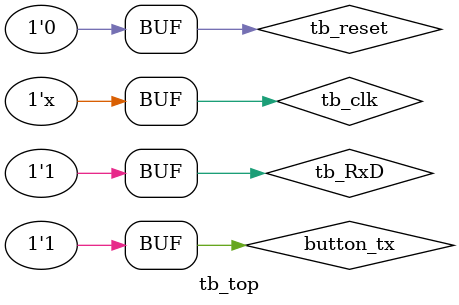
<source format=v>

`timescale	1ns/1ps

module tb_top
(
);
reg  tb_clk, tb_reset;
reg  button_tx;
reg  tb_RxD;
wire tb_done_M;
wire tb_done_d;
wire tb_done_K;
wire tb_done_L;
wire tb_done_r;
wire tb_done_keylen;
wire tb_done_padding;
wire tb_done_rx;
wire tb_TxD;

initial begin
//  $display ("time\t\t  clk reset	 btn 	 rx 	 tx   ");
//  $monitor ("%8g\t\t%b   %b    %b	%b	%b", 
//	  $time, tb_clk, tb_reset, button_tx , tb_RxD , tb_TxD);	        	
  tb_clk             = 1; 
  tb_reset           = 1;
  button_tx 		 = 0;
  #700   tb_reset    = 0;
  
// message arrival
  #0	    tb_RxD   = 1;
  
  //1: "11" - 11
  #104166   tb_RxD   = 0;
  
  #104166   tb_RxD   = 1; 
  #104166   tb_RxD   = 0;
  #104166   tb_RxD   = 0;
  #104166   tb_RxD   = 0;
  #104166   tb_RxD   = 1;
  #104166   tb_RxD   = 0;
  #104166   tb_RxD   = 0;
  #104166   tb_RxD   = 0;

  #104166   tb_RxD   = 1;  
  
  //2: "22"
  #104166   tb_RxD   = 0;  
  
  #104166   tb_RxD   = 0; 
  #104166   tb_RxD   = 1;
  #104166   tb_RxD   = 0;
  #104166   tb_RxD   = 0;
  #104166   tb_RxD   = 0;
  #104166   tb_RxD   = 1;
  #104166   tb_RxD   = 0;
  #104166   tb_RxD   = 0;

  #104166   tb_RxD   = 1;

  //3: "33"  
  #104166   tb_RxD   = 0; 
  
  #104166   tb_RxD   = 1;
  #104166   tb_RxD   = 1;
  #104166   tb_RxD   = 0;
  #104166   tb_RxD   = 0;
  #104166   tb_RxD   = 1;
  #104166   tb_RxD   = 1;
  #104166   tb_RxD   = 0;
  #104166   tb_RxD   = 0;
  
  #104166   tb_RxD   = 1;
 
  //4: "44"  
  #104166   tb_RxD   = 0; 
  
  #104166   tb_RxD   = 0;
  #104166   tb_RxD   = 0;
  #104166   tb_RxD   = 1;
  #104166   tb_RxD   = 0;
  #104166   tb_RxD   = 0;
  #104166   tb_RxD   = 0;
  #104166   tb_RxD   = 1;
  #104166   tb_RxD   = 0;
  
  #104166   tb_RxD   = 1;
 
  //5: "55"  
  #104166   tb_RxD   = 0; 
  
  #104166   tb_RxD   = 1;
  #104166   tb_RxD   = 0;
  #104166   tb_RxD   = 1;
  #104166   tb_RxD   = 0;
  #104166   tb_RxD   = 1;
  #104166   tb_RxD   = 0;
  #104166   tb_RxD   = 1;
  #104166   tb_RxD   = 0;
  
  #104166   tb_RxD   = 1;
 
  //6: "66"  
  #104166   tb_RxD   = 0; 
  
  #104166   tb_RxD   = 0;
  #104166   tb_RxD   = 1;
  #104166   tb_RxD   = 1;
  #104166   tb_RxD   = 0;
  #104166   tb_RxD   = 0;
  #104166   tb_RxD   = 1;
  #104166   tb_RxD   = 1;
  #104166   tb_RxD   = 0;
  
  #104166   tb_RxD   = 1;
 
  //7: "77"  
  #104166   tb_RxD   = 0; 
  
  #104166   tb_RxD   = 1;
  #104166   tb_RxD   = 1;
  #104166   tb_RxD   = 1;
  #104166   tb_RxD   = 0;
  #104166   tb_RxD   = 1;
  #104166   tb_RxD   = 1;
  #104166   tb_RxD   = 1;
  #104166   tb_RxD   = 0;
  
  #104166   tb_RxD   = 1;

  //8: "11"
  #104166   tb_RxD   = 0;
  
  #104166   tb_RxD   = 1; 
  #104166   tb_RxD   = 0;
  #104166   tb_RxD   = 0;
  #104166   tb_RxD   = 0;
  #104166   tb_RxD   = 1;
  #104166   tb_RxD   = 0;
  #104166   tb_RxD   = 0;
  #104166   tb_RxD   = 0;

  #104166   tb_RxD   = 1;  
  
  //9: "22" - 12
  #104166   tb_RxD   = 0;  
  
  #104166   tb_RxD   = 0; 
  #104166   tb_RxD   = 1;
  #104166   tb_RxD   = 0;
  #104166   tb_RxD   = 0;
  #104166   tb_RxD   = 0;
  #104166   tb_RxD   = 1;
  #104166   tb_RxD   = 0;
  #104166   tb_RxD   = 0;

  #104166   tb_RxD   = 1;

  //10: "33"  
  #104166   tb_RxD   = 0; 
  
  #104166   tb_RxD   = 1;
  #104166   tb_RxD   = 1;
  #104166   tb_RxD   = 0;
  #104166   tb_RxD   = 0;
  #104166   tb_RxD   = 1;
  #104166   tb_RxD   = 1;
  #104166   tb_RxD   = 0;
  #104166   tb_RxD   = 0;
  
  #104166   tb_RxD   = 1;
 
  //11: "44"  
  #104166   tb_RxD   = 0; 
  
  #104166   tb_RxD   = 0;
  #104166   tb_RxD   = 0;
  #104166   tb_RxD   = 1;
  #104166   tb_RxD   = 0;
  #104166   tb_RxD   = 0;
  #104166   tb_RxD   = 0;
  #104166   tb_RxD   = 1;
  #104166   tb_RxD   = 0;
  
  #104166   tb_RxD   = 1;
 
  //12: "55"  
  #104166   tb_RxD   = 0; 
  
  #104166   tb_RxD   = 1;
  #104166   tb_RxD   = 0;
  #104166   tb_RxD   = 1;
  #104166   tb_RxD   = 0;
  #104166   tb_RxD   = 1;
  #104166   tb_RxD   = 0;
  #104166   tb_RxD   = 1;
  #104166   tb_RxD   = 0;
  
  #104166   tb_RxD   = 1;
 
  //13: "66"  
  #104166   tb_RxD   = 0; 
  
  #104166   tb_RxD   = 0;
  #104166   tb_RxD   = 1;
  #104166   tb_RxD   = 1;
  #104166   tb_RxD   = 0;
  #104166   tb_RxD   = 0;
  #104166   tb_RxD   = 1;
  #104166   tb_RxD   = 1;
  #104166   tb_RxD   = 0;
  
  #104166   tb_RxD   = 1;
 
  //14: "77"  
  #104166   tb_RxD   = 0; 
  
  #104166   tb_RxD   = 1;
  #104166   tb_RxD   = 1;
  #104166   tb_RxD   = 1;
  #104166   tb_RxD   = 0;
  #104166   tb_RxD   = 1;
  #104166   tb_RxD   = 1;
  #104166   tb_RxD   = 1;
  #104166   tb_RxD   = 0;
  
  #104166   tb_RxD   = 1;

  //15 "11"
  #104166   tb_RxD   = 0;
  
  #104166   tb_RxD   = 1; 
  #104166   tb_RxD   = 0;
  #104166   tb_RxD   = 0;
  #104166   tb_RxD   = 0;
  #104166   tb_RxD   = 1;
  #104166   tb_RxD   = 0;
  #104166   tb_RxD   = 0;
  #104166   tb_RxD   = 0;

  #104166   tb_RxD   = 1;  
  
  //16: "22"
  #104166   tb_RxD   = 0;  
  
  #104166   tb_RxD   = 0; 
  #104166   tb_RxD   = 1;
  #104166   tb_RxD   = 0;
  #104166   tb_RxD   = 0;
  #104166   tb_RxD   = 0;
  #104166   tb_RxD   = 1;
  #104166   tb_RxD   = 0;
  #104166   tb_RxD   = 0;

  #104166   tb_RxD   = 1;

  //17: "33" - 13  
  #104166   tb_RxD   = 0; 
  
  #104166   tb_RxD   = 1;
  #104166   tb_RxD   = 1;
  #104166   tb_RxD   = 0;
  #104166   tb_RxD   = 0;
  #104166   tb_RxD   = 1;
  #104166   tb_RxD   = 1;
  #104166   tb_RxD   = 0;
  #104166   tb_RxD   = 0;
  
  #104166   tb_RxD   = 1;
 
  //18: "44"  
  #104166   tb_RxD   = 0; 
  
  #104166   tb_RxD   = 0;
  #104166   tb_RxD   = 0;
  #104166   tb_RxD   = 1;
  #104166   tb_RxD   = 0;
  #104166   tb_RxD   = 0;
  #104166   tb_RxD   = 0;
  #104166   tb_RxD   = 1;
  #104166   tb_RxD   = 0;
  
  #104166   tb_RxD   = 1;
 
  //19: "55"  
  #104166   tb_RxD   = 0; 
  
  #104166   tb_RxD   = 1;
  #104166   tb_RxD   = 0;
  #104166   tb_RxD   = 1;
  #104166   tb_RxD   = 0;
  #104166   tb_RxD   = 1;
  #104166   tb_RxD   = 0;
  #104166   tb_RxD   = 1;
  #104166   tb_RxD   = 0;
  
  #104166   tb_RxD   = 1;
 
  //20: "66"  
  #104166   tb_RxD   = 0; 
  
  #104166   tb_RxD   = 0;
  #104166   tb_RxD   = 1;
  #104166   tb_RxD   = 1;
  #104166   tb_RxD   = 0;
  #104166   tb_RxD   = 0;
  #104166   tb_RxD   = 1;
  #104166   tb_RxD   = 1;
  #104166   tb_RxD   = 0;
  
  #104166   tb_RxD   = 1;
 
  //21: "77"  
  #104166   tb_RxD   = 0; 
  
  #104166   tb_RxD   = 1;
  #104166   tb_RxD   = 1;
  #104166   tb_RxD   = 1;
  #104166   tb_RxD   = 0;
  #104166   tb_RxD   = 1;
  #104166   tb_RxD   = 1;
  #104166   tb_RxD   = 1;
  #104166   tb_RxD   = 0;
  
  #104166   tb_RxD   = 1;

  //22: "11"
  #104166   tb_RxD   = 0;
  
  #104166   tb_RxD   = 1; 
  #104166   tb_RxD   = 0;
  #104166   tb_RxD   = 0;
  #104166   tb_RxD   = 0;
  #104166   tb_RxD   = 1;
  #104166   tb_RxD   = 0;
  #104166   tb_RxD   = 0;
  #104166   tb_RxD   = 0;

  #104166   tb_RxD   = 1;  
  
  //23: "22"
  #104166   tb_RxD   = 0;  
  
  #104166   tb_RxD   = 0; 
  #104166   tb_RxD   = 1;
  #104166   tb_RxD   = 0;
  #104166   tb_RxD   = 0;
  #104166   tb_RxD   = 0;
  #104166   tb_RxD   = 1;
  #104166   tb_RxD   = 0;
  #104166   tb_RxD   = 0;

  #104166   tb_RxD   = 1;

  //24: "33"  
  #104166   tb_RxD   = 0; 
  
  #104166   tb_RxD   = 1;
  #104166   tb_RxD   = 1;
  #104166   tb_RxD   = 0;
  #104166   tb_RxD   = 0;
  #104166   tb_RxD   = 1;
  #104166   tb_RxD   = 1;
  #104166   tb_RxD   = 0;
  #104166   tb_RxD   = 0;
  
  #104166   tb_RxD   = 1;
 
  //25: "44" - 14  
  #104166   tb_RxD   = 0; 
  
  #104166   tb_RxD   = 0;
  #104166   tb_RxD   = 0;
  #104166   tb_RxD   = 1;
  #104166   tb_RxD   = 0;
  #104166   tb_RxD   = 0;
  #104166   tb_RxD   = 0;
  #104166   tb_RxD   = 1;
  #104166   tb_RxD   = 0;
  
  #104166   tb_RxD   = 1;
 
  //26: "55"  
  #104166   tb_RxD   = 0; 
  
  #104166   tb_RxD   = 1;
  #104166   tb_RxD   = 0;
  #104166   tb_RxD   = 1;
  #104166   tb_RxD   = 0;
  #104166   tb_RxD   = 1;
  #104166   tb_RxD   = 0;
  #104166   tb_RxD   = 1;
  #104166   tb_RxD   = 0;
  
  #104166   tb_RxD   = 1;
 
  //27: "66"  
  #104166   tb_RxD   = 0; 
  
  #104166   tb_RxD   = 0;
  #104166   tb_RxD   = 1;
  #104166   tb_RxD   = 1;
  #104166   tb_RxD   = 0;
  #104166   tb_RxD   = 0;
  #104166   tb_RxD   = 1;
  #104166   tb_RxD   = 1;
  #104166   tb_RxD   = 0;
  
  #104166   tb_RxD   = 1;
 
  //28: "77"  
  #104166   tb_RxD   = 0; 
  
  #104166   tb_RxD   = 1;
  #104166   tb_RxD   = 1;
  #104166   tb_RxD   = 1;
  #104166   tb_RxD   = 0;
  #104166   tb_RxD   = 1;
  #104166   tb_RxD   = 1;
  #104166   tb_RxD   = 1;
  #104166   tb_RxD   = 0;
  
  #104166   tb_RxD   = 1;
 
  //29: "11"
  #104166   tb_RxD   = 0;
  
  #104166   tb_RxD   = 1; 
  #104166   tb_RxD   = 0;
  #104166   tb_RxD   = 0;
  #104166   tb_RxD   = 0;
  #104166   tb_RxD   = 1;
  #104166   tb_RxD   = 0;
  #104166   tb_RxD   = 0;
  #104166   tb_RxD   = 0;

  #104166   tb_RxD   = 1;  
  
  //30 "22"
  #104166   tb_RxD   = 0;  
  
  #104166   tb_RxD   = 0; 
  #104166   tb_RxD   = 1;
  #104166   tb_RxD   = 0;
  #104166   tb_RxD   = 0;
  #104166   tb_RxD   = 0;
  #104166   tb_RxD   = 1;
  #104166   tb_RxD   = 0;
  #104166   tb_RxD   = 0;

  #104166   tb_RxD   = 1;

  //31: "33"  
  #104166   tb_RxD   = 0; 
  
  #104166   tb_RxD   = 1;
  #104166   tb_RxD   = 1;
  #104166   tb_RxD   = 0;
  #104166   tb_RxD   = 0;
  #104166   tb_RxD   = 1;
  #104166   tb_RxD   = 1;
  #104166   tb_RxD   = 0;
  #104166   tb_RxD   = 0;
  
  #104166   tb_RxD   = 1;
 
  //32: "44"  
  #104166   tb_RxD   = 0; 
  
  #104166   tb_RxD   = 0;
  #104166   tb_RxD   = 0;
  #104166   tb_RxD   = 1;
  #104166   tb_RxD   = 0;
  #104166   tb_RxD   = 0;
  #104166   tb_RxD   = 0;
  #104166   tb_RxD   = 1;
  #104166   tb_RxD   = 0;
  
  #104166   tb_RxD   = 1;
 
  //33: "55" - 15  
  #104166   tb_RxD   = 0; 
  
  #104166   tb_RxD   = 1;
  #104166   tb_RxD   = 0;
  #104166   tb_RxD   = 1;
  #104166   tb_RxD   = 0;
  #104166   tb_RxD   = 1;
  #104166   tb_RxD   = 0;
  #104166   tb_RxD   = 1;
  #104166   tb_RxD   = 0;
  
  #104166   tb_RxD   = 1;
 
  //34: "66"  
  #104166   tb_RxD   = 0; 
  
  #104166   tb_RxD   = 0;
  #104166   tb_RxD   = 1;
  #104166   tb_RxD   = 1;
  #104166   tb_RxD   = 0;
  #104166   tb_RxD   = 0;
  #104166   tb_RxD   = 1;
  #104166   tb_RxD   = 1;
  #104166   tb_RxD   = 0;
  
  #104166   tb_RxD   = 1;
 
  //35: "77"  
  #104166   tb_RxD   = 0; 
  
  #104166   tb_RxD   = 1;
  #104166   tb_RxD   = 1;
  #104166   tb_RxD   = 1;
  #104166   tb_RxD   = 0;
  #104166   tb_RxD   = 1;
  #104166   tb_RxD   = 1;
  #104166   tb_RxD   = 1;
  #104166   tb_RxD   = 0;
  
  #104166   tb_RxD   = 1;

  //36: "11"
  #104166   tb_RxD   = 0;
  
  #104166   tb_RxD   = 1; 
  #104166   tb_RxD   = 0;
  #104166   tb_RxD   = 0;
  #104166   tb_RxD   = 0;
  #104166   tb_RxD   = 1;
  #104166   tb_RxD   = 0;
  #104166   tb_RxD   = 0;
  #104166   tb_RxD   = 0;

  #104166   tb_RxD   = 1;  
  
  //37: "22"
  #104166   tb_RxD   = 0;  
  
  #104166   tb_RxD   = 0; 
  #104166   tb_RxD   = 1;
  #104166   tb_RxD   = 0;
  #104166   tb_RxD   = 0;
  #104166   tb_RxD   = 0;
  #104166   tb_RxD   = 1;
  #104166   tb_RxD   = 0;
  #104166   tb_RxD   = 0;

  #104166   tb_RxD   = 1;

  //38: "33"  
  #104166   tb_RxD   = 0; 
  
  #104166   tb_RxD   = 1;
  #104166   tb_RxD   = 1;
  #104166   tb_RxD   = 0;
  #104166   tb_RxD   = 0;
  #104166   tb_RxD   = 1;
  #104166   tb_RxD   = 1;
  #104166   tb_RxD   = 0;
  #104166   tb_RxD   = 0;
  
  #104166   tb_RxD   = 1;
 
  //39: "44"  
  #104166   tb_RxD   = 0; 
  
  #104166   tb_RxD   = 0;
  #104166   tb_RxD   = 0;
  #104166   tb_RxD   = 1;
  #104166   tb_RxD   = 0;
  #104166   tb_RxD   = 0;
  #104166   tb_RxD   = 0;
  #104166   tb_RxD   = 1;
  #104166   tb_RxD   = 0;
  
  #104166   tb_RxD   = 1;
 
  //40: "55"  
  #104166   tb_RxD   = 0; 
  
  #104166   tb_RxD   = 1;
  #104166   tb_RxD   = 0;
  #104166   tb_RxD   = 1;
  #104166   tb_RxD   = 0;
  #104166   tb_RxD   = 1;
  #104166   tb_RxD   = 0;
  #104166   tb_RxD   = 1;
  #104166   tb_RxD   = 0;
  
  #104166   tb_RxD   = 1;
 
  //41: "66" - 16  
  #104166   tb_RxD   = 0; 
  
  #104166   tb_RxD   = 0;
  #104166   tb_RxD   = 1;
  #104166   tb_RxD   = 1;
  #104166   tb_RxD   = 0;
  #104166   tb_RxD   = 0;
  #104166   tb_RxD   = 1;
  #104166   tb_RxD   = 1;
  #104166   tb_RxD   = 0;
  
  #104166   tb_RxD   = 1;
 
  //42: "77"  
  #104166   tb_RxD   = 0; 
  
  #104166   tb_RxD   = 1;
  #104166   tb_RxD   = 1;
  #104166   tb_RxD   = 1;
  #104166   tb_RxD   = 0;
  #104166   tb_RxD   = 1;
  #104166   tb_RxD   = 1;
  #104166   tb_RxD   = 1;
  #104166   tb_RxD   = 0;
  
  #104166   tb_RxD   = 1;
 
  //43: "11"
  #104166   tb_RxD   = 0;
  
  #104166   tb_RxD   = 1; 
  #104166   tb_RxD   = 0;
  #104166   tb_RxD   = 0;
  #104166   tb_RxD   = 0;
  #104166   tb_RxD   = 1;
  #104166   tb_RxD   = 0;
  #104166   tb_RxD   = 0;
  #104166   tb_RxD   = 0;

  #104166   tb_RxD   = 1;  
  
  //44: "22"
  #104166   tb_RxD   = 0;  
  
  #104166   tb_RxD   = 0; 
  #104166   tb_RxD   = 1;
  #104166   tb_RxD   = 0;
  #104166   tb_RxD   = 0;
  #104166   tb_RxD   = 0;
  #104166   tb_RxD   = 1;
  #104166   tb_RxD   = 0;
  #104166   tb_RxD   = 0;

  #104166   tb_RxD   = 1;

  //45: "33"  
  #104166   tb_RxD   = 0; 
  
  #104166   tb_RxD   = 1;
  #104166   tb_RxD   = 1;
  #104166   tb_RxD   = 0;
  #104166   tb_RxD   = 0;
  #104166   tb_RxD   = 1;
  #104166   tb_RxD   = 1;
  #104166   tb_RxD   = 0;
  #104166   tb_RxD   = 0;
  
  #104166   tb_RxD   = 1;
 
  //46: "44"  
  #104166   tb_RxD   = 0; 
  
  #104166   tb_RxD   = 0;
  #104166   tb_RxD   = 0;
  #104166   tb_RxD   = 1;
  #104166   tb_RxD   = 0;
  #104166   tb_RxD   = 0;
  #104166   tb_RxD   = 0;
  #104166   tb_RxD   = 1;
  #104166   tb_RxD   = 0;
  
  #104166   tb_RxD   = 1;
 
  //47: "55"  
  #104166   tb_RxD   = 0; 
  
  #104166   tb_RxD   = 1;
  #104166   tb_RxD   = 0;
  #104166   tb_RxD   = 1;
  #104166   tb_RxD   = 0;
  #104166   tb_RxD   = 1;
  #104166   tb_RxD   = 0;
  #104166   tb_RxD   = 1;
  #104166   tb_RxD   = 0;
  
  #104166   tb_RxD   = 1;
 
  //48: "66"  
  #104166   tb_RxD   = 0; 
  
  #104166   tb_RxD   = 0;
  #104166   tb_RxD   = 1;
  #104166   tb_RxD   = 1;
  #104166   tb_RxD   = 0;
  #104166   tb_RxD   = 0;
  #104166   tb_RxD   = 1;
  #104166   tb_RxD   = 1;
  #104166   tb_RxD   = 0;
  
  #104166   tb_RxD   = 1;
 
  //49: "77" - 17  
  #104166   tb_RxD   = 0; 
  
  #104166   tb_RxD   = 1;
  #104166   tb_RxD   = 1;
  #104166   tb_RxD   = 1;
  #104166   tb_RxD   = 0;
  #104166   tb_RxD   = 1;
  #104166   tb_RxD   = 1;
  #104166   tb_RxD   = 1;
  #104166   tb_RxD   = 0;
  
  #104166   tb_RxD   = 1;

  //50: "11"
  #104166   tb_RxD   = 0;
  
  #104166   tb_RxD   = 1; 
  #104166   tb_RxD   = 0;
  #104166   tb_RxD   = 0;
  #104166   tb_RxD   = 0;
  #104166   tb_RxD   = 1;
  #104166   tb_RxD   = 0;
  #104166   tb_RxD   = 0;
  #104166   tb_RxD   = 0;

  #104166   tb_RxD   = 1;  
  
  //51: "22"
  #104166   tb_RxD   = 0;  
  
  #104166   tb_RxD   = 0; 
  #104166   tb_RxD   = 1;
  #104166   tb_RxD   = 0;
  #104166   tb_RxD   = 0;
  #104166   tb_RxD   = 0;
  #104166   tb_RxD   = 1;
  #104166   tb_RxD   = 0;
  #104166   tb_RxD   = 0;

  #104166   tb_RxD   = 1;

  //52: "33"  
  #104166   tb_RxD   = 0; 
  
  #104166   tb_RxD   = 1;
  #104166   tb_RxD   = 1;
  #104166   tb_RxD   = 0;
  #104166   tb_RxD   = 0;
  #104166   tb_RxD   = 1;
  #104166   tb_RxD   = 1;
  #104166   tb_RxD   = 0;
  #104166   tb_RxD   = 0;
  
  #104166   tb_RxD   = 1;
 
  //53: "44"  
  #104166   tb_RxD   = 0; 
  
  #104166   tb_RxD   = 0;
  #104166   tb_RxD   = 0;
  #104166   tb_RxD   = 1;
  #104166   tb_RxD   = 0;
  #104166   tb_RxD   = 0;
  #104166   tb_RxD   = 0;
  #104166   tb_RxD   = 1;
  #104166   tb_RxD   = 0;
  
  #104166   tb_RxD   = 1;
 
  //54: "55"  
  #104166   tb_RxD   = 0; 
  
  #104166   tb_RxD   = 1;
  #104166   tb_RxD   = 0;
  #104166   tb_RxD   = 1;
  #104166   tb_RxD   = 0;
  #104166   tb_RxD   = 1;
  #104166   tb_RxD   = 0;
  #104166   tb_RxD   = 1;
  #104166   tb_RxD   = 0;
  
  #104166   tb_RxD   = 1;
 
  //55: "66"  
  #104166   tb_RxD   = 0; 
  
  #104166   tb_RxD   = 0;
  #104166   tb_RxD   = 1;
  #104166   tb_RxD   = 1;
  #104166   tb_RxD   = 0;
  #104166   tb_RxD   = 0;
  #104166   tb_RxD   = 1;
  #104166   tb_RxD   = 1;
  #104166   tb_RxD   = 0;
  
  #104166   tb_RxD   = 1;
 
  //56: "77"  
  #104166   tb_RxD   = 0; 
  
  #104166   tb_RxD   = 1;
  #104166   tb_RxD   = 1;
  #104166   tb_RxD   = 1;
  #104166   tb_RxD   = 0;
  #104166   tb_RxD   = 1;
  #104166   tb_RxD   = 1;
  #104166   tb_RxD   = 1;
  #104166   tb_RxD   = 0;
  
  #104166   tb_RxD   = 1;
 
  //57: "11" - 21
  #104166   tb_RxD   = 0;
  
  #104166   tb_RxD   = 1; 
  #104166   tb_RxD   = 0;
  #104166   tb_RxD   = 0;
  #104166   tb_RxD   = 0;
  #104166   tb_RxD   = 1;
  #104166   tb_RxD   = 0;
  #104166   tb_RxD   = 0;
  #104166   tb_RxD   = 0;

  #104166   tb_RxD   = 1;  
  
  //58: "22"
  #104166   tb_RxD   = 0;  
  
  #104166   tb_RxD   = 0; 
  #104166   tb_RxD   = 1;
  #104166   tb_RxD   = 0;
  #104166   tb_RxD   = 0;
  #104166   tb_RxD   = 0;
  #104166   tb_RxD   = 1;
  #104166   tb_RxD   = 0;
  #104166   tb_RxD   = 0;

  #104166   tb_RxD   = 1;

  //59: "33"  
  #104166   tb_RxD   = 0; 
  
  #104166   tb_RxD   = 1;
  #104166   tb_RxD   = 1;
  #104166   tb_RxD   = 0;
  #104166   tb_RxD   = 0;
  #104166   tb_RxD   = 1;
  #104166   tb_RxD   = 1;
  #104166   tb_RxD   = 0;
  #104166   tb_RxD   = 0;
  
  #104166   tb_RxD   = 1;
 
  //60: "44"  
  #104166   tb_RxD   = 0; 
  
  #104166   tb_RxD   = 0;
  #104166   tb_RxD   = 0;
  #104166   tb_RxD   = 1;
  #104166   tb_RxD   = 0;
  #104166   tb_RxD   = 0;
  #104166   tb_RxD   = 0;
  #104166   tb_RxD   = 1;
  #104166   tb_RxD   = 0;
  
  #104166   tb_RxD   = 1;
 
  //61: "55"  
  #104166   tb_RxD   = 0; 
  
  #104166   tb_RxD   = 1;
  #104166   tb_RxD   = 0;
  #104166   tb_RxD   = 1;
  #104166   tb_RxD   = 0;
  #104166   tb_RxD   = 1;
  #104166   tb_RxD   = 0;
  #104166   tb_RxD   = 1;
  #104166   tb_RxD   = 0;
  
  #104166   tb_RxD   = 1;
 
  //62: "66"  
  #104166   tb_RxD   = 0; 
  
  #104166   tb_RxD   = 0;
  #104166   tb_RxD   = 1;
  #104166   tb_RxD   = 1;
  #104166   tb_RxD   = 0;
  #104166   tb_RxD   = 0;
  #104166   tb_RxD   = 1;
  #104166   tb_RxD   = 1;
  #104166   tb_RxD   = 0;
  
  #104166   tb_RxD   = 1;
 
  //63: "77"  
  #104166   tb_RxD   = 0; 
  
  #104166   tb_RxD   = 1;
  #104166   tb_RxD   = 1;
  #104166   tb_RxD   = 1;
  #104166   tb_RxD   = 0;
  #104166   tb_RxD   = 1;
  #104166   tb_RxD   = 1;
  #104166   tb_RxD   = 1;
  #104166   tb_RxD   = 0;
  
  #104166   tb_RxD   = 1;

  //64: "11"
  #104166   tb_RxD   = 0;
  
  #104166   tb_RxD   = 1; 
  #104166   tb_RxD   = 0;
  #104166   tb_RxD   = 0;
  #104166   tb_RxD   = 0;
  #104166   tb_RxD   = 1;
  #104166   tb_RxD   = 0;
  #104166   tb_RxD   = 0;
  #104166   tb_RxD   = 0;

  #104166   tb_RxD   = 1;  
  
  //65: "22" - 22
  #104166   tb_RxD   = 0;  
  
  #104166   tb_RxD   = 0; 
  #104166   tb_RxD   = 1;
  #104166   tb_RxD   = 0;
  #104166   tb_RxD   = 0;
  #104166   tb_RxD   = 0;
  #104166   tb_RxD   = 1;
  #104166   tb_RxD   = 0;
  #104166   tb_RxD   = 0;

  #104166   tb_RxD   = 1;

  //66: "33"  
  #104166   tb_RxD   = 0; 
  
  #104166   tb_RxD   = 1;
  #104166   tb_RxD   = 1;
  #104166   tb_RxD   = 0;
  #104166   tb_RxD   = 0;
  #104166   tb_RxD   = 1;
  #104166   tb_RxD   = 1;
  #104166   tb_RxD   = 0;
  #104166   tb_RxD   = 0;
  
  #104166   tb_RxD   = 1;
 
  //67: "44"  
  #104166   tb_RxD   = 0; 
  
  #104166   tb_RxD   = 0;
  #104166   tb_RxD   = 0;
  #104166   tb_RxD   = 1;
  #104166   tb_RxD   = 0;
  #104166   tb_RxD   = 0;
  #104166   tb_RxD   = 0;
  #104166   tb_RxD   = 1;
  #104166   tb_RxD   = 0;
  
  #104166   tb_RxD   = 1;
 
  //68: "55"  
  #104166   tb_RxD   = 0; 
  
  #104166   tb_RxD   = 1;
  #104166   tb_RxD   = 0;
  #104166   tb_RxD   = 1;
  #104166   tb_RxD   = 0;
  #104166   tb_RxD   = 1;
  #104166   tb_RxD   = 0;
  #104166   tb_RxD   = 1;
  #104166   tb_RxD   = 0;
  
  #104166   tb_RxD   = 1;
 
  //69: "66"  
  #104166   tb_RxD   = 0; 
  
  #104166   tb_RxD   = 0;
  #104166   tb_RxD   = 1;
  #104166   tb_RxD   = 1;
  #104166   tb_RxD   = 0;
  #104166   tb_RxD   = 0;
  #104166   tb_RxD   = 1;
  #104166   tb_RxD   = 1;
  #104166   tb_RxD   = 0;
  
  #104166   tb_RxD   = 1;
 
  //70: "77"  
  #104166   tb_RxD   = 0; 
  
  #104166   tb_RxD   = 1;
  #104166   tb_RxD   = 1;
  #104166   tb_RxD   = 1;
  #104166   tb_RxD   = 0;
  #104166   tb_RxD   = 1;
  #104166   tb_RxD   = 1;
  #104166   tb_RxD   = 1;
  #104166   tb_RxD   = 0;
  
  #104166   tb_RxD   = 1;
 
  //71: "11"
  #104166   tb_RxD   = 0;
  
  #104166   tb_RxD   = 1; 
  #104166   tb_RxD   = 0;
  #104166   tb_RxD   = 0;
  #104166   tb_RxD   = 0;
  #104166   tb_RxD   = 1;
  #104166   tb_RxD   = 0;
  #104166   tb_RxD   = 0;
  #104166   tb_RxD   = 0;

  #104166   tb_RxD   = 1;  
  
  //72: "22"
  #104166   tb_RxD   = 0;  
  
  #104166   tb_RxD   = 0; 
  #104166   tb_RxD   = 1;
  #104166   tb_RxD   = 0;
  #104166   tb_RxD   = 0;
  #104166   tb_RxD   = 0;
  #104166   tb_RxD   = 1;
  #104166   tb_RxD   = 0;
  #104166   tb_RxD   = 0;

  #104166   tb_RxD   = 1;

  //73: "33" - 23  
  #104166   tb_RxD   = 0; 
  
  #104166   tb_RxD   = 1;
  #104166   tb_RxD   = 1;
  #104166   tb_RxD   = 0;
  #104166   tb_RxD   = 0;
  #104166   tb_RxD   = 1;
  #104166   tb_RxD   = 1;
  #104166   tb_RxD   = 0;
  #104166   tb_RxD   = 0;
  
  #104166   tb_RxD   = 1;
 
  //74: "44"  
  #104166   tb_RxD   = 0; 
  
  #104166   tb_RxD   = 0;
  #104166   tb_RxD   = 0;
  #104166   tb_RxD   = 1;
  #104166   tb_RxD   = 0;
  #104166   tb_RxD   = 0;
  #104166   tb_RxD   = 0;
  #104166   tb_RxD   = 1;
  #104166   tb_RxD   = 0;
  
  #104166   tb_RxD   = 1;
 
  //75: "55"  
  #104166   tb_RxD   = 0; 
  
  #104166   tb_RxD   = 1;
  #104166   tb_RxD   = 0;
  #104166   tb_RxD   = 1;
  #104166   tb_RxD   = 0;
  #104166   tb_RxD   = 1;
  #104166   tb_RxD   = 0;
  #104166   tb_RxD   = 1;
  #104166   tb_RxD   = 0;
  
  #104166   tb_RxD   = 1;
 
  //76: "66"  
  #104166   tb_RxD   = 0; 
  
  #104166   tb_RxD   = 0;
  #104166   tb_RxD   = 1;
  #104166   tb_RxD   = 1;
  #104166   tb_RxD   = 0;
  #104166   tb_RxD   = 0;
  #104166   tb_RxD   = 1;
  #104166   tb_RxD   = 1;
  #104166   tb_RxD   = 0;
  
  #104166   tb_RxD   = 1;
 
  //77: "77"  
  #104166   tb_RxD   = 0; 
  
  #104166   tb_RxD   = 1;
  #104166   tb_RxD   = 1;
  #104166   tb_RxD   = 1;
  #104166   tb_RxD   = 0;
  #104166   tb_RxD   = 1;
  #104166   tb_RxD   = 1;
  #104166   tb_RxD   = 1;
  #104166   tb_RxD   = 0;
  
  #104166   tb_RxD   = 1;

  //78: "11"
  #104166   tb_RxD   = 0;
  
  #104166   tb_RxD   = 1; 
  #104166   tb_RxD   = 0;
  #104166   tb_RxD   = 0;
  #104166   tb_RxD   = 0;
  #104166   tb_RxD   = 1;
  #104166   tb_RxD   = 0;
  #104166   tb_RxD   = 0;
  #104166   tb_RxD   = 0;

  #104166   tb_RxD   = 1;  
  
  //79: "22" 
  #104166   tb_RxD   = 0;  
  
  #104166   tb_RxD   = 0; 
  #104166   tb_RxD   = 1;
  #104166   tb_RxD   = 0;
  #104166   tb_RxD   = 0;
  #104166   tb_RxD   = 0;
  #104166   tb_RxD   = 1;
  #104166   tb_RxD   = 0;
  #104166   tb_RxD   = 0;

  #104166   tb_RxD   = 1;

  //80: "33"  
  #104166   tb_RxD   = 0; 
  
  #104166   tb_RxD   = 1;
  #104166   tb_RxD   = 1;
  #104166   tb_RxD   = 0;
  #104166   tb_RxD   = 0;
  #104166   tb_RxD   = 1;
  #104166   tb_RxD   = 1;
  #104166   tb_RxD   = 0;
  #104166   tb_RxD   = 0;
  
  #104166   tb_RxD   = 1;
 
  //81: "44" - 24 
  #104166   tb_RxD   = 0; 
  
  #104166   tb_RxD   = 0;
  #104166   tb_RxD   = 0;
  #104166   tb_RxD   = 1;
  #104166   tb_RxD   = 0;
  #104166   tb_RxD   = 0;
  #104166   tb_RxD   = 0;
  #104166   tb_RxD   = 1;
  #104166   tb_RxD   = 0;
  
  #104166   tb_RxD   = 1;
 
  //82: "55"  
  #104166   tb_RxD   = 0; 
  
  #104166   tb_RxD   = 1;
  #104166   tb_RxD   = 0;
  #104166   tb_RxD   = 1;
  #104166   tb_RxD   = 0;
  #104166   tb_RxD   = 1;
  #104166   tb_RxD   = 0;
  #104166   tb_RxD   = 1;
  #104166   tb_RxD   = 0;
  
  #104166   tb_RxD   = 1;
 
  //83: "66"  
  #104166   tb_RxD   = 0; 
  
  #104166   tb_RxD   = 0;
  #104166   tb_RxD   = 1;
  #104166   tb_RxD   = 1;
  #104166   tb_RxD   = 0;
  #104166   tb_RxD   = 0;
  #104166   tb_RxD   = 1;
  #104166   tb_RxD   = 1;
  #104166   tb_RxD   = 0;
  
  #104166   tb_RxD   = 1;
 
  //84: "77"  
  #104166   tb_RxD   = 0; 
  
  #104166   tb_RxD   = 1;
  #104166   tb_RxD   = 1;
  #104166   tb_RxD   = 1;
  #104166   tb_RxD   = 0;
  #104166   tb_RxD   = 1;
  #104166   tb_RxD   = 1;
  #104166   tb_RxD   = 1;
  #104166   tb_RxD   = 0;
  
  #104166   tb_RxD   = 1;
 
  //85: "11"
  #104166   tb_RxD   = 0;
  
  #104166   tb_RxD   = 1; 
  #104166   tb_RxD   = 0;
  #104166   tb_RxD   = 0;
  #104166   tb_RxD   = 0;
  #104166   tb_RxD   = 1;
  #104166   tb_RxD   = 0;
  #104166   tb_RxD   = 0;
  #104166   tb_RxD   = 0;

  #104166   tb_RxD   = 1;  
  
  //86: "22"
  #104166   tb_RxD   = 0;  
  
  #104166   tb_RxD   = 0; 
  #104166   tb_RxD   = 1;
  #104166   tb_RxD   = 0;
  #104166   tb_RxD   = 0;
  #104166   tb_RxD   = 0;
  #104166   tb_RxD   = 1;
  #104166   tb_RxD   = 0;
  #104166   tb_RxD   = 0;

  #104166   tb_RxD   = 1;

  //87: "33"  
  #104166   tb_RxD   = 0; 
  
  #104166   tb_RxD   = 1;
  #104166   tb_RxD   = 1;
  #104166   tb_RxD   = 0;
  #104166   tb_RxD   = 0;
  #104166   tb_RxD   = 1;
  #104166   tb_RxD   = 1;
  #104166   tb_RxD   = 0;
  #104166   tb_RxD   = 0;
  
  #104166   tb_RxD   = 1;
 
  //88: "44"  
  #104166   tb_RxD   = 0; 
  
  #104166   tb_RxD   = 0;
  #104166   tb_RxD   = 0;
  #104166   tb_RxD   = 1;
  #104166   tb_RxD   = 0;
  #104166   tb_RxD   = 0;
  #104166   tb_RxD   = 0;
  #104166   tb_RxD   = 1;
  #104166   tb_RxD   = 0;
  
  #104166   tb_RxD   = 1;
 
  //89: "55" - 25  
  #104166   tb_RxD   = 0; 
  
  #104166   tb_RxD   = 1;
  #104166   tb_RxD   = 0;
  #104166   tb_RxD   = 1;
  #104166   tb_RxD   = 0;
  #104166   tb_RxD   = 1;
  #104166   tb_RxD   = 0;
  #104166   tb_RxD   = 1;
  #104166   tb_RxD   = 0;
  
  #104166   tb_RxD   = 1;
 
  //90: "66"  
  #104166   tb_RxD   = 0; 
  
  #104166   tb_RxD   = 0;
  #104166   tb_RxD   = 1;
  #104166   tb_RxD   = 1;
  #104166   tb_RxD   = 0;
  #104166   tb_RxD   = 0;
  #104166   tb_RxD   = 1;
  #104166   tb_RxD   = 1;
  #104166   tb_RxD   = 0;
  
  #104166   tb_RxD   = 1;
 
  //91: "77"  
  #104166   tb_RxD   = 0; 
  
  #104166   tb_RxD   = 1;
  #104166   tb_RxD   = 1;
  #104166   tb_RxD   = 1;
  #104166   tb_RxD   = 0;
  #104166   tb_RxD   = 1;
  #104166   tb_RxD   = 1;
  #104166   tb_RxD   = 1;
  #104166   tb_RxD   = 0;
  
  #104166   tb_RxD   = 1;

  //92: "11"
  #104166   tb_RxD   = 0;
  
  #104166   tb_RxD   = 1; 
  #104166   tb_RxD   = 0;
  #104166   tb_RxD   = 0;
  #104166   tb_RxD   = 0;
  #104166   tb_RxD   = 1;
  #104166   tb_RxD   = 0;
  #104166   tb_RxD   = 0;
  #104166   tb_RxD   = 0;

  #104166   tb_RxD   = 1;  
  
  //93: "22"
  #104166   tb_RxD   = 0;  
  
  #104166   tb_RxD   = 0; 
  #104166   tb_RxD   = 1;
  #104166   tb_RxD   = 0;
  #104166   tb_RxD   = 0;
  #104166   tb_RxD   = 0;
  #104166   tb_RxD   = 1;
  #104166   tb_RxD   = 0;
  #104166   tb_RxD   = 0;

  #104166   tb_RxD   = 1;

  //94: "33"  
  #104166   tb_RxD   = 0; 
  
  #104166   tb_RxD   = 1;
  #104166   tb_RxD   = 1;
  #104166   tb_RxD   = 0;
  #104166   tb_RxD   = 0;
  #104166   tb_RxD   = 1;
  #104166   tb_RxD   = 1;
  #104166   tb_RxD   = 0;
  #104166   tb_RxD   = 0;
  
  #104166   tb_RxD   = 1;
 
  //95: "44"  
  #104166   tb_RxD   = 0; 
  
  #104166   tb_RxD   = 0;
  #104166   tb_RxD   = 0;
  #104166   tb_RxD   = 1;
  #104166   tb_RxD   = 0;
  #104166   tb_RxD   = 0;
  #104166   tb_RxD   = 0;
  #104166   tb_RxD   = 1;
  #104166   tb_RxD   = 0;
  
  #104166   tb_RxD   = 1;
 
  //96: "55"  
  #104166   tb_RxD   = 0; 
  
  #104166   tb_RxD   = 1;
  #104166   tb_RxD   = 0;
  #104166   tb_RxD   = 1;
  #104166   tb_RxD   = 0;
  #104166   tb_RxD   = 1;
  #104166   tb_RxD   = 0;
  #104166   tb_RxD   = 1;
  #104166   tb_RxD   = 0;
  
  #104166   tb_RxD   = 1;
 
  //97: "66" - 26  
  #104166   tb_RxD   = 0; 
  
  #104166   tb_RxD   = 0;
  #104166   tb_RxD   = 1;
  #104166   tb_RxD   = 1;
  #104166   tb_RxD   = 0;
  #104166   tb_RxD   = 0;
  #104166   tb_RxD   = 1;
  #104166   tb_RxD   = 1;
  #104166   tb_RxD   = 0;
  
  #104166   tb_RxD   = 1;
 
  //98: "77"  
  #104166   tb_RxD   = 0; 
  
  #104166   tb_RxD   = 1;
  #104166   tb_RxD   = 1;
  #104166   tb_RxD   = 1;
  #104166   tb_RxD   = 0;
  #104166   tb_RxD   = 1;
  #104166   tb_RxD   = 1;
  #104166   tb_RxD   = 1;
  #104166   tb_RxD   = 0;
  
  #104166   tb_RxD   = 1;
 
  //99: "11"
  #104166   tb_RxD   = 0;
  
  #104166   tb_RxD   = 1; 
  #104166   tb_RxD   = 0;
  #104166   tb_RxD   = 0;
  #104166   tb_RxD   = 0;
  #104166   tb_RxD   = 1;
  #104166   tb_RxD   = 0;
  #104166   tb_RxD   = 0;
  #104166   tb_RxD   = 0;

  #104166   tb_RxD   = 1;  
  
  //100: "22"
  #104166   tb_RxD   = 0;  
  
  #104166   tb_RxD   = 0; 
  #104166   tb_RxD   = 1;
  #104166   tb_RxD   = 0;
  #104166   tb_RxD   = 0;
  #104166   tb_RxD   = 0;
  #104166   tb_RxD   = 1;
  #104166   tb_RxD   = 0;
  #104166   tb_RxD   = 0;

  #104166   tb_RxD   = 1;

  //101: "33"  
  #104166   tb_RxD   = 0; 
  
  #104166   tb_RxD   = 1;
  #104166   tb_RxD   = 1;
  #104166   tb_RxD   = 0;
  #104166   tb_RxD   = 0;
  #104166   tb_RxD   = 1;
  #104166   tb_RxD   = 1;
  #104166   tb_RxD   = 0;
  #104166   tb_RxD   = 0;
  
  #104166   tb_RxD   = 1;
 
  //102: "44"  
  #104166   tb_RxD   = 0; 
  
  #104166   tb_RxD   = 0;
  #104166   tb_RxD   = 0;
  #104166   tb_RxD   = 1;
  #104166   tb_RxD   = 0;
  #104166   tb_RxD   = 0;
  #104166   tb_RxD   = 0;
  #104166   tb_RxD   = 1;
  #104166   tb_RxD   = 0;
  
  #104166   tb_RxD   = 1;
 
  //103: "55"  
  #104166   tb_RxD   = 0; 
  
  #104166   tb_RxD   = 1;
  #104166   tb_RxD   = 0;
  #104166   tb_RxD   = 1;
  #104166   tb_RxD   = 0;
  #104166   tb_RxD   = 1;
  #104166   tb_RxD   = 0;
  #104166   tb_RxD   = 1;
  #104166   tb_RxD   = 0;
  
  #104166   tb_RxD   = 1;
 
  //104: "66"  
  #104166   tb_RxD   = 0; 
  
  #104166   tb_RxD   = 0;
  #104166   tb_RxD   = 1;
  #104166   tb_RxD   = 1;
  #104166   tb_RxD   = 0;
  #104166   tb_RxD   = 0;
  #104166   tb_RxD   = 1;
  #104166   tb_RxD   = 1;
  #104166   tb_RxD   = 0;
  
  #104166   tb_RxD   = 1;
 
  //105: "77" - 27  
  #104166   tb_RxD   = 0; 
  
  #104166   tb_RxD   = 1;
  #104166   tb_RxD   = 1;
  #104166   tb_RxD   = 1;
  #104166   tb_RxD   = 0;
  #104166   tb_RxD   = 1;
  #104166   tb_RxD   = 1;
  #104166   tb_RxD   = 1;
  #104166   tb_RxD   = 0;
  
  #104166   tb_RxD   = 1;

  //106: "11"
  #104166   tb_RxD   = 0;
  
  #104166   tb_RxD   = 1; 
  #104166   tb_RxD   = 0;
  #104166   tb_RxD   = 0;
  #104166   tb_RxD   = 0;
  #104166   tb_RxD   = 1;
  #104166   tb_RxD   = 0;
  #104166   tb_RxD   = 0;
  #104166   tb_RxD   = 0;

  #104166   tb_RxD   = 1;  
  
  //107: "22" 
  #104166   tb_RxD   = 0;  
  
  #104166   tb_RxD   = 0; 
  #104166   tb_RxD   = 1;
  #104166   tb_RxD   = 0;
  #104166   tb_RxD   = 0;
  #104166   tb_RxD   = 0;
  #104166   tb_RxD   = 1;
  #104166   tb_RxD   = 0;
  #104166   tb_RxD   = 0;

  #104166   tb_RxD   = 1;

  //108: "33"  
  #104166   tb_RxD   = 0; 
  
  #104166   tb_RxD   = 1;
  #104166   tb_RxD   = 1;
  #104166   tb_RxD   = 0;
  #104166   tb_RxD   = 0;
  #104166   tb_RxD   = 1;
  #104166   tb_RxD   = 1;
  #104166   tb_RxD   = 0;
  #104166   tb_RxD   = 0;
  
  #104166   tb_RxD   = 1;
 
  //109: "44"  
  #104166   tb_RxD   = 0; 
  
  #104166   tb_RxD   = 0;
  #104166   tb_RxD   = 0;
  #104166   tb_RxD   = 1;
  #104166   tb_RxD   = 0;
  #104166   tb_RxD   = 0;
  #104166   tb_RxD   = 0;
  #104166   tb_RxD   = 1;
  #104166   tb_RxD   = 0;
  
  #104166   tb_RxD   = 1;
 
  //110: "55"  
  #104166   tb_RxD   = 0; 
  
  #104166   tb_RxD   = 1;
  #104166   tb_RxD   = 0;
  #104166   tb_RxD   = 1;
  #104166   tb_RxD   = 0;
  #104166   tb_RxD   = 1;
  #104166   tb_RxD   = 0;
  #104166   tb_RxD   = 1;
  #104166   tb_RxD   = 0;
  
  #104166   tb_RxD   = 1;
 
  //111: "66"  
  #104166   tb_RxD   = 0; 
  
  #104166   tb_RxD   = 0;
  #104166   tb_RxD   = 1;
  #104166   tb_RxD   = 1;
  #104166   tb_RxD   = 0;
  #104166   tb_RxD   = 0;
  #104166   tb_RxD   = 1;
  #104166   tb_RxD   = 1;
  #104166   tb_RxD   = 0;
  
  #104166   tb_RxD   = 1;
 
  //112: "77"  
  #104166   tb_RxD   = 0; 
  
  #104166   tb_RxD   = 1;
  #104166   tb_RxD   = 1;
  #104166   tb_RxD   = 1;
  #104166   tb_RxD   = 0;
  #104166   tb_RxD   = 1;
  #104166   tb_RxD   = 1;
  #104166   tb_RxD   = 1;
  #104166   tb_RxD   = 0;
  
  #104166   tb_RxD   = 1;
 
  //113: "11" - 31
  #104166   tb_RxD   = 0;
  
  #104166   tb_RxD   = 1; 
  #104166   tb_RxD   = 0;
  #104166   tb_RxD   = 0;
  #104166   tb_RxD   = 0;
  #104166   tb_RxD   = 1;
  #104166   tb_RxD   = 0;
  #104166   tb_RxD   = 0;
  #104166   tb_RxD   = 0;

  #104166   tb_RxD   = 1;  
  
  //114: "22"
  #104166   tb_RxD   = 0;  
  
  #104166   tb_RxD   = 0; 
  #104166   tb_RxD   = 1;
  #104166   tb_RxD   = 0;
  #104166   tb_RxD   = 0;
  #104166   tb_RxD   = 0;
  #104166   tb_RxD   = 1;
  #104166   tb_RxD   = 0;
  #104166   tb_RxD   = 0;

  #104166   tb_RxD   = 1;

  //115: "33"  
  #104166   tb_RxD   = 0; 
  
  #104166   tb_RxD   = 1;
  #104166   tb_RxD   = 1;
  #104166   tb_RxD   = 0;
  #104166   tb_RxD   = 0;
  #104166   tb_RxD   = 1;
  #104166   tb_RxD   = 1;
  #104166   tb_RxD   = 0;
  #104166   tb_RxD   = 0;
  
  #104166   tb_RxD   = 1;
 
  //116: "44"  
  #104166   tb_RxD   = 0; 
  
  #104166   tb_RxD   = 0;
  #104166   tb_RxD   = 0;
  #104166   tb_RxD   = 1;
  #104166   tb_RxD   = 0;
  #104166   tb_RxD   = 0;
  #104166   tb_RxD   = 0;
  #104166   tb_RxD   = 1;
  #104166   tb_RxD   = 0;
  
  #104166   tb_RxD   = 1;
 
  //117: "55"  
  #104166   tb_RxD   = 0; 
  
  #104166   tb_RxD   = 1;
  #104166   tb_RxD   = 0;
  #104166   tb_RxD   = 1;
  #104166   tb_RxD   = 0;
  #104166   tb_RxD   = 1;
  #104166   tb_RxD   = 0;
  #104166   tb_RxD   = 1;
  #104166   tb_RxD   = 0;
  
  #104166   tb_RxD   = 1;
 
  //118: "66"  
  #104166   tb_RxD   = 0; 
  
  #104166   tb_RxD   = 0;
  #104166   tb_RxD   = 1;
  #104166   tb_RxD   = 1;
  #104166   tb_RxD   = 0;
  #104166   tb_RxD   = 0;
  #104166   tb_RxD   = 1;
  #104166   tb_RxD   = 1;
  #104166   tb_RxD   = 0;
  
  #104166   tb_RxD   = 1;
 
  //119: "77"  
  #104166   tb_RxD   = 0; 
  
  #104166   tb_RxD   = 1;
  #104166   tb_RxD   = 1;
  #104166   tb_RxD   = 1;
  #104166   tb_RxD   = 0;
  #104166   tb_RxD   = 1;
  #104166   tb_RxD   = 1;
  #104166   tb_RxD   = 1;
  #104166   tb_RxD   = 0;
  
  #104166   tb_RxD   = 1;

  //120: "11"
  #104166   tb_RxD   = 0;
  
  #104166   tb_RxD   = 1; 
  #104166   tb_RxD   = 0;
  #104166   tb_RxD   = 0;
  #104166   tb_RxD   = 0;
  #104166   tb_RxD   = 1;
  #104166   tb_RxD   = 0;
  #104166   tb_RxD   = 0;
  #104166   tb_RxD   = 0;

  #104166   tb_RxD   = 1;  
  
  //121: "22" - 32
  #104166   tb_RxD   = 0;  
  
  #104166   tb_RxD   = 0; 
  #104166   tb_RxD   = 1;
  #104166   tb_RxD   = 0;
  #104166   tb_RxD   = 0;
  #104166   tb_RxD   = 0;
  #104166   tb_RxD   = 1;
  #104166   tb_RxD   = 0;
  #104166   tb_RxD   = 0;

  #104166   tb_RxD   = 1;

  //122: "33"  
  #104166   tb_RxD   = 0; 
  
  #104166   tb_RxD   = 1;
  #104166   tb_RxD   = 1;
  #104166   tb_RxD   = 0;
  #104166   tb_RxD   = 0;
  #104166   tb_RxD   = 1;
  #104166   tb_RxD   = 1;
  #104166   tb_RxD   = 0;
  #104166   tb_RxD   = 0;
  
  #104166   tb_RxD   = 1;
 
  //123: "44"  
  #104166   tb_RxD   = 0; 
  
  #104166   tb_RxD   = 0;
  #104166   tb_RxD   = 0;
  #104166   tb_RxD   = 1;
  #104166   tb_RxD   = 0;
  #104166   tb_RxD   = 0;
  #104166   tb_RxD   = 0;
  #104166   tb_RxD   = 1;
  #104166   tb_RxD   = 0;
  
  #104166   tb_RxD   = 1;
 
  //124: "55"  
  #104166   tb_RxD   = 0; 
  
  #104166   tb_RxD   = 1;
  #104166   tb_RxD   = 0;
  #104166   tb_RxD   = 1;
  #104166   tb_RxD   = 0;
  #104166   tb_RxD   = 1;
  #104166   tb_RxD   = 0;
  #104166   tb_RxD   = 1;
  #104166   tb_RxD   = 0;
  
  #104166   tb_RxD   = 1;
 
  //125: "66"  
  #104166   tb_RxD   = 0; 
  
  #104166   tb_RxD   = 0;
  #104166   tb_RxD   = 1;
  #104166   tb_RxD   = 1;
  #104166   tb_RxD   = 0;
  #104166   tb_RxD   = 0;
  #104166   tb_RxD   = 1;
  #104166   tb_RxD   = 1;
  #104166   tb_RxD   = 0;
  
  #104166   tb_RxD   = 1;
 
  //126: "77"  
  #104166   tb_RxD   = 0; 
  
  #104166   tb_RxD   = 1;
  #104166   tb_RxD   = 1;
  #104166   tb_RxD   = 1;
  #104166   tb_RxD   = 0;
  #104166   tb_RxD   = 1;
  #104166   tb_RxD   = 1;
  #104166   tb_RxD   = 1;
  #104166   tb_RxD   = 0;
  
  #104166   tb_RxD   = 1;
 
  //127: "11" 
  #104166   tb_RxD   = 0;
  
  #104166   tb_RxD   = 1; 
  #104166   tb_RxD   = 0;
  #104166   tb_RxD   = 0;
  #104166   tb_RxD   = 0;
  #104166   tb_RxD   = 1;
  #104166   tb_RxD   = 0;
  #104166   tb_RxD   = 0;
  #104166   tb_RxD   = 0;

  #104166   tb_RxD   = 1;  
  
  //128: "22"
  #104166   tb_RxD   = 0;  
  
  #104166   tb_RxD   = 0; 
  #104166   tb_RxD   = 1;
  #104166   tb_RxD   = 0;
  #104166   tb_RxD   = 0;
  #104166   tb_RxD   = 0;
  #104166   tb_RxD   = 1;
  #104166   tb_RxD   = 0;
  #104166   tb_RxD   = 0;

  #104166   tb_RxD   = 1;

  //129: "33" - 33 
  #104166   tb_RxD   = 0; 
  
  #104166   tb_RxD   = 1;
  #104166   tb_RxD   = 1;
  #104166   tb_RxD   = 0;
  #104166   tb_RxD   = 0;
  #104166   tb_RxD   = 1;
  #104166   tb_RxD   = 1;
  #104166   tb_RxD   = 0;
  #104166   tb_RxD   = 0;
  
  #104166   tb_RxD   = 1;
 
  //130: "44"  
  #104166   tb_RxD   = 0; 
  
  #104166   tb_RxD   = 0;
  #104166   tb_RxD   = 0;
  #104166   tb_RxD   = 1;
  #104166   tb_RxD   = 0;
  #104166   tb_RxD   = 0;
  #104166   tb_RxD   = 0;
  #104166   tb_RxD   = 1;
  #104166   tb_RxD   = 0;
  
  #104166   tb_RxD   = 1;
 
  //131: "55"  
  #104166   tb_RxD   = 0; 
  
  #104166   tb_RxD   = 1;
  #104166   tb_RxD   = 0;
  #104166   tb_RxD   = 1;
  #104166   tb_RxD   = 0;
  #104166   tb_RxD   = 1;
  #104166   tb_RxD   = 0;
  #104166   tb_RxD   = 1;
  #104166   tb_RxD   = 0;
  
  #104166   tb_RxD   = 1;
 
  //132: "66"  
  #104166   tb_RxD   = 0; 
  
  #104166   tb_RxD   = 0;
  #104166   tb_RxD   = 1;
  #104166   tb_RxD   = 1;
  #104166   tb_RxD   = 0;
  #104166   tb_RxD   = 0;
  #104166   tb_RxD   = 1;
  #104166   tb_RxD   = 1;
  #104166   tb_RxD   = 0;
  
  #104166   tb_RxD   = 1;
 
  //133: "77"  
  #104166   tb_RxD   = 0; 
  
  #104166   tb_RxD   = 1;
  #104166   tb_RxD   = 1;
  #104166   tb_RxD   = 1;
  #104166   tb_RxD   = 0;
  #104166   tb_RxD   = 1;
  #104166   tb_RxD   = 1;
  #104166   tb_RxD   = 1;
  #104166   tb_RxD   = 0;
  
  #104166   tb_RxD   = 1;

  //134: "11"
  #104166   tb_RxD   = 0;
  
  #104166   tb_RxD   = 1; 
  #104166   tb_RxD   = 0;
  #104166   tb_RxD   = 0;
  #104166   tb_RxD   = 0;
  #104166   tb_RxD   = 1;
  #104166   tb_RxD   = 0;
  #104166   tb_RxD   = 0;
  #104166   tb_RxD   = 0;

  #104166   tb_RxD   = 1;  
  
  //135: "22"
  #104166   tb_RxD   = 0;  
  
  #104166   tb_RxD   = 0; 
  #104166   tb_RxD   = 1;
  #104166   tb_RxD   = 0;
  #104166   tb_RxD   = 0;
  #104166   tb_RxD   = 0;
  #104166   tb_RxD   = 1;
  #104166   tb_RxD   = 0;
  #104166   tb_RxD   = 0;

  #104166   tb_RxD   = 1;

  //136: "33"  
  #104166   tb_RxD   = 0; 
  
  #104166   tb_RxD   = 1;
  #104166   tb_RxD   = 1;
  #104166   tb_RxD   = 0;
  #104166   tb_RxD   = 0;
  #104166   tb_RxD   = 1;
  #104166   tb_RxD   = 1;
  #104166   tb_RxD   = 0;
  #104166   tb_RxD   = 0;
  
  #104166   tb_RxD   = 1;
 
  //137: "44" - 34  
  #104166   tb_RxD   = 0; 
  
  #104166   tb_RxD   = 0;
  #104166   tb_RxD   = 0;
  #104166   tb_RxD   = 1;
  #104166   tb_RxD   = 0;
  #104166   tb_RxD   = 0;
  #104166   tb_RxD   = 0;
  #104166   tb_RxD   = 1;
  #104166   tb_RxD   = 0;
  
  #104166   tb_RxD   = 1;
 
  //138: "55"  
  #104166   tb_RxD   = 0; 
  
  #104166   tb_RxD   = 1;
  #104166   tb_RxD   = 0;
  #104166   tb_RxD   = 1;
  #104166   tb_RxD   = 0;
  #104166   tb_RxD   = 1;
  #104166   tb_RxD   = 0;
  #104166   tb_RxD   = 1;
  #104166   tb_RxD   = 0;
  
  #104166   tb_RxD   = 1;
 
  //139: "66"  
  #104166   tb_RxD   = 0; 
  
  #104166   tb_RxD   = 0;
  #104166   tb_RxD   = 1;
  #104166   tb_RxD   = 1;
  #104166   tb_RxD   = 0;
  #104166   tb_RxD   = 0;
  #104166   tb_RxD   = 1;
  #104166   tb_RxD   = 1;
  #104166   tb_RxD   = 0;
  
  #104166   tb_RxD   = 1;
 
  //140: "77"  
  #104166   tb_RxD   = 0; 
  
  #104166   tb_RxD   = 1;
  #104166   tb_RxD   = 1;
  #104166   tb_RxD   = 1;
  #104166   tb_RxD   = 0;
  #104166   tb_RxD   = 1;
  #104166   tb_RxD   = 1;
  #104166   tb_RxD   = 1;
  #104166   tb_RxD   = 0;
  
  #104166   tb_RxD   = 1;
 
  //141: "11" - 11
  #104166   tb_RxD   = 0;
  
  #104166   tb_RxD   = 1; 
  #104166   tb_RxD   = 0;
  #104166   tb_RxD   = 0;
  #104166   tb_RxD   = 0;
  #104166   tb_RxD   = 1;
  #104166   tb_RxD   = 0;
  #104166   tb_RxD   = 0;
  #104166   tb_RxD   = 0;

  #104166   tb_RxD   = 1;  
  
  //142: "22"
  #104166   tb_RxD   = 0;  
  
  #104166   tb_RxD   = 0; 
  #104166   tb_RxD   = 1;
  #104166   tb_RxD   = 0;
  #104166   tb_RxD   = 0;
  #104166   tb_RxD   = 0;
  #104166   tb_RxD   = 1;
  #104166   tb_RxD   = 0;
  #104166   tb_RxD   = 0;

  #104166   tb_RxD   = 1;

  //143: "33"  
  #104166   tb_RxD   = 0; 
  
  #104166   tb_RxD   = 1;
  #104166   tb_RxD   = 1;
  #104166   tb_RxD   = 0;
  #104166   tb_RxD   = 0;
  #104166   tb_RxD   = 1;
  #104166   tb_RxD   = 1;
  #104166   tb_RxD   = 0;
  #104166   tb_RxD   = 0;
  
  #104166   tb_RxD   = 1;
 
  //144: "44"  
  #104166   tb_RxD   = 0; 
  
  #104166   tb_RxD   = 0;
  #104166   tb_RxD   = 0;
  #104166   tb_RxD   = 1;
  #104166   tb_RxD   = 0;
  #104166   tb_RxD   = 0;
  #104166   tb_RxD   = 0;
  #104166   tb_RxD   = 1;
  #104166   tb_RxD   = 0;
  
  #104166   tb_RxD   = 1;
 
  //145: "55" - 35  
  #104166   tb_RxD   = 0; 
  
  #104166   tb_RxD   = 1;
  #104166   tb_RxD   = 0;
  #104166   tb_RxD   = 1;
  #104166   tb_RxD   = 0;
  #104166   tb_RxD   = 1;
  #104166   tb_RxD   = 0;
  #104166   tb_RxD   = 1;
  #104166   tb_RxD   = 0;
  
  #104166   tb_RxD   = 1;
 
  //146: "66"  
  #104166   tb_RxD   = 0; 
  
  #104166   tb_RxD   = 0;
  #104166   tb_RxD   = 1;
  #104166   tb_RxD   = 1;
  #104166   tb_RxD   = 0;
  #104166   tb_RxD   = 0;
  #104166   tb_RxD   = 1;
  #104166   tb_RxD   = 1;
  #104166   tb_RxD   = 0;
  
  #104166   tb_RxD   = 1;
 
  //147: "77"  
  #104166   tb_RxD   = 0; 
  
  #104166   tb_RxD   = 1;
  #104166   tb_RxD   = 1;
  #104166   tb_RxD   = 1;
  #104166   tb_RxD   = 0;
  #104166   tb_RxD   = 1;
  #104166   tb_RxD   = 1;
  #104166   tb_RxD   = 1;
  #104166   tb_RxD   = 0;
  
  #104166   tb_RxD   = 1;

  //148: "11"
  #104166   tb_RxD   = 0;
  
  #104166   tb_RxD   = 1; 
  #104166   tb_RxD   = 0;
  #104166   tb_RxD   = 0;
  #104166   tb_RxD   = 0;
  #104166   tb_RxD   = 1;
  #104166   tb_RxD   = 0;
  #104166   tb_RxD   = 0;
  #104166   tb_RxD   = 0;

  #104166   tb_RxD   = 1;  
  
  //149: "22"
  #104166   tb_RxD   = 0;  
  
  #104166   tb_RxD   = 0; 
  #104166   tb_RxD   = 1;
  #104166   tb_RxD   = 0;
  #104166   tb_RxD   = 0;
  #104166   tb_RxD   = 0;
  #104166   tb_RxD   = 1;
  #104166   tb_RxD   = 0;
  #104166   tb_RxD   = 0;

  #104166   tb_RxD   = 1;

  //150: "33"  
  #104166   tb_RxD   = 0; 
  
  #104166   tb_RxD   = 1;
  #104166   tb_RxD   = 1;
  #104166   tb_RxD   = 0;
  #104166   tb_RxD   = 0;
  #104166   tb_RxD   = 1;
  #104166   tb_RxD   = 1;
  #104166   tb_RxD   = 0;
  #104166   tb_RxD   = 0;
  
  #104166   tb_RxD   = 1;
 
  //151: "44"  
  #104166   tb_RxD   = 0; 
  
  #104166   tb_RxD   = 0;
  #104166   tb_RxD   = 0;
  #104166   tb_RxD   = 1;
  #104166   tb_RxD   = 0;
  #104166   tb_RxD   = 0;
  #104166   tb_RxD   = 0;
  #104166   tb_RxD   = 1;
  #104166   tb_RxD   = 0;
  
  #104166   tb_RxD   = 1;
 
  //152: "55"  
  #104166   tb_RxD   = 0; 
  
  #104166   tb_RxD   = 1;
  #104166   tb_RxD   = 0;
  #104166   tb_RxD   = 1;
  #104166   tb_RxD   = 0;
  #104166   tb_RxD   = 1;
  #104166   tb_RxD   = 0;
  #104166   tb_RxD   = 1;
  #104166   tb_RxD   = 0;
  
  #104166   tb_RxD   = 1;
 
  //153: "66" - 36  
  #104166   tb_RxD   = 0; 
  
  #104166   tb_RxD   = 0;
  #104166   tb_RxD   = 1;
  #104166   tb_RxD   = 1;
  #104166   tb_RxD   = 0;
  #104166   tb_RxD   = 0;
  #104166   tb_RxD   = 1;
  #104166   tb_RxD   = 1;
  #104166   tb_RxD   = 0;
  
  #104166   tb_RxD   = 1;
 
  //154: "77"  
  #104166   tb_RxD   = 0; 
  
  #104166   tb_RxD   = 1;
  #104166   tb_RxD   = 1;
  #104166   tb_RxD   = 1;
  #104166   tb_RxD   = 0;
  #104166   tb_RxD   = 1;
  #104166   tb_RxD   = 1;
  #104166   tb_RxD   = 1;
  #104166   tb_RxD   = 0;
  
  #104166   tb_RxD   = 1;
 
  //155: "11"
  #104166   tb_RxD   = 0;
  
  #104166   tb_RxD   = 1; 
  #104166   tb_RxD   = 0;
  #104166   tb_RxD   = 0;
  #104166   tb_RxD   = 0;
  #104166   tb_RxD   = 1;
  #104166   tb_RxD   = 0;
  #104166   tb_RxD   = 0;
  #104166   tb_RxD   = 0;

  #104166   tb_RxD   = 1;  
  
  //156: "22"
  #104166   tb_RxD   = 0;  
  
  #104166   tb_RxD   = 0; 
  #104166   tb_RxD   = 1;
  #104166   tb_RxD   = 0;
  #104166   tb_RxD   = 0;
  #104166   tb_RxD   = 0;
  #104166   tb_RxD   = 1;
  #104166   tb_RxD   = 0;
  #104166   tb_RxD   = 0;

  #104166   tb_RxD   = 1;

  //157: "33"  
  #104166   tb_RxD   = 0; 
  
  #104166   tb_RxD   = 1;
  #104166   tb_RxD   = 1;
  #104166   tb_RxD   = 0;
  #104166   tb_RxD   = 0;
  #104166   tb_RxD   = 1;
  #104166   tb_RxD   = 1;
  #104166   tb_RxD   = 0;
  #104166   tb_RxD   = 0;
  
  #104166   tb_RxD   = 1;
 
  //158: "44"  
  #104166   tb_RxD   = 0; 
  
  #104166   tb_RxD   = 0;
  #104166   tb_RxD   = 0;
  #104166   tb_RxD   = 1;
  #104166   tb_RxD   = 0;
  #104166   tb_RxD   = 0;
  #104166   tb_RxD   = 0;
  #104166   tb_RxD   = 1;
  #104166   tb_RxD   = 0;
  
  #104166   tb_RxD   = 1;
 
  //159: "55"  
  #104166   tb_RxD   = 0; 
  
  #104166   tb_RxD   = 1;
  #104166   tb_RxD   = 0;
  #104166   tb_RxD   = 1;
  #104166   tb_RxD   = 0;
  #104166   tb_RxD   = 1;
  #104166   tb_RxD   = 0;
  #104166   tb_RxD   = 1;
  #104166   tb_RxD   = 0;
  
  #104166   tb_RxD   = 1;
 
  //160: "66"  
  #104166   tb_RxD   = 0; 
  
  #104166   tb_RxD   = 0;
  #104166   tb_RxD   = 1;
  #104166   tb_RxD   = 1;
  #104166   tb_RxD   = 0;
  #104166   tb_RxD   = 0;
  #104166   tb_RxD   = 1;
  #104166   tb_RxD   = 1;
  #104166   tb_RxD   = 0;
  
  #104166   tb_RxD   = 1;
 
  //161: "77" - 37  
  #104166   tb_RxD   = 0; 
  
  #104166   tb_RxD   = 1;
  #104166   tb_RxD   = 1;
  #104166   tb_RxD   = 1;
  #104166   tb_RxD   = 0;
  #104166   tb_RxD   = 1;
  #104166   tb_RxD   = 1;
  #104166   tb_RxD   = 1;
  #104166   tb_RxD   = 0;
  
  #104166   tb_RxD   = 1;

  //162: "11"
  #104166   tb_RxD   = 0;
  
  #104166   tb_RxD   = 1; 
  #104166   tb_RxD   = 0;
  #104166   tb_RxD   = 0;
  #104166   tb_RxD   = 0;
  #104166   tb_RxD   = 1;
  #104166   tb_RxD   = 0;
  #104166   tb_RxD   = 0;
  #104166   tb_RxD   = 0;

  #104166   tb_RxD   = 1;  
  
  //163: "22"
  #104166   tb_RxD   = 0;  
  
  #104166   tb_RxD   = 0; 
  #104166   tb_RxD   = 1;
  #104166   tb_RxD   = 0;
  #104166   tb_RxD   = 0;
  #104166   tb_RxD   = 0;
  #104166   tb_RxD   = 1;
  #104166   tb_RxD   = 0;
  #104166   tb_RxD   = 0;

  #104166   tb_RxD   = 1;

  //164: "33"  
  #104166   tb_RxD   = 0; 
  
  #104166   tb_RxD   = 1;
  #104166   tb_RxD   = 1;
  #104166   tb_RxD   = 0;
  #104166   tb_RxD   = 0;
  #104166   tb_RxD   = 1;
  #104166   tb_RxD   = 1;
  #104166   tb_RxD   = 0;
  #104166   tb_RxD   = 0;
  
  #104166   tb_RxD   = 1;
 
  //165: "44"  
  #104166   tb_RxD   = 0; 
  
  #104166   tb_RxD   = 0;
  #104166   tb_RxD   = 0;
  #104166   tb_RxD   = 1;
  #104166   tb_RxD   = 0;
  #104166   tb_RxD   = 0;
  #104166   tb_RxD   = 0;
  #104166   tb_RxD   = 1;
  #104166   tb_RxD   = 0;
  
  #104166   tb_RxD   = 1;
 
  //166: "55"  
  #104166   tb_RxD   = 0; 
  
  #104166   tb_RxD   = 1;
  #104166   tb_RxD   = 0;
  #104166   tb_RxD   = 1;
  #104166   tb_RxD   = 0;
  #104166   tb_RxD   = 1;
  #104166   tb_RxD   = 0;
  #104166   tb_RxD   = 1;
  #104166   tb_RxD   = 0;
  
  #104166   tb_RxD   = 1;
 
  //167: "66"  
  #104166   tb_RxD   = 0; 
  
  #104166   tb_RxD   = 0;
  #104166   tb_RxD   = 1;
  #104166   tb_RxD   = 1;
  #104166   tb_RxD   = 0;
  #104166   tb_RxD   = 0;
  #104166   tb_RxD   = 1;
  #104166   tb_RxD   = 1;
  #104166   tb_RxD   = 0;
  
  #104166   tb_RxD   = 1;
 
  //168: "77"  
  #104166   tb_RxD   = 0; 
  
  #104166   tb_RxD   = 1;
  #104166   tb_RxD   = 1;
  #104166   tb_RxD   = 1;
  #104166   tb_RxD   = 0;
  #104166   tb_RxD   = 1;
  #104166   tb_RxD   = 1;
  #104166   tb_RxD   = 1;
  #104166   tb_RxD   = 0;
  
  #104166   tb_RxD   = 1;
 
  //169: "11" - 41
  #104166   tb_RxD   = 0;
  
  #104166   tb_RxD   = 1; 
  #104166   tb_RxD   = 0;
  #104166   tb_RxD   = 0;
  #104166   tb_RxD   = 0;
  #104166   tb_RxD   = 1;
  #104166   tb_RxD   = 0;
  #104166   tb_RxD   = 0;
  #104166   tb_RxD   = 0;

  #104166   tb_RxD   = 1;  
  
  //170: "22"
  #104166   tb_RxD   = 0;  
  
  #104166   tb_RxD   = 0; 
  #104166   tb_RxD   = 1;
  #104166   tb_RxD   = 0;
  #104166   tb_RxD   = 0;
  #104166   tb_RxD   = 0;
  #104166   tb_RxD   = 1;
  #104166   tb_RxD   = 0;
  #104166   tb_RxD   = 0;

  #104166   tb_RxD   = 1;

  //171: "33"  
  #104166   tb_RxD   = 0; 
  
  #104166   tb_RxD   = 1;
  #104166   tb_RxD   = 1;
  #104166   tb_RxD   = 0;
  #104166   tb_RxD   = 0;
  #104166   tb_RxD   = 1;
  #104166   tb_RxD   = 1;
  #104166   tb_RxD   = 0;
  #104166   tb_RxD   = 0;
  
  #104166   tb_RxD   = 1;
 
  //172: "44"  
  #104166   tb_RxD   = 0; 
  
  #104166   tb_RxD   = 0;
  #104166   tb_RxD   = 0;
  #104166   tb_RxD   = 1;
  #104166   tb_RxD   = 0;
  #104166   tb_RxD   = 0;
  #104166   tb_RxD   = 0;
  #104166   tb_RxD   = 1;
  #104166   tb_RxD   = 0;
  
  #104166   tb_RxD   = 1;
 
  //173: "55"  
  #104166   tb_RxD   = 0; 
  
  #104166   tb_RxD   = 1;
  #104166   tb_RxD   = 0;
  #104166   tb_RxD   = 1;
  #104166   tb_RxD   = 0;
  #104166   tb_RxD   = 1;
  #104166   tb_RxD   = 0;
  #104166   tb_RxD   = 1;
  #104166   tb_RxD   = 0;
  
  #104166   tb_RxD   = 1;
 
  //174: "66"  
  #104166   tb_RxD   = 0; 
  
  #104166   tb_RxD   = 0;
  #104166   tb_RxD   = 1;
  #104166   tb_RxD   = 1;
  #104166   tb_RxD   = 0;
  #104166   tb_RxD   = 0;
  #104166   tb_RxD   = 1;
  #104166   tb_RxD   = 1;
  #104166   tb_RxD   = 0;
  
  #104166   tb_RxD   = 1;
 
  //175: "77"  
  #104166   tb_RxD   = 0; 
  
  #104166   tb_RxD   = 1;
  #104166   tb_RxD   = 1;
  #104166   tb_RxD   = 1;
  #104166   tb_RxD   = 0;
  #104166   tb_RxD   = 1;
  #104166   tb_RxD   = 1;
  #104166   tb_RxD   = 1;
  #104166   tb_RxD   = 0;
  
  #104166   tb_RxD   = 1;

  //176: "11"
  #104166   tb_RxD   = 0;
  
  #104166   tb_RxD   = 1; 
  #104166   tb_RxD   = 0;
  #104166   tb_RxD   = 0;
  #104166   tb_RxD   = 0;
  #104166   tb_RxD   = 1;
  #104166   tb_RxD   = 0;
  #104166   tb_RxD   = 0;
  #104166   tb_RxD   = 0;

  #104166   tb_RxD   = 1;  
  
  //177: "22" - 42
  #104166   tb_RxD   = 0;  
  
  #104166   tb_RxD   = 0; 
  #104166   tb_RxD   = 1;
  #104166   tb_RxD   = 0;
  #104166   tb_RxD   = 0;
  #104166   tb_RxD   = 0;
  #104166   tb_RxD   = 1;
  #104166   tb_RxD   = 0;
  #104166   tb_RxD   = 0;

  #104166   tb_RxD   = 1;

  //178: "33"  
  #104166   tb_RxD   = 0; 
  
  #104166   tb_RxD   = 1;
  #104166   tb_RxD   = 1;
  #104166   tb_RxD   = 0;
  #104166   tb_RxD   = 0;
  #104166   tb_RxD   = 1;
  #104166   tb_RxD   = 1;
  #104166   tb_RxD   = 0;
  #104166   tb_RxD   = 0;
  
  #104166   tb_RxD   = 1;
 
  //179: "44"  
  #104166   tb_RxD   = 0; 
  
  #104166   tb_RxD   = 0;
  #104166   tb_RxD   = 0;
  #104166   tb_RxD   = 1;
  #104166   tb_RxD   = 0;
  #104166   tb_RxD   = 0;
  #104166   tb_RxD   = 0;
  #104166   tb_RxD   = 1;
  #104166   tb_RxD   = 0;
  
  #104166   tb_RxD   = 1;
 
  //180: "55"  
  #104166   tb_RxD   = 0; 
  
  #104166   tb_RxD   = 1;
  #104166   tb_RxD   = 0;
  #104166   tb_RxD   = 1;
  #104166   tb_RxD   = 0;
  #104166   tb_RxD   = 1;
  #104166   tb_RxD   = 0;
  #104166   tb_RxD   = 1;
  #104166   tb_RxD   = 0;
  
  #104166   tb_RxD   = 1;
 
  //181: "66"  
  #104166   tb_RxD   = 0; 
  
  #104166   tb_RxD   = 0;
  #104166   tb_RxD   = 1;
  #104166   tb_RxD   = 1;
  #104166   tb_RxD   = 0;
  #104166   tb_RxD   = 0;
  #104166   tb_RxD   = 1;
  #104166   tb_RxD   = 1;
  #104166   tb_RxD   = 0;
  
  #104166   tb_RxD   = 1;
 
  //182: "77"  
  #104166   tb_RxD   = 0; 
  
  #104166   tb_RxD   = 1;
  #104166   tb_RxD   = 1;
  #104166   tb_RxD   = 1;
  #104166   tb_RxD   = 0;
  #104166   tb_RxD   = 1;
  #104166   tb_RxD   = 1;
  #104166   tb_RxD   = 1;
  #104166   tb_RxD   = 0;
  
  #104166   tb_RxD   = 1;
 
  //183: "11" 
  #104166   tb_RxD   = 0;
  
  #104166   tb_RxD   = 1; 
  #104166   tb_RxD   = 0;
  #104166   tb_RxD   = 0;
  #104166   tb_RxD   = 0;
  #104166   tb_RxD   = 1;
  #104166   tb_RxD   = 0;
  #104166   tb_RxD   = 0;
  #104166   tb_RxD   = 0;

  #104166   tb_RxD   = 1;  
  
  //184: "22"
  #104166   tb_RxD   = 0;  
  
  #104166   tb_RxD   = 0; 
  #104166   tb_RxD   = 1;
  #104166   tb_RxD   = 0;
  #104166   tb_RxD   = 0;
  #104166   tb_RxD   = 0;
  #104166   tb_RxD   = 1;
  #104166   tb_RxD   = 0;
  #104166   tb_RxD   = 0;

  #104166   tb_RxD   = 1;

  //185: "33" - 43  
  #104166   tb_RxD   = 0; 
  
  #104166   tb_RxD   = 1;
  #104166   tb_RxD   = 1;
  #104166   tb_RxD   = 0;
  #104166   tb_RxD   = 0;
  #104166   tb_RxD   = 1;
  #104166   tb_RxD   = 1;
  #104166   tb_RxD   = 0;
  #104166   tb_RxD   = 0;
  
  #104166   tb_RxD   = 1;
 
  //186: "44"  
  #104166   tb_RxD   = 0; 
  
  #104166   tb_RxD   = 0;
  #104166   tb_RxD   = 0;
  #104166   tb_RxD   = 1;
  #104166   tb_RxD   = 0;
  #104166   tb_RxD   = 0;
  #104166   tb_RxD   = 0;
  #104166   tb_RxD   = 1;
  #104166   tb_RxD   = 0;
  
  #104166   tb_RxD   = 1;
 
  //187: "55"  
  #104166   tb_RxD   = 0; 
  
  #104166   tb_RxD   = 1;
  #104166   tb_RxD   = 0;
  #104166   tb_RxD   = 1;
  #104166   tb_RxD   = 0;
  #104166   tb_RxD   = 1;
  #104166   tb_RxD   = 0;
  #104166   tb_RxD   = 1;
  #104166   tb_RxD   = 0;
  
  #104166   tb_RxD   = 1;
 
  //188: "66"  
  #104166   tb_RxD   = 0; 
  
  #104166   tb_RxD   = 0;
  #104166   tb_RxD   = 1;
  #104166   tb_RxD   = 1;
  #104166   tb_RxD   = 0;
  #104166   tb_RxD   = 0;
  #104166   tb_RxD   = 1;
  #104166   tb_RxD   = 1;
  #104166   tb_RxD   = 0;
  
  #104166   tb_RxD   = 1;
 
  //189: "77"  
  #104166   tb_RxD   = 0; 
  
  #104166   tb_RxD   = 1;
  #104166   tb_RxD   = 1;
  #104166   tb_RxD   = 1;
  #104166   tb_RxD   = 0;
  #104166   tb_RxD   = 1;
  #104166   tb_RxD   = 1;
  #104166   tb_RxD   = 1;
  #104166   tb_RxD   = 0;
  
  #104166   tb_RxD   = 1;

  //190: "11"
  #104166   tb_RxD   = 0;
  
  #104166   tb_RxD   = 1; 
  #104166   tb_RxD   = 0;
  #104166   tb_RxD   = 0;
  #104166   tb_RxD   = 0;
  #104166   tb_RxD   = 1;
  #104166   tb_RxD   = 0;
  #104166   tb_RxD   = 0;
  #104166   tb_RxD   = 0;

  #104166   tb_RxD   = 1;  
  
  //191: "22"
  #104166   tb_RxD   = 0;  
  
  #104166   tb_RxD   = 0; 
  #104166   tb_RxD   = 1;
  #104166   tb_RxD   = 0;
  #104166   tb_RxD   = 0;
  #104166   tb_RxD   = 0;
  #104166   tb_RxD   = 1;
  #104166   tb_RxD   = 0;
  #104166   tb_RxD   = 0;

  #104166   tb_RxD   = 1;

  //192: "33"  
  #104166   tb_RxD   = 0; 
  
  #104166   tb_RxD   = 1;
  #104166   tb_RxD   = 1;
  #104166   tb_RxD   = 0;
  #104166   tb_RxD   = 0;
  #104166   tb_RxD   = 1;
  #104166   tb_RxD   = 1;
  #104166   tb_RxD   = 0;
  #104166   tb_RxD   = 0;
  
  #104166   tb_RxD   = 1;
 
  //193: "44" - 44  
  #104166   tb_RxD   = 0; 
  
  #104166   tb_RxD   = 0;
  #104166   tb_RxD   = 0;
  #104166   tb_RxD   = 1;
  #104166   tb_RxD   = 0;
  #104166   tb_RxD   = 0;
  #104166   tb_RxD   = 0;
  #104166   tb_RxD   = 1;
  #104166   tb_RxD   = 0;
  
  #104166   tb_RxD   = 1;
 
  //194: "55"  
  #104166   tb_RxD   = 0; 
  
  #104166   tb_RxD   = 1;
  #104166   tb_RxD   = 0;
  #104166   tb_RxD   = 1;
  #104166   tb_RxD   = 0;
  #104166   tb_RxD   = 1;
  #104166   tb_RxD   = 0;
  #104166   tb_RxD   = 1;
  #104166   tb_RxD   = 0;
  
  #104166   tb_RxD   = 1;
 
  //195: "66"  
  #104166   tb_RxD   = 0; 
  
  #104166   tb_RxD   = 0;
  #104166   tb_RxD   = 1;
  #104166   tb_RxD   = 1;
  #104166   tb_RxD   = 0;
  #104166   tb_RxD   = 0;
  #104166   tb_RxD   = 1;
  #104166   tb_RxD   = 1;
  #104166   tb_RxD   = 0;
  
  #104166   tb_RxD   = 1;
 
  //196: "77"  
  #104166   tb_RxD   = 0; 
  
  #104166   tb_RxD   = 1;
  #104166   tb_RxD   = 1;
  #104166   tb_RxD   = 1;
  #104166   tb_RxD   = 0;
  #104166   tb_RxD   = 1;
  #104166   tb_RxD   = 1;
  #104166   tb_RxD   = 1;
  #104166   tb_RxD   = 0;
  
  #104166   tb_RxD   = 1;
 
  //197: "11" - 11
  #104166   tb_RxD   = 0;
  
  #104166   tb_RxD   = 1; 
  #104166   tb_RxD   = 0;
  #104166   tb_RxD   = 0;
  #104166   tb_RxD   = 0;
  #104166   tb_RxD   = 1;
  #104166   tb_RxD   = 0;
  #104166   tb_RxD   = 0;
  #104166   tb_RxD   = 0;

  #104166   tb_RxD   = 1;  
  
  //198: "22"
  #104166   tb_RxD   = 0;  
  
  #104166   tb_RxD   = 0; 
  #104166   tb_RxD   = 1;
  #104166   tb_RxD   = 0;
  #104166   tb_RxD   = 0;
  #104166   tb_RxD   = 0;
  #104166   tb_RxD   = 1;
  #104166   tb_RxD   = 0;
  #104166   tb_RxD   = 0;

  #104166   tb_RxD   = 1;

  //199: "33"  
  #104166   tb_RxD   = 0; 
  
  #104166   tb_RxD   = 1;
  #104166   tb_RxD   = 1;
  #104166   tb_RxD   = 0;
  #104166   tb_RxD   = 0;
  #104166   tb_RxD   = 1;
  #104166   tb_RxD   = 1;
  #104166   tb_RxD   = 0;
  #104166   tb_RxD   = 0;
  
  #104166   tb_RxD   = 1;
 
  //200: "44"  
  #104166   tb_RxD   = 0; 
  
  #104166   tb_RxD   = 0;
  #104166   tb_RxD   = 0;
  #104166   tb_RxD   = 1;
  #104166   tb_RxD   = 0;
  #104166   tb_RxD   = 0;
  #104166   tb_RxD   = 0;
  #104166   tb_RxD   = 1;
  #104166   tb_RxD   = 0;
  
  #104166   tb_RxD   = 1;
 
  //201: "55" - 45
  #104166   tb_RxD   = 0; 
  
  #104166   tb_RxD   = 1;
  #104166   tb_RxD   = 0;
  #104166   tb_RxD   = 1;
  #104166   tb_RxD   = 0;
  #104166   tb_RxD   = 1;
  #104166   tb_RxD   = 0;
  #104166   tb_RxD   = 1;
  #104166   tb_RxD   = 0;
  
  #104166   tb_RxD   = 1;
 
  //202: "66"  
  #104166   tb_RxD   = 0; 
  
  #104166   tb_RxD   = 0;
  #104166   tb_RxD   = 1;
  #104166   tb_RxD   = 1;
  #104166   tb_RxD   = 0;
  #104166   tb_RxD   = 0;
  #104166   tb_RxD   = 1;
  #104166   tb_RxD   = 1;
  #104166   tb_RxD   = 0;
  
  #104166   tb_RxD   = 1;
 
  //203: "77"  
  #104166   tb_RxD   = 0; 
  
  #104166   tb_RxD   = 1;
  #104166   tb_RxD   = 1;
  #104166   tb_RxD   = 1;
  #104166   tb_RxD   = 0;
  #104166   tb_RxD   = 1;
  #104166   tb_RxD   = 1;
  #104166   tb_RxD   = 1;
  #104166   tb_RxD   = 0;
  
  #104166   tb_RxD   = 1;

  //204: "11"
  #104166   tb_RxD   = 0;
  
  #104166   tb_RxD   = 1; 
  #104166   tb_RxD   = 0;
  #104166   tb_RxD   = 0;
  #104166   tb_RxD   = 0;
  #104166   tb_RxD   = 1;
  #104166   tb_RxD   = 0;
  #104166   tb_RxD   = 0;
  #104166   tb_RxD   = 0;

  #104166   tb_RxD   = 1;  
  
  //205: "22" 
  #104166   tb_RxD   = 0;  
  
  #104166   tb_RxD   = 0; 
  #104166   tb_RxD   = 1;
  #104166   tb_RxD   = 0;
  #104166   tb_RxD   = 0;
  #104166   tb_RxD   = 0;
  #104166   tb_RxD   = 1;
  #104166   tb_RxD   = 0;
  #104166   tb_RxD   = 0;

  #104166   tb_RxD   = 1;

  //206: "33"  
  #104166   tb_RxD   = 0; 
  
  #104166   tb_RxD   = 1;
  #104166   tb_RxD   = 1;
  #104166   tb_RxD   = 0;
  #104166   tb_RxD   = 0;
  #104166   tb_RxD   = 1;
  #104166   tb_RxD   = 1;
  #104166   tb_RxD   = 0;
  #104166   tb_RxD   = 0;
  
  #104166   tb_RxD   = 1;
 
  //207: "44"  
  #104166   tb_RxD   = 0; 
  
  #104166   tb_RxD   = 0;
  #104166   tb_RxD   = 0;
  #104166   tb_RxD   = 1;
  #104166   tb_RxD   = 0;
  #104166   tb_RxD   = 0;
  #104166   tb_RxD   = 0;
  #104166   tb_RxD   = 1;
  #104166   tb_RxD   = 0;
  
  #104166   tb_RxD   = 1;
 
  //208: "55"  
  #104166   tb_RxD   = 0; 
  
  #104166   tb_RxD   = 1;
  #104166   tb_RxD   = 0;
  #104166   tb_RxD   = 1;
  #104166   tb_RxD   = 0;
  #104166   tb_RxD   = 1;
  #104166   tb_RxD   = 0;
  #104166   tb_RxD   = 1;
  #104166   tb_RxD   = 0;
  
  #104166   tb_RxD   = 1;
 
  //209: "66"  - 46 
  #104166   tb_RxD   = 0; 
  
  #104166   tb_RxD   = 0;
  #104166   tb_RxD   = 1;
  #104166   tb_RxD   = 1;
  #104166   tb_RxD   = 0;
  #104166   tb_RxD   = 0;
  #104166   tb_RxD   = 1;
  #104166   tb_RxD   = 1;
  #104166   tb_RxD   = 0;
  
  #104166   tb_RxD   = 1;
 
  //210: "77"  
  #104166   tb_RxD   = 0; 
  
  #104166   tb_RxD   = 1;
  #104166   tb_RxD   = 1;
  #104166   tb_RxD   = 1;
  #104166   tb_RxD   = 0;
  #104166   tb_RxD   = 1;
  #104166   tb_RxD   = 1;
  #104166   tb_RxD   = 1;
  #104166   tb_RxD   = 0;
  
  #104166   tb_RxD   = 1;
 
  //211: "11"
  #104166   tb_RxD   = 0;
  
  #104166   tb_RxD   = 1; 
  #104166   tb_RxD   = 0;
  #104166   tb_RxD   = 0;
  #104166   tb_RxD   = 0;
  #104166   tb_RxD   = 1;
  #104166   tb_RxD   = 0;
  #104166   tb_RxD   = 0;
  #104166   tb_RxD   = 0;

  #104166   tb_RxD   = 1;  
  
  //212: "22"
  #104166   tb_RxD   = 0;  
  
  #104166   tb_RxD   = 0; 
  #104166   tb_RxD   = 1;
  #104166   tb_RxD   = 0;
  #104166   tb_RxD   = 0;
  #104166   tb_RxD   = 0;
  #104166   tb_RxD   = 1;
  #104166   tb_RxD   = 0;
  #104166   tb_RxD   = 0;

  #104166   tb_RxD   = 1;

  //213: "33"  
  #104166   tb_RxD   = 0; 
  
  #104166   tb_RxD   = 1;
  #104166   tb_RxD   = 1;
  #104166   tb_RxD   = 0;
  #104166   tb_RxD   = 0;
  #104166   tb_RxD   = 1;
  #104166   tb_RxD   = 1;
  #104166   tb_RxD   = 0;
  #104166   tb_RxD   = 0;
  
  #104166   tb_RxD   = 1;
 
  //214: "44"  
  #104166   tb_RxD   = 0; 
  
  #104166   tb_RxD   = 0;
  #104166   tb_RxD   = 0;
  #104166   tb_RxD   = 1;
  #104166   tb_RxD   = 0;
  #104166   tb_RxD   = 0;
  #104166   tb_RxD   = 0;
  #104166   tb_RxD   = 1;
  #104166   tb_RxD   = 0;
  
  #104166   tb_RxD   = 1;
 
  //215: "55"  
  #104166   tb_RxD   = 0; 
  
  #104166   tb_RxD   = 1;
  #104166   tb_RxD   = 0;
  #104166   tb_RxD   = 1;
  #104166   tb_RxD   = 0;
  #104166   tb_RxD   = 1;
  #104166   tb_RxD   = 0;
  #104166   tb_RxD   = 1;
  #104166   tb_RxD   = 0;
  
  #104166   tb_RxD   = 1;
 
  //216: "66"  
  #104166   tb_RxD   = 0; 
  
  #104166   tb_RxD   = 0;
  #104166   tb_RxD   = 1;
  #104166   tb_RxD   = 1;
  #104166   tb_RxD   = 0;
  #104166   tb_RxD   = 0;
  #104166   tb_RxD   = 1;
  #104166   tb_RxD   = 1;
  #104166   tb_RxD   = 0;
  
  #104166   tb_RxD   = 1;
 
  //217: "77" - 47  
  #104166   tb_RxD   = 0; 
  
  #104166   tb_RxD   = 1;
  #104166   tb_RxD   = 1;
  #104166   tb_RxD   = 1;
  #104166   tb_RxD   = 0;
  #104166   tb_RxD   = 1;
  #104166   tb_RxD   = 1;
  #104166   tb_RxD   = 1;
  #104166   tb_RxD   = 0;
  
  #104166   tb_RxD   = 1;

  //218: "11"
  #104166   tb_RxD   = 0;
  
  #104166   tb_RxD   = 1; 
  #104166   tb_RxD   = 0;
  #104166   tb_RxD   = 0;
  #104166   tb_RxD   = 0;
  #104166   tb_RxD   = 1;
  #104166   tb_RxD   = 0;
  #104166   tb_RxD   = 0;
  #104166   tb_RxD   = 0;

  #104166   tb_RxD   = 1;  
  
  //219: "22" 
  #104166   tb_RxD   = 0;  
  
  #104166   tb_RxD   = 0; 
  #104166   tb_RxD   = 1;
  #104166   tb_RxD   = 0;
  #104166   tb_RxD   = 0;
  #104166   tb_RxD   = 0;
  #104166   tb_RxD   = 1;
  #104166   tb_RxD   = 0;
  #104166   tb_RxD   = 0;

  #104166   tb_RxD   = 1;

  //220: "33"  
  #104166   tb_RxD   = 0; 
  
  #104166   tb_RxD   = 1;
  #104166   tb_RxD   = 1;
  #104166   tb_RxD   = 0;
  #104166   tb_RxD   = 0;
  #104166   tb_RxD   = 1;
  #104166   tb_RxD   = 1;
  #104166   tb_RxD   = 0;
  #104166   tb_RxD   = 0;
  
  #104166   tb_RxD   = 1;
 
  //221: "44"  
  #104166   tb_RxD   = 0; 
  
  #104166   tb_RxD   = 0;
  #104166   tb_RxD   = 0;
  #104166   tb_RxD   = 1;
  #104166   tb_RxD   = 0;
  #104166   tb_RxD   = 0;
  #104166   tb_RxD   = 0;
  #104166   tb_RxD   = 1;
  #104166   tb_RxD   = 0;
  
  #104166   tb_RxD   = 1;
 
  //222: "55"  
  #104166   tb_RxD   = 0; 
  
  #104166   tb_RxD   = 1;
  #104166   tb_RxD   = 0;
  #104166   tb_RxD   = 1;
  #104166   tb_RxD   = 0;
  #104166   tb_RxD   = 1;
  #104166   tb_RxD   = 0;
  #104166   tb_RxD   = 1;
  #104166   tb_RxD   = 0;
  
  #104166   tb_RxD   = 1;
 
  //223: "66"  
  #104166   tb_RxD   = 0; 
  
  #104166   tb_RxD   = 0;
  #104166   tb_RxD   = 1;
  #104166   tb_RxD   = 1;
  #104166   tb_RxD   = 0;
  #104166   tb_RxD   = 0;
  #104166   tb_RxD   = 1;
  #104166   tb_RxD   = 1;
  #104166   tb_RxD   = 0;
  
  #104166   tb_RxD   = 1;
 
  //224: "77"  
  #104166   tb_RxD   = 0; 
  
  #104166   tb_RxD   = 1;
  #104166   tb_RxD   = 1;
  #104166   tb_RxD   = 1;
  #104166   tb_RxD   = 0;
  #104166   tb_RxD   = 1;
  #104166   tb_RxD   = 1;
  #104166   tb_RxD   = 1;
  #104166   tb_RxD   = 0;
  
  #104166   tb_RxD   = 1;
 
  //225: "11" - 51
  #104166   tb_RxD   = 0;
  
  #104166   tb_RxD   = 1; 
  #104166   tb_RxD   = 0;
  #104166   tb_RxD   = 0;
  #104166   tb_RxD   = 0;
  #104166   tb_RxD   = 1;
  #104166   tb_RxD   = 0;
  #104166   tb_RxD   = 0;
  #104166   tb_RxD   = 0;

  #104166   tb_RxD   = 1;  
  
  //226: "22"
  #104166   tb_RxD   = 0;  
  
  #104166   tb_RxD   = 0; 
  #104166   tb_RxD   = 1;
  #104166   tb_RxD   = 0;
  #104166   tb_RxD   = 0;
  #104166   tb_RxD   = 0;
  #104166   tb_RxD   = 1;
  #104166   tb_RxD   = 0;
  #104166   tb_RxD   = 0;

  #104166   tb_RxD   = 1;

  //227: "33"  
  #104166   tb_RxD   = 0; 
  
  #104166   tb_RxD   = 1;
  #104166   tb_RxD   = 1;
  #104166   tb_RxD   = 0;
  #104166   tb_RxD   = 0;
  #104166   tb_RxD   = 1;
  #104166   tb_RxD   = 1;
  #104166   tb_RxD   = 0;
  #104166   tb_RxD   = 0;
  
  #104166   tb_RxD   = 1;
 
  //228: "44"  
  #104166   tb_RxD   = 0; 
  
  #104166   tb_RxD   = 0;
  #104166   tb_RxD   = 0;
  #104166   tb_RxD   = 1;
  #104166   tb_RxD   = 0;
  #104166   tb_RxD   = 0;
  #104166   tb_RxD   = 0;
  #104166   tb_RxD   = 1;
  #104166   tb_RxD   = 0;
  
  #104166   tb_RxD   = 1;
 
  //229: "55"  
  #104166   tb_RxD   = 0; 
  
  #104166   tb_RxD   = 1;
  #104166   tb_RxD   = 0;
  #104166   tb_RxD   = 1;
  #104166   tb_RxD   = 0;
  #104166   tb_RxD   = 1;
  #104166   tb_RxD   = 0;
  #104166   tb_RxD   = 1;
  #104166   tb_RxD   = 0;
  
  #104166   tb_RxD   = 1;
 
  //230: "66"  
  #104166   tb_RxD   = 0; 
  
  #104166   tb_RxD   = 0;
  #104166   tb_RxD   = 1;
  #104166   tb_RxD   = 1;
  #104166   tb_RxD   = 0;
  #104166   tb_RxD   = 0;
  #104166   tb_RxD   = 1;
  #104166   tb_RxD   = 1;
  #104166   tb_RxD   = 0;
  
  #104166   tb_RxD   = 1;
 
  //231: "77"  
  #104166   tb_RxD   = 0; 
  
  #104166   tb_RxD   = 1;
  #104166   tb_RxD   = 1;
  #104166   tb_RxD   = 1;
  #104166   tb_RxD   = 0;
  #104166   tb_RxD   = 1;
  #104166   tb_RxD   = 1;
  #104166   tb_RxD   = 1;
  #104166   tb_RxD   = 0;
  
  #104166   tb_RxD   = 1;

  //232: "11"
  #104166   tb_RxD   = 0;
  
  #104166   tb_RxD   = 1; 
  #104166   tb_RxD   = 0;
  #104166   tb_RxD   = 0;
  #104166   tb_RxD   = 0;
  #104166   tb_RxD   = 1;
  #104166   tb_RxD   = 0;
  #104166   tb_RxD   = 0;
  #104166   tb_RxD   = 0;

  #104166   tb_RxD   = 1;  
  
  //233: "22" - 52
  #104166   tb_RxD   = 0;  
  
  #104166   tb_RxD   = 0; 
  #104166   tb_RxD   = 1;
  #104166   tb_RxD   = 0;
  #104166   tb_RxD   = 0;
  #104166   tb_RxD   = 0;
  #104166   tb_RxD   = 1;
  #104166   tb_RxD   = 0;
  #104166   tb_RxD   = 0;

  #104166   tb_RxD   = 1;

  //234: "33"  
  #104166   tb_RxD   = 0; 
  
  #104166   tb_RxD   = 1;
  #104166   tb_RxD   = 1;
  #104166   tb_RxD   = 0;
  #104166   tb_RxD   = 0;
  #104166   tb_RxD   = 1;
  #104166   tb_RxD   = 1;
  #104166   tb_RxD   = 0;
  #104166   tb_RxD   = 0;
  
  #104166   tb_RxD   = 1;
 
  //235: "44"  
  #104166   tb_RxD   = 0; 
  
  #104166   tb_RxD   = 0;
  #104166   tb_RxD   = 0;
  #104166   tb_RxD   = 1;
  #104166   tb_RxD   = 0;
  #104166   tb_RxD   = 0;
  #104166   tb_RxD   = 0;
  #104166   tb_RxD   = 1;
  #104166   tb_RxD   = 0;
  
  #104166   tb_RxD   = 1;
 
  //236: "55"  
  #104166   tb_RxD   = 0; 
  
  #104166   tb_RxD   = 1;
  #104166   tb_RxD   = 0;
  #104166   tb_RxD   = 1;
  #104166   tb_RxD   = 0;
  #104166   tb_RxD   = 1;
  #104166   tb_RxD   = 0;
  #104166   tb_RxD   = 1;
  #104166   tb_RxD   = 0;
  
  #104166   tb_RxD   = 1;
 
  //237: "66"  
  #104166   tb_RxD   = 0; 
  
  #104166   tb_RxD   = 0;
  #104166   tb_RxD   = 1;
  #104166   tb_RxD   = 1;
  #104166   tb_RxD   = 0;
  #104166   tb_RxD   = 0;
  #104166   tb_RxD   = 1;
  #104166   tb_RxD   = 1;
  #104166   tb_RxD   = 0;
  
  #104166   tb_RxD   = 1;
 
  //238: "77"  
  #104166   tb_RxD   = 0; 
  
  #104166   tb_RxD   = 1;
  #104166   tb_RxD   = 1;
  #104166   tb_RxD   = 1;
  #104166   tb_RxD   = 0;
  #104166   tb_RxD   = 1;
  #104166   tb_RxD   = 1;
  #104166   tb_RxD   = 1;
  #104166   tb_RxD   = 0;
  
  #104166   tb_RxD   = 1;
 
  //239: "11" - 11
  #104166   tb_RxD   = 0;
  
  #104166   tb_RxD   = 1; 
  #104166   tb_RxD   = 0;
  #104166   tb_RxD   = 0;
  #104166   tb_RxD   = 0;
  #104166   tb_RxD   = 1;
  #104166   tb_RxD   = 0;
  #104166   tb_RxD   = 0;
  #104166   tb_RxD   = 0;

  #104166   tb_RxD   = 1;  
  
  //240: "22"
  #104166   tb_RxD   = 0;  
  
  #104166   tb_RxD   = 0; 
  #104166   tb_RxD   = 1;
  #104166   tb_RxD   = 0;
  #104166   tb_RxD   = 0;
  #104166   tb_RxD   = 0;
  #104166   tb_RxD   = 1;
  #104166   tb_RxD   = 0;
  #104166   tb_RxD   = 0;

  #104166   tb_RxD   = 1;

  //241: "33" - 53  
  #104166   tb_RxD   = 0; 
  
  #104166   tb_RxD   = 1;
  #104166   tb_RxD   = 1;
  #104166   tb_RxD   = 0;
  #104166   tb_RxD   = 0;
  #104166   tb_RxD   = 1;
  #104166   tb_RxD   = 1;
  #104166   tb_RxD   = 0;
  #104166   tb_RxD   = 0;
  
  #104166   tb_RxD   = 1;
 
  //242: "44"  
  #104166   tb_RxD   = 0; 
  
  #104166   tb_RxD   = 0;
  #104166   tb_RxD   = 0;
  #104166   tb_RxD   = 1;
  #104166   tb_RxD   = 0;
  #104166   tb_RxD   = 0;
  #104166   tb_RxD   = 0;
  #104166   tb_RxD   = 1;
  #104166   tb_RxD   = 0;
  
  #104166   tb_RxD   = 1;
 
  //243: "55"  
  #104166   tb_RxD   = 0; 
  
  #104166   tb_RxD   = 1;
  #104166   tb_RxD   = 0;
  #104166   tb_RxD   = 1;
  #104166   tb_RxD   = 0;
  #104166   tb_RxD   = 1;
  #104166   tb_RxD   = 0;
  #104166   tb_RxD   = 1;
  #104166   tb_RxD   = 0;
  
  #104166   tb_RxD   = 1;
 
  //244: "66"  
  #104166   tb_RxD   = 0; 
  
  #104166   tb_RxD   = 0;
  #104166   tb_RxD   = 1;
  #104166   tb_RxD   = 1;
  #104166   tb_RxD   = 0;
  #104166   tb_RxD   = 0;
  #104166   tb_RxD   = 1;
  #104166   tb_RxD   = 1;
  #104166   tb_RxD   = 0;
  
  #104166   tb_RxD   = 1;
 
  //245: "77"  
  #104166   tb_RxD   = 0; 
  
  #104166   tb_RxD   = 1;
  #104166   tb_RxD   = 1;
  #104166   tb_RxD   = 1;
  #104166   tb_RxD   = 0;
  #104166   tb_RxD   = 1;
  #104166   tb_RxD   = 1;
  #104166   tb_RxD   = 1;
  #104166   tb_RxD   = 0;
  
  #104166   tb_RxD   = 1;

  //246: "11"
  #104166   tb_RxD   = 0;
  
  #104166   tb_RxD   = 1; 
  #104166   tb_RxD   = 0;
  #104166   tb_RxD   = 0;
  #104166   tb_RxD   = 0;
  #104166   tb_RxD   = 1;
  #104166   tb_RxD   = 0;
  #104166   tb_RxD   = 0;
  #104166   tb_RxD   = 0;

  #104166   tb_RxD   = 1;  
  
  //247: "22"
  #104166   tb_RxD   = 0;  
  
  #104166   tb_RxD   = 0; 
  #104166   tb_RxD   = 1;
  #104166   tb_RxD   = 0;
  #104166   tb_RxD   = 0;
  #104166   tb_RxD   = 0;
  #104166   tb_RxD   = 1;
  #104166   tb_RxD   = 0;
  #104166   tb_RxD   = 0;

  #104166   tb_RxD   = 1;

  //248: "33"  
  #104166   tb_RxD   = 0; 
  
  #104166   tb_RxD   = 1;
  #104166   tb_RxD   = 1;
  #104166   tb_RxD   = 0;
  #104166   tb_RxD   = 0;
  #104166   tb_RxD   = 1;
  #104166   tb_RxD   = 1;
  #104166   tb_RxD   = 0;
  #104166   tb_RxD   = 0;
  
  #104166   tb_RxD   = 1;
 
  //249:"44" - 54  
  #104166   tb_RxD   = 0; 
  
  #104166   tb_RxD   = 0;
  #104166   tb_RxD   = 0;
  #104166   tb_RxD   = 1;
  #104166   tb_RxD   = 0;
  #104166   tb_RxD   = 0;
  #104166   tb_RxD   = 0;
  #104166   tb_RxD   = 1;
  #104166   tb_RxD   = 0;
  
  #104166   tb_RxD   = 1;
 
  //250: "55"  
  #104166   tb_RxD   = 0; 
  
  #104166   tb_RxD   = 1;
  #104166   tb_RxD   = 0;
  #104166   tb_RxD   = 1;
  #104166   tb_RxD   = 0;
  #104166   tb_RxD   = 1;
  #104166   tb_RxD   = 0;
  #104166   tb_RxD   = 1;
  #104166   tb_RxD   = 0;
  
  #104166   tb_RxD   = 1;
 
  //251: "66"  
  #104166   tb_RxD   = 0; 
  
  #104166   tb_RxD   = 0;
  #104166   tb_RxD   = 1;
  #104166   tb_RxD   = 1;
  #104166   tb_RxD   = 0;
  #104166   tb_RxD   = 0;
  #104166   tb_RxD   = 1;
  #104166   tb_RxD   = 1;
  #104166   tb_RxD   = 0;
  
  #104166   tb_RxD   = 1;
 
  //252: "77"  
  #104166   tb_RxD   = 0; 
  
  #104166   tb_RxD   = 1;
  #104166   tb_RxD   = 1;
  #104166   tb_RxD   = 1;
  #104166   tb_RxD   = 0;
  #104166   tb_RxD   = 1;
  #104166   tb_RxD   = 1;
  #104166   tb_RxD   = 1;
  #104166   tb_RxD   = 0;
  
  #104166   tb_RxD   = 1;
 
  //253: "11"
  #104166   tb_RxD   = 0;
  
  #104166   tb_RxD   = 1; 
  #104166   tb_RxD   = 0;
  #104166   tb_RxD   = 0;
  #104166   tb_RxD   = 0;
  #104166   tb_RxD   = 1;
  #104166   tb_RxD   = 0;
  #104166   tb_RxD   = 0;
  #104166   tb_RxD   = 0;

  #104166   tb_RxD   = 1;  
  
  //254: "22"
  #104166   tb_RxD   = 0;  
  
  #104166   tb_RxD   = 0; 
  #104166   tb_RxD   = 1;
  #104166   tb_RxD   = 0;
  #104166   tb_RxD   = 0;
  #104166   tb_RxD   = 0;
  #104166   tb_RxD   = 1;
  #104166   tb_RxD   = 0;
  #104166   tb_RxD   = 0;

  #104166   tb_RxD   = 1;

  //255: "33"  
  #104166   tb_RxD   = 0; 
  
  #104166   tb_RxD   = 1;
  #104166   tb_RxD   = 1;
  #104166   tb_RxD   = 0;
  #104166   tb_RxD   = 0;
  #104166   tb_RxD   = 1;
  #104166   tb_RxD   = 1;
  #104166   tb_RxD   = 0;
  #104166   tb_RxD   = 0;
  
  #104166   tb_RxD   = 1;
 
  //256: "44"  
  #104166   tb_RxD   = 0; 
  
  #104166   tb_RxD   = 0;
  #104166   tb_RxD   = 0;
  #104166   tb_RxD   = 1;
  #104166   tb_RxD   = 0;
  #104166   tb_RxD   = 0;
  #104166   tb_RxD   = 0;
  #104166   tb_RxD   = 1;
  #104166   tb_RxD   = 0;
  
  #104166   tb_RxD   = 1;
 
  //257: "55" - 55  
  #104166   tb_RxD   = 0; 
  
  #104166   tb_RxD   = 1;
  #104166   tb_RxD   = 0;
  #104166   tb_RxD   = 1;
  #104166   tb_RxD   = 0;
  #104166   tb_RxD   = 1;
  #104166   tb_RxD   = 0;
  #104166   tb_RxD   = 1;
  #104166   tb_RxD   = 0;
  
  #104166   tb_RxD   = 1;
 
  //258: "66"  
  #104166   tb_RxD   = 0; 
  
  #104166   tb_RxD   = 0;
  #104166   tb_RxD   = 1;
  #104166   tb_RxD   = 1;
  #104166   tb_RxD   = 0;
  #104166   tb_RxD   = 0;
  #104166   tb_RxD   = 1;
  #104166   tb_RxD   = 1;
  #104166   tb_RxD   = 0;
  
  #104166   tb_RxD   = 1;
 
  //259: "77"  
  #104166   tb_RxD   = 0; 
  
  #104166   tb_RxD   = 1;
  #104166   tb_RxD   = 1;
  #104166   tb_RxD   = 1;
  #104166   tb_RxD   = 0;
  #104166   tb_RxD   = 1;
  #104166   tb_RxD   = 1;
  #104166   tb_RxD   = 1;
  #104166   tb_RxD   = 0;
  
  #104166   tb_RxD   = 1;

  //260: "11"
  #104166   tb_RxD   = 0;
  
  #104166   tb_RxD   = 1; 
  #104166   tb_RxD   = 0;
  #104166   tb_RxD   = 0;
  #104166   tb_RxD   = 0;
  #104166   tb_RxD   = 1;
  #104166   tb_RxD   = 0;
  #104166   tb_RxD   = 0;
  #104166   tb_RxD   = 0;

  #104166   tb_RxD   = 1;  
  
  //261: "22" 
  #104166   tb_RxD   = 0;  
  
  #104166   tb_RxD   = 0; 
  #104166   tb_RxD   = 1;
  #104166   tb_RxD   = 0;
  #104166   tb_RxD   = 0;
  #104166   tb_RxD   = 0;
  #104166   tb_RxD   = 1;
  #104166   tb_RxD   = 0;
  #104166   tb_RxD   = 0;

  #104166   tb_RxD   = 1;

  //262: "33"  
  #104166   tb_RxD   = 0; 
  
  #104166   tb_RxD   = 1;
  #104166   tb_RxD   = 1;
  #104166   tb_RxD   = 0;
  #104166   tb_RxD   = 0;
  #104166   tb_RxD   = 1;
  #104166   tb_RxD   = 1;
  #104166   tb_RxD   = 0;
  #104166   tb_RxD   = 0;
  
  #104166   tb_RxD   = 1;
 
  //263: "44"  
  #104166   tb_RxD   = 0; 
  
  #104166   tb_RxD   = 0;
  #104166   tb_RxD   = 0;
  #104166   tb_RxD   = 1;
  #104166   tb_RxD   = 0;
  #104166   tb_RxD   = 0;
  #104166   tb_RxD   = 0;
  #104166   tb_RxD   = 1;
  #104166   tb_RxD   = 0;
  
  #104166   tb_RxD   = 1;
 
  //264: "55"  
  #104166   tb_RxD   = 0; 
  
  #104166   tb_RxD   = 1;
  #104166   tb_RxD   = 0;
  #104166   tb_RxD   = 1;
  #104166   tb_RxD   = 0;
  #104166   tb_RxD   = 1;
  #104166   tb_RxD   = 0;
  #104166   tb_RxD   = 1;
  #104166   tb_RxD   = 0;
  
  #104166   tb_RxD   = 1;
 
  //265: "66" - 56 
  #104166   tb_RxD   = 0; 
  
  #104166   tb_RxD   = 0;
  #104166   tb_RxD   = 1;
  #104166   tb_RxD   = 1;
  #104166   tb_RxD   = 0;
  #104166   tb_RxD   = 0;
  #104166   tb_RxD   = 1;
  #104166   tb_RxD   = 1;
  #104166   tb_RxD   = 0;
  
  #104166   tb_RxD   = 1;
 
  //266: "77"  
  #104166   tb_RxD   = 0; 
  
  #104166   tb_RxD   = 1;
  #104166   tb_RxD   = 1;
  #104166   tb_RxD   = 1;
  #104166   tb_RxD   = 0;
  #104166   tb_RxD   = 1;
  #104166   tb_RxD   = 1;
  #104166   tb_RxD   = 1;
  #104166   tb_RxD   = 0;
  
  #104166   tb_RxD   = 1;
 
  //267: "11"
  #104166   tb_RxD   = 0;
  
  #104166   tb_RxD   = 1; 
  #104166   tb_RxD   = 0;
  #104166   tb_RxD   = 0;
  #104166   tb_RxD   = 0;
  #104166   tb_RxD   = 1;
  #104166   tb_RxD   = 0;
  #104166   tb_RxD   = 0;
  #104166   tb_RxD   = 0;

  #104166   tb_RxD   = 1;  
  
  //268: "22"
  #104166   tb_RxD   = 0;  
  
  #104166   tb_RxD   = 0; 
  #104166   tb_RxD   = 1;
  #104166   tb_RxD   = 0;
  #104166   tb_RxD   = 0;
  #104166   tb_RxD   = 0;
  #104166   tb_RxD   = 1;
  #104166   tb_RxD   = 0;
  #104166   tb_RxD   = 0;

  #104166   tb_RxD   = 1;

  //269: "33"  
  #104166   tb_RxD   = 0; 
  
  #104166   tb_RxD   = 1;
  #104166   tb_RxD   = 1;
  #104166   tb_RxD   = 0;
  #104166   tb_RxD   = 0;
  #104166   tb_RxD   = 1;
  #104166   tb_RxD   = 1;
  #104166   tb_RxD   = 0;
  #104166   tb_RxD   = 0;
  
  #104166   tb_RxD   = 1;
 
  //270: "44"  
  #104166   tb_RxD   = 0; 
  
  #104166   tb_RxD   = 0;
  #104166   tb_RxD   = 0;
  #104166   tb_RxD   = 1;
  #104166   tb_RxD   = 0;
  #104166   tb_RxD   = 0;
  #104166   tb_RxD   = 0;
  #104166   tb_RxD   = 1;
  #104166   tb_RxD   = 0;
  
  #104166   tb_RxD   = 1;
 
  //271: "55"  
  #104166   tb_RxD   = 0; 
  
  #104166   tb_RxD   = 1;
  #104166   tb_RxD   = 0;
  #104166   tb_RxD   = 1;
  #104166   tb_RxD   = 0;
  #104166   tb_RxD   = 1;
  #104166   tb_RxD   = 0;
  #104166   tb_RxD   = 1;
  #104166   tb_RxD   = 0;
  
  #104166   tb_RxD   = 1;
 
  //272: "66"  
  #104166   tb_RxD   = 0; 
  
  #104166   tb_RxD   = 0;
  #104166   tb_RxD   = 1;
  #104166   tb_RxD   = 1;
  #104166   tb_RxD   = 0;
  #104166   tb_RxD   = 0;
  #104166   tb_RxD   = 1;
  #104166   tb_RxD   = 1;
  #104166   tb_RxD   = 0;
  
  #104166   tb_RxD   = 1;
 
  //273: "77" - 57  
  #104166   tb_RxD   = 0; 
  
  #104166   tb_RxD   = 1;
  #104166   tb_RxD   = 1;
  #104166   tb_RxD   = 1;
  #104166   tb_RxD   = 0;
  #104166   tb_RxD   = 1;
  #104166   tb_RxD   = 1;
  #104166   tb_RxD   = 1;
  #104166   tb_RxD   = 0;
  
  #104166   tb_RxD   = 1;

  //274: "11"
  #104166   tb_RxD   = 0;
  
  #104166   tb_RxD   = 1; 
  #104166   tb_RxD   = 0;
  #104166   tb_RxD   = 0;
  #104166   tb_RxD   = 0;
  #104166   tb_RxD   = 1;
  #104166   tb_RxD   = 0;
  #104166   tb_RxD   = 0;
  #104166   tb_RxD   = 0;

  #104166   tb_RxD   = 1;  
  
  //275: "22"
  #104166   tb_RxD   = 0;  
  
  #104166   tb_RxD   = 0; 
  #104166   tb_RxD   = 1;
  #104166   tb_RxD   = 0;
  #104166   tb_RxD   = 0;
  #104166   tb_RxD   = 0;
  #104166   tb_RxD   = 1;
  #104166   tb_RxD   = 0;
  #104166   tb_RxD   = 0;

  #104166   tb_RxD   = 1;

  //276: "33"  
  #104166   tb_RxD   = 0; 
  
  #104166   tb_RxD   = 1;
  #104166   tb_RxD   = 1;
  #104166   tb_RxD   = 0;
  #104166   tb_RxD   = 0;
  #104166   tb_RxD   = 1;
  #104166   tb_RxD   = 1;
  #104166   tb_RxD   = 0;
  #104166   tb_RxD   = 0;
  
  #104166   tb_RxD   = 1;
 
  //277: "44"  
  #104166   tb_RxD   = 0; 
  
  #104166   tb_RxD   = 0;
  #104166   tb_RxD   = 0;
  #104166   tb_RxD   = 1;
  #104166   tb_RxD   = 0;
  #104166   tb_RxD   = 0;
  #104166   tb_RxD   = 0;
  #104166   tb_RxD   = 1;
  #104166   tb_RxD   = 0;
  
  #104166   tb_RxD   = 1;
 
  //278: "55"  
  #104166   tb_RxD   = 0; 
  
  #104166   tb_RxD   = 1;
  #104166   tb_RxD   = 0;
  #104166   tb_RxD   = 1;
  #104166   tb_RxD   = 0;
  #104166   tb_RxD   = 1;
  #104166   tb_RxD   = 0;
  #104166   tb_RxD   = 1;
  #104166   tb_RxD   = 0;
  
  #104166   tb_RxD   = 1;
 
  //279: "66"  
  #104166   tb_RxD   = 0; 
  
  #104166   tb_RxD   = 0;
  #104166   tb_RxD   = 1;
  #104166   tb_RxD   = 1;
  #104166   tb_RxD   = 0;
  #104166   tb_RxD   = 0;
  #104166   tb_RxD   = 1;
  #104166   tb_RxD   = 1;
  #104166   tb_RxD   = 0;
  
  #104166   tb_RxD   = 1;
 
  //280: "77"  
  #104166   tb_RxD   = 0; 
  
  #104166   tb_RxD   = 1;
  #104166   tb_RxD   = 1;
  #104166   tb_RxD   = 1;
  #104166   tb_RxD   = 0;
  #104166   tb_RxD   = 1;
  #104166   tb_RxD   = 1;
  #104166   tb_RxD   = 1;
  #104166   tb_RxD   = 0;
  
  #104166   tb_RxD   = 1;
 
  //281: "11" - 61
  #104166   tb_RxD   = 0;
  
  #104166   tb_RxD   = 1; 
  #104166   tb_RxD   = 0;
  #104166   tb_RxD   = 0;
  #104166   tb_RxD   = 0;
  #104166   tb_RxD   = 1;
  #104166   tb_RxD   = 0;
  #104166   tb_RxD   = 0;
  #104166   tb_RxD   = 0;

  #104166   tb_RxD   = 1;  
  
  //282: "22"
  #104166   tb_RxD   = 0;  
  
  #104166   tb_RxD   = 0; 
  #104166   tb_RxD   = 1;
  #104166   tb_RxD   = 0;
  #104166   tb_RxD   = 0;
  #104166   tb_RxD   = 0;
  #104166   tb_RxD   = 1;
  #104166   tb_RxD   = 0;
  #104166   tb_RxD   = 0;

  #104166   tb_RxD   = 1;

  //283: "33"  
  #104166   tb_RxD   = 0; 
  
  #104166   tb_RxD   = 1;
  #104166   tb_RxD   = 1;
  #104166   tb_RxD   = 0;
  #104166   tb_RxD   = 0;
  #104166   tb_RxD   = 1;
  #104166   tb_RxD   = 1;
  #104166   tb_RxD   = 0;
  #104166   tb_RxD   = 0;
  
  #104166   tb_RxD   = 1;
 
  //284: "44"  
  #104166   tb_RxD   = 0; 
  
  #104166   tb_RxD   = 0;
  #104166   tb_RxD   = 0;
  #104166   tb_RxD   = 1;
  #104166   tb_RxD   = 0;
  #104166   tb_RxD   = 0;
  #104166   tb_RxD   = 0;
  #104166   tb_RxD   = 1;
  #104166   tb_RxD   = 0;
  
  #104166   tb_RxD   = 1;
 
  //285: "55"  
  #104166   tb_RxD   = 0; 
  
  #104166   tb_RxD   = 1;
  #104166   tb_RxD   = 0;
  #104166   tb_RxD   = 1;
  #104166   tb_RxD   = 0;
  #104166   tb_RxD   = 1;
  #104166   tb_RxD   = 0;
  #104166   tb_RxD   = 1;
  #104166   tb_RxD   = 0;
  
  #104166   tb_RxD   = 1;
 
  //286: "66"  
  #104166   tb_RxD   = 0; 
  
  #104166   tb_RxD   = 0;
  #104166   tb_RxD   = 1;
  #104166   tb_RxD   = 1;
  #104166   tb_RxD   = 0;
  #104166   tb_RxD   = 0;
  #104166   tb_RxD   = 1;
  #104166   tb_RxD   = 1;
  #104166   tb_RxD   = 0;
  
  #104166   tb_RxD   = 1;
 
  //287: "77"  
  #104166   tb_RxD   = 0; 
  
  #104166   tb_RxD   = 1;
  #104166   tb_RxD   = 1;
  #104166   tb_RxD   = 1;
  #104166   tb_RxD   = 0;
  #104166   tb_RxD   = 1;
  #104166   tb_RxD   = 1;
  #104166   tb_RxD   = 1;
  #104166   tb_RxD   = 0;
  
  #104166   tb_RxD   = 1;

  //288: "11"
  #104166   tb_RxD   = 0;
  
  #104166   tb_RxD   = 1; 
  #104166   tb_RxD   = 0;
  #104166   tb_RxD   = 0;
  #104166   tb_RxD   = 0;
  #104166   tb_RxD   = 1;
  #104166   tb_RxD   = 0;
  #104166   tb_RxD   = 0;
  #104166   tb_RxD   = 0;

  #104166   tb_RxD   = 1;  
  
  //289: "22" - 62
  #104166   tb_RxD   = 0;  
  
  #104166   tb_RxD   = 0; 
  #104166   tb_RxD   = 1;
  #104166   tb_RxD   = 0;
  #104166   tb_RxD   = 0;
  #104166   tb_RxD   = 0;
  #104166   tb_RxD   = 1;
  #104166   tb_RxD   = 0;
  #104166   tb_RxD   = 0;

  #104166   tb_RxD   = 1;

  //290: "33"  
  #104166   tb_RxD   = 0; 
  
  #104166   tb_RxD   = 1;
  #104166   tb_RxD   = 1;
  #104166   tb_RxD   = 0;
  #104166   tb_RxD   = 0;
  #104166   tb_RxD   = 1;
  #104166   tb_RxD   = 1;
  #104166   tb_RxD   = 0;
  #104166   tb_RxD   = 0;
  
  #104166   tb_RxD   = 1;
 
  //291: "44"  
  #104166   tb_RxD   = 0; 
  
  #104166   tb_RxD   = 0;
  #104166   tb_RxD   = 0;
  #104166   tb_RxD   = 1;
  #104166   tb_RxD   = 0;
  #104166   tb_RxD   = 0;
  #104166   tb_RxD   = 0;
  #104166   tb_RxD   = 1;
  #104166   tb_RxD   = 0;
  
  #104166   tb_RxD   = 1;
 
  //292: "55"  
  #104166   tb_RxD   = 0; 
  
  #104166   tb_RxD   = 1;
  #104166   tb_RxD   = 0;
  #104166   tb_RxD   = 1;
  #104166   tb_RxD   = 0;
  #104166   tb_RxD   = 1;
  #104166   tb_RxD   = 0;
  #104166   tb_RxD   = 1;
  #104166   tb_RxD   = 0;
  
  #104166   tb_RxD   = 1;
 
  //293: "66"  
  #104166   tb_RxD   = 0; 
  
  #104166   tb_RxD   = 0;
  #104166   tb_RxD   = 1;
  #104166   tb_RxD   = 1;
  #104166   tb_RxD   = 0;
  #104166   tb_RxD   = 0;
  #104166   tb_RxD   = 1;
  #104166   tb_RxD   = 1;
  #104166   tb_RxD   = 0;
  
  #104166   tb_RxD   = 1;
 
  //294: "77"  
  #104166   tb_RxD   = 0; 
  
  #104166   tb_RxD   = 1;
  #104166   tb_RxD   = 1;
  #104166   tb_RxD   = 1;
  #104166   tb_RxD   = 0;
  #104166   tb_RxD   = 1;
  #104166   tb_RxD   = 1;
  #104166   tb_RxD   = 1;
  #104166   tb_RxD   = 0;
  
  #104166   tb_RxD   = 1;
 
  //295: "11"
  #104166   tb_RxD   = 0;
  
  #104166   tb_RxD   = 1; 
  #104166   tb_RxD   = 0;
  #104166   tb_RxD   = 0;
  #104166   tb_RxD   = 0;
  #104166   tb_RxD   = 1;
  #104166   tb_RxD   = 0;
  #104166   tb_RxD   = 0;
  #104166   tb_RxD   = 0;

  #104166   tb_RxD   = 1;  
  
  //296: "22"
  #104166   tb_RxD   = 0;  
  
  #104166   tb_RxD   = 0; 
  #104166   tb_RxD   = 1;
  #104166   tb_RxD   = 0;
  #104166   tb_RxD   = 0;
  #104166   tb_RxD   = 0;
  #104166   tb_RxD   = 1;
  #104166   tb_RxD   = 0;
  #104166   tb_RxD   = 0;

  #104166   tb_RxD   = 1;

  //297: "33" - 63  
  #104166   tb_RxD   = 0; 
  
  #104166   tb_RxD   = 1;
  #104166   tb_RxD   = 1;
  #104166   tb_RxD   = 0;
  #104166   tb_RxD   = 0;
  #104166   tb_RxD   = 1;
  #104166   tb_RxD   = 1;
  #104166   tb_RxD   = 0;
  #104166   tb_RxD   = 0;
  
  #104166   tb_RxD   = 1;
 
  //298: "44"  
  #104166   tb_RxD   = 0; 
  
  #104166   tb_RxD   = 0;
  #104166   tb_RxD   = 0;
  #104166   tb_RxD   = 1;
  #104166   tb_RxD   = 0;
  #104166   tb_RxD   = 0;
  #104166   tb_RxD   = 0;
  #104166   tb_RxD   = 1;
  #104166   tb_RxD   = 0;
  
  #104166   tb_RxD   = 1;
 
  //299: "55"  
  #104166   tb_RxD   = 0; 
  
  #104166   tb_RxD   = 1;
  #104166   tb_RxD   = 0;
  #104166   tb_RxD   = 1;
  #104166   tb_RxD   = 0;
  #104166   tb_RxD   = 1;
  #104166   tb_RxD   = 0;
  #104166   tb_RxD   = 1;
  #104166   tb_RxD   = 0;
  
  #104166   tb_RxD   = 1;
 
  //300: "66"  
  #104166   tb_RxD   = 0; 
  
  #104166   tb_RxD   = 0;
  #104166   tb_RxD   = 1;
  #104166   tb_RxD   = 1;
  #104166   tb_RxD   = 0;
  #104166   tb_RxD   = 0;
  #104166   tb_RxD   = 1;
  #104166   tb_RxD   = 1;
  #104166   tb_RxD   = 0;
  
  #104166   tb_RxD   = 1;
 
  //301: "77"  
  #104166   tb_RxD   = 0; 
  
  #104166   tb_RxD   = 1;
  #104166   tb_RxD   = 1;
  #104166   tb_RxD   = 1;
  #104166   tb_RxD   = 0;
  #104166   tb_RxD   = 1;
  #104166   tb_RxD   = 1;
  #104166   tb_RxD   = 1;
  #104166   tb_RxD   = 0;
  
  #104166   tb_RxD   = 1;

  //302: "11"
  #104166   tb_RxD   = 0;
  
  #104166   tb_RxD   = 1; 
  #104166   tb_RxD   = 0;
  #104166   tb_RxD   = 0;
  #104166   tb_RxD   = 0;
  #104166   tb_RxD   = 1;
  #104166   tb_RxD   = 0;
  #104166   tb_RxD   = 0;
  #104166   tb_RxD   = 0;

  #104166   tb_RxD   = 1;  
  
  //303: "22"
  #104166   tb_RxD   = 0;  
  
  #104166   tb_RxD   = 0; 
  #104166   tb_RxD   = 1;
  #104166   tb_RxD   = 0;
  #104166   tb_RxD   = 0;
  #104166   tb_RxD   = 0;
  #104166   tb_RxD   = 1;
  #104166   tb_RxD   = 0;
  #104166   tb_RxD   = 0;

  #104166   tb_RxD   = 1;

  //304: "33"  
  #104166   tb_RxD   = 0; 
  
  #104166   tb_RxD   = 1;
  #104166   tb_RxD   = 1;
  #104166   tb_RxD   = 0;
  #104166   tb_RxD   = 0;
  #104166   tb_RxD   = 1;
  #104166   tb_RxD   = 1;
  #104166   tb_RxD   = 0;
  #104166   tb_RxD   = 0;
  
  #104166   tb_RxD   = 1;
 
  //305: "44" - 64  
  #104166   tb_RxD   = 0; 
  
  #104166   tb_RxD   = 0;
  #104166   tb_RxD   = 0;
  #104166   tb_RxD   = 1;
  #104166   tb_RxD   = 0;
  #104166   tb_RxD   = 0;
  #104166   tb_RxD   = 0;
  #104166   tb_RxD   = 1;
  #104166   tb_RxD   = 0;
  
  #104166   tb_RxD   = 1;
 
  //306: "55"  
  #104166   tb_RxD   = 0; 
  
  #104166   tb_RxD   = 1;
  #104166   tb_RxD   = 0;
  #104166   tb_RxD   = 1;
  #104166   tb_RxD   = 0;
  #104166   tb_RxD   = 1;
  #104166   tb_RxD   = 0;
  #104166   tb_RxD   = 1;
  #104166   tb_RxD   = 0;
  
  #104166   tb_RxD   = 1;
 
  //307 :"66"  
  #104166   tb_RxD   = 0; 
  
  #104166   tb_RxD   = 0;
  #104166   tb_RxD   = 1;
  #104166   tb_RxD   = 1;
  #104166   tb_RxD   = 0;
  #104166   tb_RxD   = 0;
  #104166   tb_RxD   = 1;
  #104166   tb_RxD   = 1;
  #104166   tb_RxD   = 0;
  
  #104166   tb_RxD   = 1;
 
  //308: "77"  
  #104166   tb_RxD   = 0; 
  
  #104166   tb_RxD   = 1;
  #104166   tb_RxD   = 1;
  #104166   tb_RxD   = 1;
  #104166   tb_RxD   = 0;
  #104166   tb_RxD   = 1;
  #104166   tb_RxD   = 1;
  #104166   tb_RxD   = 1;
  #104166   tb_RxD   = 0;
  
  #104166   tb_RxD   = 1;
 
  //309: "11"
  #104166   tb_RxD   = 0;
  
  #104166   tb_RxD   = 1; 
  #104166   tb_RxD   = 0;
  #104166   tb_RxD   = 0;
  #104166   tb_RxD   = 0;
  #104166   tb_RxD   = 1;
  #104166   tb_RxD   = 0;
  #104166   tb_RxD   = 0;
  #104166   tb_RxD   = 0;

  #104166   tb_RxD   = 1;  
  
  //310: "22"
  #104166   tb_RxD   = 0;  
  
  #104166   tb_RxD   = 0; 
  #104166   tb_RxD   = 1;
  #104166   tb_RxD   = 0;
  #104166   tb_RxD   = 0;
  #104166   tb_RxD   = 0;
  #104166   tb_RxD   = 1;
  #104166   tb_RxD   = 0;
  #104166   tb_RxD   = 0;

  #104166   tb_RxD   = 1;

  //311: "33"  
  #104166   tb_RxD   = 0; 
  
  #104166   tb_RxD   = 1;
  #104166   tb_RxD   = 1;
  #104166   tb_RxD   = 0;
  #104166   tb_RxD   = 0;
  #104166   tb_RxD   = 1;
  #104166   tb_RxD   = 1;
  #104166   tb_RxD   = 0;
  #104166   tb_RxD   = 0;
  
  #104166   tb_RxD   = 1;
 
  //312: "44"  
  #104166   tb_RxD   = 0; 
  
  #104166   tb_RxD   = 0;
  #104166   tb_RxD   = 0;
  #104166   tb_RxD   = 1;
  #104166   tb_RxD   = 0;
  #104166   tb_RxD   = 0;
  #104166   tb_RxD   = 0;
  #104166   tb_RxD   = 1;
  #104166   tb_RxD   = 0;
  
  #104166   tb_RxD   = 1;
 
  //313: "55" - 65  
  #104166   tb_RxD   = 0; 
  
  #104166   tb_RxD   = 1;
  #104166   tb_RxD   = 0;
  #104166   tb_RxD   = 1;
  #104166   tb_RxD   = 0;
  #104166   tb_RxD   = 1;
  #104166   tb_RxD   = 0;
  #104166   tb_RxD   = 1;
  #104166   tb_RxD   = 0;
  
  #104166   tb_RxD   = 1;
 
  //314: "66"  
  #104166   tb_RxD   = 0; 
  
  #104166   tb_RxD   = 0;
  #104166   tb_RxD   = 1;
  #104166   tb_RxD   = 1;
  #104166   tb_RxD   = 0;
  #104166   tb_RxD   = 0;
  #104166   tb_RxD   = 1;
  #104166   tb_RxD   = 1;
  #104166   tb_RxD   = 0;
  
  #104166   tb_RxD   = 1;
 
  //315: "77"  
  #104166   tb_RxD   = 0; 
  
  #104166   tb_RxD   = 1;
  #104166   tb_RxD   = 1;
  #104166   tb_RxD   = 1;
  #104166   tb_RxD   = 0;
  #104166   tb_RxD   = 1;
  #104166   tb_RxD   = 1;
  #104166   tb_RxD   = 1;
  #104166   tb_RxD   = 0;
  
  #104166   tb_RxD   = 1;

  //316: "11"
  #104166   tb_RxD   = 0;
  
  #104166   tb_RxD   = 1; 
  #104166   tb_RxD   = 0;
  #104166   tb_RxD   = 0;
  #104166   tb_RxD   = 0;
  #104166   tb_RxD   = 1;
  #104166   tb_RxD   = 0;
  #104166   tb_RxD   = 0;
  #104166   tb_RxD   = 0;

  #104166   tb_RxD   = 1;  
  
  //317: "22"
  #104166   tb_RxD   = 0;  
  
  #104166   tb_RxD   = 0; 
  #104166   tb_RxD   = 1;
  #104166   tb_RxD   = 0;
  #104166   tb_RxD   = 0;
  #104166   tb_RxD   = 0;
  #104166   tb_RxD   = 1;
  #104166   tb_RxD   = 0;
  #104166   tb_RxD   = 0;

  #104166   tb_RxD   = 1;

  //318: "33"  
  #104166   tb_RxD   = 0; 
  
  #104166   tb_RxD   = 1;
  #104166   tb_RxD   = 1;
  #104166   tb_RxD   = 0;
  #104166   tb_RxD   = 0;
  #104166   tb_RxD   = 1;
  #104166   tb_RxD   = 1;
  #104166   tb_RxD   = 0;
  #104166   tb_RxD   = 0;
  
  #104166   tb_RxD   = 1;
 
  //319: "44"  
  #104166   tb_RxD   = 0; 
  
  #104166   tb_RxD   = 0;
  #104166   tb_RxD   = 0;
  #104166   tb_RxD   = 1;
  #104166   tb_RxD   = 0;
  #104166   tb_RxD   = 0;
  #104166   tb_RxD   = 0;
  #104166   tb_RxD   = 1;
  #104166   tb_RxD   = 0;
  
  #104166   tb_RxD   = 1;
 
  //320: "55"  
  #104166   tb_RxD   = 0; 
  
  #104166   tb_RxD   = 1;
  #104166   tb_RxD   = 0;
  #104166   tb_RxD   = 1;
  #104166   tb_RxD   = 0;
  #104166   tb_RxD   = 1;
  #104166   tb_RxD   = 0;
  #104166   tb_RxD   = 1;
  #104166   tb_RxD   = 0;
  
  #104166   tb_RxD   = 1;
 
  //321: "66" - 66  
  #104166   tb_RxD   = 0; 
  
  #104166   tb_RxD   = 0;
  #104166   tb_RxD   = 1;
  #104166   tb_RxD   = 1;
  #104166   tb_RxD   = 0;
  #104166   tb_RxD   = 0;
  #104166   tb_RxD   = 1;
  #104166   tb_RxD   = 1;
  #104166   tb_RxD   = 0;
  
  #104166   tb_RxD   = 1;
 
  //322: "77"  
  #104166   tb_RxD   = 0; 
  
  #104166   tb_RxD   = 1;
  #104166   tb_RxD   = 1;
  #104166   tb_RxD   = 1;
  #104166   tb_RxD   = 0;
  #104166   tb_RxD   = 1;
  #104166   tb_RxD   = 1;
  #104166   tb_RxD   = 1;
  #104166   tb_RxD   = 0;
  
  #104166   tb_RxD   = 1;
 
  //323: "11"
  #104166   tb_RxD   = 0;
  
  #104166   tb_RxD   = 1; 
  #104166   tb_RxD   = 0;
  #104166   tb_RxD   = 0;
  #104166   tb_RxD   = 0;
  #104166   tb_RxD   = 1;
  #104166   tb_RxD   = 0;
  #104166   tb_RxD   = 0;
  #104166   tb_RxD   = 0;

  #104166   tb_RxD   = 1;  
  
  //324: "22"
  #104166   tb_RxD   = 0;  
  
  #104166   tb_RxD   = 0; 
  #104166   tb_RxD   = 1;
  #104166   tb_RxD   = 0;
  #104166   tb_RxD   = 0;
  #104166   tb_RxD   = 0;
  #104166   tb_RxD   = 1;
  #104166   tb_RxD   = 0;
  #104166   tb_RxD   = 0;

  #104166   tb_RxD   = 1;

  //325: "33"  
  #104166   tb_RxD   = 0; 
  
  #104166   tb_RxD   = 1;
  #104166   tb_RxD   = 1;
  #104166   tb_RxD   = 0;
  #104166   tb_RxD   = 0;
  #104166   tb_RxD   = 1;
  #104166   tb_RxD   = 1;
  #104166   tb_RxD   = 0;
  #104166   tb_RxD   = 0;
  
  #104166   tb_RxD   = 1;
 
  //326: "44"  
  #104166   tb_RxD   = 0; 
  
  #104166   tb_RxD   = 0;
  #104166   tb_RxD   = 0;
  #104166   tb_RxD   = 1;
  #104166   tb_RxD   = 0;
  #104166   tb_RxD   = 0;
  #104166   tb_RxD   = 0;
  #104166   tb_RxD   = 1;
  #104166   tb_RxD   = 0;
  
  #104166   tb_RxD   = 1;
 
  //327: "55"  
  #104166   tb_RxD   = 0; 
  
  #104166   tb_RxD   = 1;
  #104166   tb_RxD   = 0;
  #104166   tb_RxD   = 1;
  #104166   tb_RxD   = 0;
  #104166   tb_RxD   = 1;
  #104166   tb_RxD   = 0;
  #104166   tb_RxD   = 1;
  #104166   tb_RxD   = 0;
  
  #104166   tb_RxD   = 1;
 
  //328: "66"  
  #104166   tb_RxD   = 0; 
  
  #104166   tb_RxD   = 0;
  #104166   tb_RxD   = 1;
  #104166   tb_RxD   = 1;
  #104166   tb_RxD   = 0;
  #104166   tb_RxD   = 0;
  #104166   tb_RxD   = 1;
  #104166   tb_RxD   = 1;
  #104166   tb_RxD   = 0;
  
  #104166   tb_RxD   = 1;
 
  //329: "77" - 67  
  #104166   tb_RxD   = 0; 
  
  #104166   tb_RxD   = 1;
  #104166   tb_RxD   = 1;
  #104166   tb_RxD   = 1;
  #104166   tb_RxD   = 0;
  #104166   tb_RxD   = 1;
  #104166   tb_RxD   = 1;
  #104166   tb_RxD   = 1;
  #104166   tb_RxD   = 0;
  
  #104166   tb_RxD   = 1;

  //330: "11"
  #104166   tb_RxD   = 0;
  
  #104166   tb_RxD   = 1; 
  #104166   tb_RxD   = 0;
  #104166   tb_RxD   = 0;
  #104166   tb_RxD   = 0;
  #104166   tb_RxD   = 1;
  #104166   tb_RxD   = 0;
  #104166   tb_RxD   = 0;
  #104166   tb_RxD   = 0;

  #104166   tb_RxD   = 1;  
  
  //331: "22"
  #104166   tb_RxD   = 0;  
  
  #104166   tb_RxD   = 0; 
  #104166   tb_RxD   = 1;
  #104166   tb_RxD   = 0;
  #104166   tb_RxD   = 0;
  #104166   tb_RxD   = 0;
  #104166   tb_RxD   = 1;
  #104166   tb_RxD   = 0;
  #104166   tb_RxD   = 0;

  #104166   tb_RxD   = 1;

  //332: "33"  
  #104166   tb_RxD   = 0; 
  
  #104166   tb_RxD   = 1;
  #104166   tb_RxD   = 1;
  #104166   tb_RxD   = 0;
  #104166   tb_RxD   = 0;
  #104166   tb_RxD   = 1;
  #104166   tb_RxD   = 1;
  #104166   tb_RxD   = 0;
  #104166   tb_RxD   = 0;
  
  #104166   tb_RxD   = 1;
 
  //333: "44"  
  #104166   tb_RxD   = 0; 
  
  #104166   tb_RxD   = 0;
  #104166   tb_RxD   = 0;
  #104166   tb_RxD   = 1;
  #104166   tb_RxD   = 0;
  #104166   tb_RxD   = 0;
  #104166   tb_RxD   = 0;
  #104166   tb_RxD   = 1;
  #104166   tb_RxD   = 0;
  
  #104166   tb_RxD   = 1;
 
  //334: "55"  
  #104166   tb_RxD   = 0; 
  
  #104166   tb_RxD   = 1;
  #104166   tb_RxD   = 0;
  #104166   tb_RxD   = 1;
  #104166   tb_RxD   = 0;
  #104166   tb_RxD   = 1;
  #104166   tb_RxD   = 0;
  #104166   tb_RxD   = 1;
  #104166   tb_RxD   = 0;
  
  #104166   tb_RxD   = 1;
 
  //335: "66"  
  #104166   tb_RxD   = 0; 
  
  #104166   tb_RxD   = 0;
  #104166   tb_RxD   = 1;
  #104166   tb_RxD   = 1;
  #104166   tb_RxD   = 0;
  #104166   tb_RxD   = 0;
  #104166   tb_RxD   = 1;
  #104166   tb_RxD   = 1;
  #104166   tb_RxD   = 0;
  
  #104166   tb_RxD   = 1;
 
  //336: "77"  
  #104166   tb_RxD   = 0; 
  
  #104166   tb_RxD   = 1;
  #104166   tb_RxD   = 1;
  #104166   tb_RxD   = 1;
  #104166   tb_RxD   = 0;
  #104166   tb_RxD   = 1;
  #104166   tb_RxD   = 1;
  #104166   tb_RxD   = 1;
  #104166   tb_RxD   = 0;
  
  #104166   tb_RxD   = 1;
 
  //337: "11" - 71
  #104166   tb_RxD   = 0;
  
  #104166   tb_RxD   = 1; 
  #104166   tb_RxD   = 0;
  #104166   tb_RxD   = 0;
  #104166   tb_RxD   = 0;
  #104166   tb_RxD   = 1;
  #104166   tb_RxD   = 0;
  #104166   tb_RxD   = 0;
  #104166   tb_RxD   = 0;

  #104166   tb_RxD   = 1;  
  
  //338: "22"
  #104166   tb_RxD   = 0;  
  
  #104166   tb_RxD   = 0; 
  #104166   tb_RxD   = 1;
  #104166   tb_RxD   = 0;
  #104166   tb_RxD   = 0;
  #104166   tb_RxD   = 0;
  #104166   tb_RxD   = 1;
  #104166   tb_RxD   = 0;
  #104166   tb_RxD   = 0;

  #104166   tb_RxD   = 1;

  //339: "33"  
  #104166   tb_RxD   = 0; 
  
  #104166   tb_RxD   = 1;
  #104166   tb_RxD   = 1;
  #104166   tb_RxD   = 0;
  #104166   tb_RxD   = 0;
  #104166   tb_RxD   = 1;
  #104166   tb_RxD   = 1;
  #104166   tb_RxD   = 0;
  #104166   tb_RxD   = 0;
  
  #104166   tb_RxD   = 1;
 
  //340: "44"  
  #104166   tb_RxD   = 0; 
  
  #104166   tb_RxD   = 0;
  #104166   tb_RxD   = 0;
  #104166   tb_RxD   = 1;
  #104166   tb_RxD   = 0;
  #104166   tb_RxD   = 0;
  #104166   tb_RxD   = 0;
  #104166   tb_RxD   = 1;
  #104166   tb_RxD   = 0;
  
  #104166   tb_RxD   = 1;
 
  //341: "55"  
  #104166   tb_RxD   = 0; 
  
  #104166   tb_RxD   = 1;
  #104166   tb_RxD   = 0;
  #104166   tb_RxD   = 1;
  #104166   tb_RxD   = 0;
  #104166   tb_RxD   = 1;
  #104166   tb_RxD   = 0;
  #104166   tb_RxD   = 1;
  #104166   tb_RxD   = 0;
  
  #104166   tb_RxD   = 1;
 
  //342: "66"  
  #104166   tb_RxD   = 0; 
  
  #104166   tb_RxD   = 0;
  #104166   tb_RxD   = 1;
  #104166   tb_RxD   = 1;
  #104166   tb_RxD   = 0;
  #104166   tb_RxD   = 0;
  #104166   tb_RxD   = 1;
  #104166   tb_RxD   = 1;
  #104166   tb_RxD   = 0;
  
  #104166   tb_RxD   = 1;
 
  //343: "77"  
  #104166   tb_RxD   = 0; 
  
  #104166   tb_RxD   = 1;
  #104166   tb_RxD   = 1;
  #104166   tb_RxD   = 1;
  #104166   tb_RxD   = 0;
  #104166   tb_RxD   = 1;
  #104166   tb_RxD   = 1;
  #104166   tb_RxD   = 1;
  #104166   tb_RxD   = 0;
  
  #104166   tb_RxD   = 1;

  //344: "11"
  #104166   tb_RxD   = 0;
  
  #104166   tb_RxD   = 1; 
  #104166   tb_RxD   = 0;
  #104166   tb_RxD   = 0;
  #104166   tb_RxD   = 0;
  #104166   tb_RxD   = 1;
  #104166   tb_RxD   = 0;
  #104166   tb_RxD   = 0;
  #104166   tb_RxD   = 0;

  #104166   tb_RxD   = 1;  
  
  //345: "22" - 72
  #104166   tb_RxD   = 0;  
  
  #104166   tb_RxD   = 0; 
  #104166   tb_RxD   = 1;
  #104166   tb_RxD   = 0;
  #104166   tb_RxD   = 0;
  #104166   tb_RxD   = 0;
  #104166   tb_RxD   = 1;
  #104166   tb_RxD   = 0;
  #104166   tb_RxD   = 0;

  #104166   tb_RxD   = 1;

  //346: "33"  
  #104166   tb_RxD   = 0; 
  
  #104166   tb_RxD   = 1;
  #104166   tb_RxD   = 1;
  #104166   tb_RxD   = 0;
  #104166   tb_RxD   = 0;
  #104166   tb_RxD   = 1;
  #104166   tb_RxD   = 1;
  #104166   tb_RxD   = 0;
  #104166   tb_RxD   = 0;
  
  #104166   tb_RxD   = 1;
 
  //347: "44"  
  #104166   tb_RxD   = 0; 
  
  #104166   tb_RxD   = 0;
  #104166   tb_RxD   = 0;
  #104166   tb_RxD   = 1;
  #104166   tb_RxD   = 0;
  #104166   tb_RxD   = 0;
  #104166   tb_RxD   = 0;
  #104166   tb_RxD   = 1;
  #104166   tb_RxD   = 0;
  
  #104166   tb_RxD   = 1;
 
  //348: "55"  
  #104166   tb_RxD   = 0; 
  
  #104166   tb_RxD   = 1;
  #104166   tb_RxD   = 0;
  #104166   tb_RxD   = 1;
  #104166   tb_RxD   = 0;
  #104166   tb_RxD   = 1;
  #104166   tb_RxD   = 0;
  #104166   tb_RxD   = 1;
  #104166   tb_RxD   = 0;
  
  #104166   tb_RxD   = 1;
 
  //349: "66"  
  #104166   tb_RxD   = 0; 
  
  #104166   tb_RxD   = 0;
  #104166   tb_RxD   = 1;
  #104166   tb_RxD   = 1;
  #104166   tb_RxD   = 0;
  #104166   tb_RxD   = 0;
  #104166   tb_RxD   = 1;
  #104166   tb_RxD   = 1;
  #104166   tb_RxD   = 0;
  
  #104166   tb_RxD   = 1;
 
  //350: "77"  
  #104166   tb_RxD   = 0; 
  
  #104166   tb_RxD   = 1;
  #104166   tb_RxD   = 1;
  #104166   tb_RxD   = 1;
  #104166   tb_RxD   = 0;
  #104166   tb_RxD   = 1;
  #104166   tb_RxD   = 1;
  #104166   tb_RxD   = 1;
  #104166   tb_RxD   = 0;
  
  #104166   tb_RxD   = 1;
 
  //351: "11"
  #104166   tb_RxD   = 0;
  
  #104166   tb_RxD   = 1; 
  #104166   tb_RxD   = 0;
  #104166   tb_RxD   = 0;
  #104166   tb_RxD   = 0;
  #104166   tb_RxD   = 1;
  #104166   tb_RxD   = 0;
  #104166   tb_RxD   = 0;
  #104166   tb_RxD   = 0;

  #104166   tb_RxD   = 1;  
  
  //352: "22"
  #104166   tb_RxD   = 0;  
  
  #104166   tb_RxD   = 0; 
  #104166   tb_RxD   = 1;
  #104166   tb_RxD   = 0;
  #104166   tb_RxD   = 0;
  #104166   tb_RxD   = 0;
  #104166   tb_RxD   = 1;
  #104166   tb_RxD   = 0;
  #104166   tb_RxD   = 0;

  #104166   tb_RxD   = 1;

  //353: "33" - 73  
  #104166   tb_RxD   = 0; 
  
  #104166   tb_RxD   = 1;
  #104166   tb_RxD   = 1;
  #104166   tb_RxD   = 0;
  #104166   tb_RxD   = 0;
  #104166   tb_RxD   = 1;
  #104166   tb_RxD   = 1;
  #104166   tb_RxD   = 0;
  #104166   tb_RxD   = 0;
  
  #104166   tb_RxD   = 1;
 
  //354: "44"  
  #104166   tb_RxD   = 0; 
  
  #104166   tb_RxD   = 0;
  #104166   tb_RxD   = 0;
  #104166   tb_RxD   = 1;
  #104166   tb_RxD   = 0;
  #104166   tb_RxD   = 0;
  #104166   tb_RxD   = 0;
  #104166   tb_RxD   = 1;
  #104166   tb_RxD   = 0;
  
  #104166   tb_RxD   = 1;
 
  //355: "55"  
  #104166   tb_RxD   = 0; 
  
  #104166   tb_RxD   = 1;
  #104166   tb_RxD   = 0;
  #104166   tb_RxD   = 1;
  #104166   tb_RxD   = 0;
  #104166   tb_RxD   = 1;
  #104166   tb_RxD   = 0;
  #104166   tb_RxD   = 1;
  #104166   tb_RxD   = 0;
  
  #104166   tb_RxD   = 1;
 
  //356: "66"  
  #104166   tb_RxD   = 0; 
  
  #104166   tb_RxD   = 0;
  #104166   tb_RxD   = 1;
  #104166   tb_RxD   = 1;
  #104166   tb_RxD   = 0;
  #104166   tb_RxD   = 0;
  #104166   tb_RxD   = 1;
  #104166   tb_RxD   = 1;
  #104166   tb_RxD   = 0;
  
  #104166   tb_RxD   = 1;
 
  //357: "77"  
  #104166   tb_RxD   = 0; 
  
  #104166   tb_RxD   = 1;
  #104166   tb_RxD   = 1;
  #104166   tb_RxD   = 1;
  #104166   tb_RxD   = 0;
  #104166   tb_RxD   = 1;
  #104166   tb_RxD   = 1;
  #104166   tb_RxD   = 1;
  #104166   tb_RxD   = 0;
  
  #104166   tb_RxD   = 1;

  //358: "11"
  #104166   tb_RxD   = 0;
  
  #104166   tb_RxD   = 1; 
  #104166   tb_RxD   = 0;
  #104166   tb_RxD   = 0;
  #104166   tb_RxD   = 0;
  #104166   tb_RxD   = 1;
  #104166   tb_RxD   = 0;
  #104166   tb_RxD   = 0;
  #104166   tb_RxD   = 0;

  #104166   tb_RxD   = 1;  
  
  //359: "22"
  #104166   tb_RxD   = 0;  
  
  #104166   tb_RxD   = 0; 
  #104166   tb_RxD   = 1;
  #104166   tb_RxD   = 0;
  #104166   tb_RxD   = 0;
  #104166   tb_RxD   = 0;
  #104166   tb_RxD   = 1;
  #104166   tb_RxD   = 0;
  #104166   tb_RxD   = 0;

  #104166   tb_RxD   = 1;

  //360: "33"  
  #104166   tb_RxD   = 0; 
  
  #104166   tb_RxD   = 1;
  #104166   tb_RxD   = 1;
  #104166   tb_RxD   = 0;
  #104166   tb_RxD   = 0;
  #104166   tb_RxD   = 1;
  #104166   tb_RxD   = 1;
  #104166   tb_RxD   = 0;
  #104166   tb_RxD   = 0;
  
  #104166   tb_RxD   = 1;
 
  //361: "44" - 74  
  #104166   tb_RxD   = 0; 
  
  #104166   tb_RxD   = 0;
  #104166   tb_RxD   = 0;
  #104166   tb_RxD   = 1;
  #104166   tb_RxD   = 0;
  #104166   tb_RxD   = 0;
  #104166   tb_RxD   = 0;
  #104166   tb_RxD   = 1;
  #104166   tb_RxD   = 0;
  
  #104166   tb_RxD   = 1;
 
  //362: "55"  
  #104166   tb_RxD   = 0; 
  
  #104166   tb_RxD   = 1;
  #104166   tb_RxD   = 0;
  #104166   tb_RxD   = 1;
  #104166   tb_RxD   = 0;
  #104166   tb_RxD   = 1;
  #104166   tb_RxD   = 0;
  #104166   tb_RxD   = 1;
  #104166   tb_RxD   = 0;
  
  #104166   tb_RxD   = 1;
 
  //363: "66"  
  #104166   tb_RxD   = 0; 
  
  #104166   tb_RxD   = 0;
  #104166   tb_RxD   = 1;
  #104166   tb_RxD   = 1;
  #104166   tb_RxD   = 0;
  #104166   tb_RxD   = 0;
  #104166   tb_RxD   = 1;
  #104166   tb_RxD   = 1;
  #104166   tb_RxD   = 0;
  
  #104166   tb_RxD   = 1;
 
  //364: "77"  
  #104166   tb_RxD   = 0; 
  
  #104166   tb_RxD   = 1;
  #104166   tb_RxD   = 1;
  #104166   tb_RxD   = 1;
  #104166   tb_RxD   = 0;
  #104166   tb_RxD   = 1;
  #104166   tb_RxD   = 1;
  #104166   tb_RxD   = 1;
  #104166   tb_RxD   = 0;
  
  #104166   tb_RxD   = 1;
 
  //365: "11"
  #104166   tb_RxD   = 0;
  
  #104166   tb_RxD   = 1; 
  #104166   tb_RxD   = 0;
  #104166   tb_RxD   = 0;
  #104166   tb_RxD   = 0;
  #104166   tb_RxD   = 1;
  #104166   tb_RxD   = 0;
  #104166   tb_RxD   = 0;
  #104166   tb_RxD   = 0;

  #104166   tb_RxD   = 1;  
  
  //366: "22"
  #104166   tb_RxD   = 0;  
  
  #104166   tb_RxD   = 0; 
  #104166   tb_RxD   = 1;
  #104166   tb_RxD   = 0;
  #104166   tb_RxD   = 0;
  #104166   tb_RxD   = 0;
  #104166   tb_RxD   = 1;
  #104166   tb_RxD   = 0;
  #104166   tb_RxD   = 0;

  #104166   tb_RxD   = 1;

  //367: "33"  
  #104166   tb_RxD   = 0; 
  
  #104166   tb_RxD   = 1;
  #104166   tb_RxD   = 1;
  #104166   tb_RxD   = 0;
  #104166   tb_RxD   = 0;
  #104166   tb_RxD   = 1;
  #104166   tb_RxD   = 1;
  #104166   tb_RxD   = 0;
  #104166   tb_RxD   = 0;
  
  #104166   tb_RxD   = 1;
 
  //368: "44"  
  #104166   tb_RxD   = 0; 
  
  #104166   tb_RxD   = 0;
  #104166   tb_RxD   = 0;
  #104166   tb_RxD   = 1;
  #104166   tb_RxD   = 0;
  #104166   tb_RxD   = 0;
  #104166   tb_RxD   = 0;
  #104166   tb_RxD   = 1;
  #104166   tb_RxD   = 0;
  
  #104166   tb_RxD   = 1;
 
  //369: "55" - 75  
  #104166   tb_RxD   = 0; 
  
  #104166   tb_RxD   = 1;
  #104166   tb_RxD   = 0;
  #104166   tb_RxD   = 1;
  #104166   tb_RxD   = 0;
  #104166   tb_RxD   = 1;
  #104166   tb_RxD   = 0;
  #104166   tb_RxD   = 1;
  #104166   tb_RxD   = 0;
  
  #104166   tb_RxD   = 1;
 
  //370: "66"  
  #104166   tb_RxD   = 0; 
  
  #104166   tb_RxD   = 0;
  #104166   tb_RxD   = 1;
  #104166   tb_RxD   = 1;
  #104166   tb_RxD   = 0;
  #104166   tb_RxD   = 0;
  #104166   tb_RxD   = 1;
  #104166   tb_RxD   = 1;
  #104166   tb_RxD   = 0;
  
  #104166   tb_RxD   = 1;
 
  //371: "77"  
  #104166   tb_RxD   = 0; 
  
  #104166   tb_RxD   = 1;
  #104166   tb_RxD   = 1;
  #104166   tb_RxD   = 1;
  #104166   tb_RxD   = 0;
  #104166   tb_RxD   = 1;
  #104166   tb_RxD   = 1;
  #104166   tb_RxD   = 1;
  #104166   tb_RxD   = 0;
  
  #104166   tb_RxD   = 1;

  //372: "11"
  #104166   tb_RxD   = 0;
  
  #104166   tb_RxD   = 1; 
  #104166   tb_RxD   = 0;
  #104166   tb_RxD   = 0;
  #104166   tb_RxD   = 0;
  #104166   tb_RxD   = 1;
  #104166   tb_RxD   = 0;
  #104166   tb_RxD   = 0;
  #104166   tb_RxD   = 0;

  #104166   tb_RxD   = 1;  
  
  //373: "22" - 12
  #104166   tb_RxD   = 0;  
  
  #104166   tb_RxD   = 0; 
  #104166   tb_RxD   = 1;
  #104166   tb_RxD   = 0;
  #104166   tb_RxD   = 0;
  #104166   tb_RxD   = 0;
  #104166   tb_RxD   = 1;
  #104166   tb_RxD   = 0;
  #104166   tb_RxD   = 0;

  #104166   tb_RxD   = 1;

  //374: "33"  
  #104166   tb_RxD   = 0; 
  
  #104166   tb_RxD   = 1;
  #104166   tb_RxD   = 1;
  #104166   tb_RxD   = 0;
  #104166   tb_RxD   = 0;
  #104166   tb_RxD   = 1;
  #104166   tb_RxD   = 1;
  #104166   tb_RxD   = 0;
  #104166   tb_RxD   = 0;
  
  #104166   tb_RxD   = 1;
 
  //375: "44"  
  #104166   tb_RxD   = 0; 
  
  #104166   tb_RxD   = 0;
  #104166   tb_RxD   = 0;
  #104166   tb_RxD   = 1;
  #104166   tb_RxD   = 0;
  #104166   tb_RxD   = 0;
  #104166   tb_RxD   = 0;
  #104166   tb_RxD   = 1;
  #104166   tb_RxD   = 0;
  
  #104166   tb_RxD   = 1;
 
  //376: "55"  
  #104166   tb_RxD   = 0; 
  
  #104166   tb_RxD   = 1;
  #104166   tb_RxD   = 0;
  #104166   tb_RxD   = 1;
  #104166   tb_RxD   = 0;
  #104166   tb_RxD   = 1;
  #104166   tb_RxD   = 0;
  #104166   tb_RxD   = 1;
  #104166   tb_RxD   = 0;
  
  #104166   tb_RxD   = 1;
 
  //377: "66" - 76  
  #104166   tb_RxD   = 0; 
  
  #104166   tb_RxD   = 0;
  #104166   tb_RxD   = 1;
  #104166   tb_RxD   = 1;
  #104166   tb_RxD   = 0;
  #104166   tb_RxD   = 0;
  #104166   tb_RxD   = 1;
  #104166   tb_RxD   = 1;
  #104166   tb_RxD   = 0;
  
  #104166   tb_RxD   = 1;
 
  //378: "77"  
  #104166   tb_RxD   = 0; 
  
  #104166   tb_RxD   = 1;
  #104166   tb_RxD   = 1;
  #104166   tb_RxD   = 1;
  #104166   tb_RxD   = 0;
  #104166   tb_RxD   = 1;
  #104166   tb_RxD   = 1;
  #104166   tb_RxD   = 1;
  #104166   tb_RxD   = 0;
  
  #104166   tb_RxD   = 1;
 
  //379: "11"
  #104166   tb_RxD   = 0;
  
  #104166   tb_RxD   = 1; 
  #104166   tb_RxD   = 0;
  #104166   tb_RxD   = 0;
  #104166   tb_RxD   = 0;
  #104166   tb_RxD   = 1;
  #104166   tb_RxD   = 0;
  #104166   tb_RxD   = 0;
  #104166   tb_RxD   = 0;

  #104166   tb_RxD   = 1;  
  
  //380: "22"
  #104166   tb_RxD   = 0;  
  
  #104166   tb_RxD   = 0; 
  #104166   tb_RxD   = 1;
  #104166   tb_RxD   = 0;
  #104166   tb_RxD   = 0;
  #104166   tb_RxD   = 0;
  #104166   tb_RxD   = 1;
  #104166   tb_RxD   = 0;
  #104166   tb_RxD   = 0;

  #104166   tb_RxD   = 1;

  //381: "33"  
  #104166   tb_RxD   = 0; 
  
  #104166   tb_RxD   = 1;
  #104166   tb_RxD   = 1;
  #104166   tb_RxD   = 0;
  #104166   tb_RxD   = 0;
  #104166   tb_RxD   = 1;
  #104166   tb_RxD   = 1;
  #104166   tb_RxD   = 0;
  #104166   tb_RxD   = 0;
  
  #104166   tb_RxD   = 1;
 
  //382: "44"  
  #104166   tb_RxD   = 0; 
  
  #104166   tb_RxD   = 0;
  #104166   tb_RxD   = 0;
  #104166   tb_RxD   = 1;
  #104166   tb_RxD   = 0;
  #104166   tb_RxD   = 0;
  #104166   tb_RxD   = 0;
  #104166   tb_RxD   = 1;
  #104166   tb_RxD   = 0;
  
  #104166   tb_RxD   = 1;
 
  //383: "55"  
  #104166   tb_RxD   = 0; 
  
  #104166   tb_RxD   = 1;
  #104166   tb_RxD   = 0;
  #104166   tb_RxD   = 1;
  #104166   tb_RxD   = 0;
  #104166   tb_RxD   = 1;
  #104166   tb_RxD   = 0;
  #104166   tb_RxD   = 1;
  #104166   tb_RxD   = 0;
  
  #104166   tb_RxD   = 1;
 
  //384: "66"  
  #104166   tb_RxD   = 0; 
  
  #104166   tb_RxD   = 0;
  #104166   tb_RxD   = 1;
  #104166   tb_RxD   = 1;
  #104166   tb_RxD   = 0;
  #104166   tb_RxD   = 0;
  #104166   tb_RxD   = 1;
  #104166   tb_RxD   = 1;
  #104166   tb_RxD   = 0;
  
  #104166   tb_RxD   = 1;
 
  //385: "77" - 77  
  #104166   tb_RxD   = 0; 
  
  #104166   tb_RxD   = 1;
  #104166   tb_RxD   = 1;
  #104166   tb_RxD   = 1;
  #104166   tb_RxD   = 0;
  #104166   tb_RxD   = 1;
  #104166   tb_RxD   = 1;
  #104166   tb_RxD   = 1;
  #104166   tb_RxD   = 0;
  
  #104166   tb_RxD   = 1;

  //386: "11"
  #104166   tb_RxD   = 0;
  
  #104166   tb_RxD   = 1; 
  #104166   tb_RxD   = 0;
  #104166   tb_RxD   = 0;
  #104166   tb_RxD   = 0;
  #104166   tb_RxD   = 1;
  #104166   tb_RxD   = 0;
  #104166   tb_RxD   = 0;
  #104166   tb_RxD   = 0;

  #104166   tb_RxD   = 1;  
  
  //387: "22"
  #104166   tb_RxD   = 0;  
  
  #104166   tb_RxD   = 0; 
  #104166   tb_RxD   = 1;
  #104166   tb_RxD   = 0;
  #104166   tb_RxD   = 0;
  #104166   tb_RxD   = 0;
  #104166   tb_RxD   = 1;
  #104166   tb_RxD   = 0;
  #104166   tb_RxD   = 0;

  #104166   tb_RxD   = 1;

  //388: "33"  
  #104166   tb_RxD   = 0; 
  
  #104166   tb_RxD   = 1;
  #104166   tb_RxD   = 1;
  #104166   tb_RxD   = 0;
  #104166   tb_RxD   = 0;
  #104166   tb_RxD   = 1;
  #104166   tb_RxD   = 1;
  #104166   tb_RxD   = 0;
  #104166   tb_RxD   = 0;
  
  #104166   tb_RxD   = 1;
 
  //389: "44"  
  #104166   tb_RxD   = 0; 
  
  #104166   tb_RxD   = 0;
  #104166   tb_RxD   = 0;
  #104166   tb_RxD   = 1;
  #104166   tb_RxD   = 0;
  #104166   tb_RxD   = 0;
  #104166   tb_RxD   = 0;
  #104166   tb_RxD   = 1;
  #104166   tb_RxD   = 0;
  
  #104166   tb_RxD   = 1;
 
  //390: "55"  
  #104166   tb_RxD   = 0; 
  
  #104166   tb_RxD   = 1;
  #104166   tb_RxD   = 0;
  #104166   tb_RxD   = 1;
  #104166   tb_RxD   = 0;
  #104166   tb_RxD   = 1;
  #104166   tb_RxD   = 0;
  #104166   tb_RxD   = 1;
  #104166   tb_RxD   = 0;
  
  #104166   tb_RxD   = 1;
 
  //391: "66"  
  #104166   tb_RxD   = 0; 
  
  #104166   tb_RxD   = 0;
  #104166   tb_RxD   = 1;
  #104166   tb_RxD   = 1;
  #104166   tb_RxD   = 0;
  #104166   tb_RxD   = 0;
  #104166   tb_RxD   = 1;
  #104166   tb_RxD   = 1;
  #104166   tb_RxD   = 0;
  
  #104166   tb_RxD   = 1;
 
  //392: "77"  
  #104166   tb_RxD   = 0; 
  
  #104166   tb_RxD   = 1;
  #104166   tb_RxD   = 1;
  #104166   tb_RxD   = 1;
  #104166   tb_RxD   = 0;
  #104166   tb_RxD   = 1;
  #104166   tb_RxD   = 1;
  #104166   tb_RxD   = 1;
  #104166   tb_RxD   = 0;
  
  #104166   tb_RxD   = 1;
 
  //393: "11" - 81
  #104166   tb_RxD   = 0;
  
  #104166   tb_RxD   = 1; 
  #104166   tb_RxD   = 0;
  #104166   tb_RxD   = 0;
  #104166   tb_RxD   = 0;
  #104166   tb_RxD   = 1;
  #104166   tb_RxD   = 0;
  #104166   tb_RxD   = 0;
  #104166   tb_RxD   = 0;

  #104166   tb_RxD   = 1;  
  
  //394: "22"
  #104166   tb_RxD   = 0;  
  
  #104166   tb_RxD   = 0; 
  #104166   tb_RxD   = 1;
  #104166   tb_RxD   = 0;
  #104166   tb_RxD   = 0;
  #104166   tb_RxD   = 0;
  #104166   tb_RxD   = 1;
  #104166   tb_RxD   = 0;
  #104166   tb_RxD   = 0;

  #104166   tb_RxD   = 1;

  //395: "33"  
  #104166   tb_RxD   = 0; 
  
  #104166   tb_RxD   = 1;
  #104166   tb_RxD   = 1;
  #104166   tb_RxD   = 0;
  #104166   tb_RxD   = 0;
  #104166   tb_RxD   = 1;
  #104166   tb_RxD   = 1;
  #104166   tb_RxD   = 0;
  #104166   tb_RxD   = 0;
  
  #104166   tb_RxD   = 1;
 
  //396: "44"  
  #104166   tb_RxD   = 0; 
  
  #104166   tb_RxD   = 0;
  #104166   tb_RxD   = 0;
  #104166   tb_RxD   = 1;
  #104166   tb_RxD   = 0;
  #104166   tb_RxD   = 0;
  #104166   tb_RxD   = 0;
  #104166   tb_RxD   = 1;
  #104166   tb_RxD   = 0;
  
  #104166   tb_RxD   = 1;
 
  //397: "55"  
  #104166   tb_RxD   = 0; 
  
  #104166   tb_RxD   = 1;
  #104166   tb_RxD   = 0;
  #104166   tb_RxD   = 1;
  #104166   tb_RxD   = 0;
  #104166   tb_RxD   = 1;
  #104166   tb_RxD   = 0;
  #104166   tb_RxD   = 1;
  #104166   tb_RxD   = 0;
  
  #104166   tb_RxD   = 1;
 
  //398: "66"  
  #104166   tb_RxD   = 0; 
  
  #104166   tb_RxD   = 0;
  #104166   tb_RxD   = 1;
  #104166   tb_RxD   = 1;
  #104166   tb_RxD   = 0;
  #104166   tb_RxD   = 0;
  #104166   tb_RxD   = 1;
  #104166   tb_RxD   = 1;
  #104166   tb_RxD   = 0;
  
  #104166   tb_RxD   = 1;
 
  //399: "77"  
  #104166   tb_RxD   = 0; 
  
  #104166   tb_RxD   = 1;
  #104166   tb_RxD   = 1;
  #104166   tb_RxD   = 1;
  #104166   tb_RxD   = 0;
  #104166   tb_RxD   = 1;
  #104166   tb_RxD   = 1;
  #104166   tb_RxD   = 1;
  #104166   tb_RxD   = 0;
  
  #104166   tb_RxD   = 1;

  //400: "11"
  #104166   tb_RxD   = 0;
  
  #104166   tb_RxD   = 1; 
  #104166   tb_RxD   = 0;
  #104166   tb_RxD   = 0;
  #104166   tb_RxD   = 0;
  #104166   tb_RxD   = 1;
  #104166   tb_RxD   = 0;
  #104166   tb_RxD   = 0;
  #104166   tb_RxD   = 0;

  #104166   tb_RxD   = 1;  
  
  //401: "22" - 82
  #104166   tb_RxD   = 0;  
  
  #104166   tb_RxD   = 0; 
  #104166   tb_RxD   = 1;
  #104166   tb_RxD   = 0;
  #104166   tb_RxD   = 0;
  #104166   tb_RxD   = 0;
  #104166   tb_RxD   = 1;
  #104166   tb_RxD   = 0;
  #104166   tb_RxD   = 0;

  #104166   tb_RxD   = 1;

  //402: "33"  
  #104166   tb_RxD   = 0; 
  
  #104166   tb_RxD   = 1;
  #104166   tb_RxD   = 1;
  #104166   tb_RxD   = 0;
  #104166   tb_RxD   = 0;
  #104166   tb_RxD   = 1;
  #104166   tb_RxD   = 1;
  #104166   tb_RxD   = 0;
  #104166   tb_RxD   = 0;
  
  #104166   tb_RxD   = 1;
 
  //403: "44"  
  #104166   tb_RxD   = 0; 
  
  #104166   tb_RxD   = 0;
  #104166   tb_RxD   = 0;
  #104166   tb_RxD   = 1;
  #104166   tb_RxD   = 0;
  #104166   tb_RxD   = 0;
  #104166   tb_RxD   = 0;
  #104166   tb_RxD   = 1;
  #104166   tb_RxD   = 0;
  
  #104166   tb_RxD   = 1;
 
  //404: "55"  
  #104166   tb_RxD   = 0; 
  
  #104166   tb_RxD   = 1;
  #104166   tb_RxD   = 0;
  #104166   tb_RxD   = 1;
  #104166   tb_RxD   = 0;
  #104166   tb_RxD   = 1;
  #104166   tb_RxD   = 0;
  #104166   tb_RxD   = 1;
  #104166   tb_RxD   = 0;
  
  #104166   tb_RxD   = 1;
 
  //405: "66"  
  #104166   tb_RxD   = 0; 
  
  #104166   tb_RxD   = 0;
  #104166   tb_RxD   = 1;
  #104166   tb_RxD   = 1;
  #104166   tb_RxD   = 0;
  #104166   tb_RxD   = 0;
  #104166   tb_RxD   = 1;
  #104166   tb_RxD   = 1;
  #104166   tb_RxD   = 0;
  
  #104166   tb_RxD   = 1;
 
  //406: "77"  
  #104166   tb_RxD   = 0; 
  
  #104166   tb_RxD   = 1;
  #104166   tb_RxD   = 1;
  #104166   tb_RxD   = 1;
  #104166   tb_RxD   = 0;
  #104166   tb_RxD   = 1;
  #104166   tb_RxD   = 1;
  #104166   tb_RxD   = 1;
  #104166   tb_RxD   = 0;
  
  #104166   tb_RxD   = 1;
 
  //407: "11"
  #104166   tb_RxD   = 0;
  
  #104166   tb_RxD   = 1; 
  #104166   tb_RxD   = 0;
  #104166   tb_RxD   = 0;
  #104166   tb_RxD   = 0;
  #104166   tb_RxD   = 1;
  #104166   tb_RxD   = 0;
  #104166   tb_RxD   = 0;
  #104166   tb_RxD   = 0;

  #104166   tb_RxD   = 1;  
  
  //408: "22"
  #104166   tb_RxD   = 0;  
  
  #104166   tb_RxD   = 0; 
  #104166   tb_RxD   = 1;
  #104166   tb_RxD   = 0;
  #104166   tb_RxD   = 0;
  #104166   tb_RxD   = 0;
  #104166   tb_RxD   = 1;
  #104166   tb_RxD   = 0;
  #104166   tb_RxD   = 0;

  #104166   tb_RxD   = 1;

  //409: "33" - 83  
  #104166   tb_RxD   = 0; 
  
  #104166   tb_RxD   = 1;
  #104166   tb_RxD   = 1;
  #104166   tb_RxD   = 0;
  #104166   tb_RxD   = 0;
  #104166   tb_RxD   = 1;
  #104166   tb_RxD   = 1;
  #104166   tb_RxD   = 0;
  #104166   tb_RxD   = 0;
  
  #104166   tb_RxD   = 1;
 
  //410: "44"  
  #104166   tb_RxD   = 0; 
  
  #104166   tb_RxD   = 0;
  #104166   tb_RxD   = 0;
  #104166   tb_RxD   = 1;
  #104166   tb_RxD   = 0;
  #104166   tb_RxD   = 0;
  #104166   tb_RxD   = 0;
  #104166   tb_RxD   = 1;
  #104166   tb_RxD   = 0;
  
  #104166   tb_RxD   = 1;
 
  //411: "55"  
  #104166   tb_RxD   = 0; 
  
  #104166   tb_RxD   = 1;
  #104166   tb_RxD   = 0;
  #104166   tb_RxD   = 1;
  #104166   tb_RxD   = 0;
  #104166   tb_RxD   = 1;
  #104166   tb_RxD   = 0;
  #104166   tb_RxD   = 1;
  #104166   tb_RxD   = 0;
  
  #104166   tb_RxD   = 1;
 
  //412: "66"  
  #104166   tb_RxD   = 0; 
  
  #104166   tb_RxD   = 0;
  #104166   tb_RxD   = 1;
  #104166   tb_RxD   = 1;
  #104166   tb_RxD   = 0;
  #104166   tb_RxD   = 0;
  #104166   tb_RxD   = 1;
  #104166   tb_RxD   = 1;
  #104166   tb_RxD   = 0;
  
  #104166   tb_RxD   = 1;
 
  //413: "77"  
  #104166   tb_RxD   = 0; 
  
  #104166   tb_RxD   = 1;
  #104166   tb_RxD   = 1;
  #104166   tb_RxD   = 1;
  #104166   tb_RxD   = 0;
  #104166   tb_RxD   = 1;
  #104166   tb_RxD   = 1;
  #104166   tb_RxD   = 1;
  #104166   tb_RxD   = 0;
  
  #104166   tb_RxD   = 1;

  //414: "11"
  #104166   tb_RxD   = 0;
  
  #104166   tb_RxD   = 1; 
  #104166   tb_RxD   = 0;
  #104166   tb_RxD   = 0;
  #104166   tb_RxD   = 0;
  #104166   tb_RxD   = 1;
  #104166   tb_RxD   = 0;
  #104166   tb_RxD   = 0;
  #104166   tb_RxD   = 0;

  #104166   tb_RxD   = 1;  
  
  //415: "22"
  #104166   tb_RxD   = 0;  
  
  #104166   tb_RxD   = 0; 
  #104166   tb_RxD   = 1;
  #104166   tb_RxD   = 0;
  #104166   tb_RxD   = 0;
  #104166   tb_RxD   = 0;
  #104166   tb_RxD   = 1;
  #104166   tb_RxD   = 0;
  #104166   tb_RxD   = 0;

  #104166   tb_RxD   = 1;

  //416: "33"  
  #104166   tb_RxD   = 0; 
  
  #104166   tb_RxD   = 1;
  #104166   tb_RxD   = 1;
  #104166   tb_RxD   = 0;
  #104166   tb_RxD   = 0;
  #104166   tb_RxD   = 1;
  #104166   tb_RxD   = 1;
  #104166   tb_RxD   = 0;
  #104166   tb_RxD   = 0;
  
  #104166   tb_RxD   = 1;
 
  //417: "44" - 84  
  #104166   tb_RxD   = 0; 
  
  #104166   tb_RxD   = 0;
  #104166   tb_RxD   = 0;
  #104166   tb_RxD   = 1;
  #104166   tb_RxD   = 0;
  #104166   tb_RxD   = 0;
  #104166   tb_RxD   = 0;
  #104166   tb_RxD   = 1;
  #104166   tb_RxD   = 0;
  
  #104166   tb_RxD   = 1;
 
  //418: "55"  
  #104166   tb_RxD   = 0; 
  
  #104166   tb_RxD   = 1;
  #104166   tb_RxD   = 0;
  #104166   tb_RxD   = 1;
  #104166   tb_RxD   = 0;
  #104166   tb_RxD   = 1;
  #104166   tb_RxD   = 0;
  #104166   tb_RxD   = 1;
  #104166   tb_RxD   = 0;
  
  #104166   tb_RxD   = 1;
 
  //419: "66"  
  #104166   tb_RxD   = 0; 
  
  #104166   tb_RxD   = 0;
  #104166   tb_RxD   = 1;
  #104166   tb_RxD   = 1;
  #104166   tb_RxD   = 0;
  #104166   tb_RxD   = 0;
  #104166   tb_RxD   = 1;
  #104166   tb_RxD   = 1;
  #104166   tb_RxD   = 0;
  
  #104166   tb_RxD   = 1;
 
  //420: "77"  
  #104166   tb_RxD   = 0; 
  
  #104166   tb_RxD   = 1;
  #104166   tb_RxD   = 1;
  #104166   tb_RxD   = 1;
  #104166   tb_RxD   = 0;
  #104166   tb_RxD   = 1;
  #104166   tb_RxD   = 1;
  #104166   tb_RxD   = 1;
  #104166   tb_RxD   = 0;
  
  #104166   tb_RxD   = 1;
 
  //421: "11"
  #104166   tb_RxD   = 0;
  
  #104166   tb_RxD   = 1; 
  #104166   tb_RxD   = 0;
  #104166   tb_RxD   = 0;
  #104166   tb_RxD   = 0;
  #104166   tb_RxD   = 1;
  #104166   tb_RxD   = 0;
  #104166   tb_RxD   = 0;
  #104166   tb_RxD   = 0;

  #104166   tb_RxD   = 1;  
  
  //422: "22"
  #104166   tb_RxD   = 0;  
  
  #104166   tb_RxD   = 0; 
  #104166   tb_RxD   = 1;
  #104166   tb_RxD   = 0;
  #104166   tb_RxD   = 0;
  #104166   tb_RxD   = 0;
  #104166   tb_RxD   = 1;
  #104166   tb_RxD   = 0;
  #104166   tb_RxD   = 0;

  #104166   tb_RxD   = 1;

  //423: "33"  
  #104166   tb_RxD   = 0; 
  
  #104166   tb_RxD   = 1;
  #104166   tb_RxD   = 1;
  #104166   tb_RxD   = 0;
  #104166   tb_RxD   = 0;
  #104166   tb_RxD   = 1;
  #104166   tb_RxD   = 1;
  #104166   tb_RxD   = 0;
  #104166   tb_RxD   = 0;
  
  #104166   tb_RxD   = 1;
 
  //424: "44"  
  #104166   tb_RxD   = 0; 
  
  #104166   tb_RxD   = 0;
  #104166   tb_RxD   = 0;
  #104166   tb_RxD   = 1;
  #104166   tb_RxD   = 0;
  #104166   tb_RxD   = 0;
  #104166   tb_RxD   = 0;
  #104166   tb_RxD   = 1;
  #104166   tb_RxD   = 0;
  
  #104166   tb_RxD   = 1;
 
  //425: "55" - 85  
  #104166   tb_RxD   = 0; 
  
  #104166   tb_RxD   = 1;
  #104166   tb_RxD   = 0;
  #104166   tb_RxD   = 1;
  #104166   tb_RxD   = 0;
  #104166   tb_RxD   = 1;
  #104166   tb_RxD   = 0;
  #104166   tb_RxD   = 1;
  #104166   tb_RxD   = 0;
  
  #104166   tb_RxD   = 1;
 
  //426: "66"  
  #104166   tb_RxD   = 0; 
  
  #104166   tb_RxD   = 0;
  #104166   tb_RxD   = 1;
  #104166   tb_RxD   = 1;
  #104166   tb_RxD   = 0;
  #104166   tb_RxD   = 0;
  #104166   tb_RxD   = 1;
  #104166   tb_RxD   = 1;
  #104166   tb_RxD   = 0;
  
  #104166   tb_RxD   = 1;
 
  //427: "77"  
  #104166   tb_RxD   = 0; 
  
  #104166   tb_RxD   = 1;
  #104166   tb_RxD   = 1;
  #104166   tb_RxD   = 1;
  #104166   tb_RxD   = 0;
  #104166   tb_RxD   = 1;
  #104166   tb_RxD   = 1;
  #104166   tb_RxD   = 1;
  #104166   tb_RxD   = 0;
  
  #104166   tb_RxD   = 1;

  //428: "11"
  #104166   tb_RxD   = 0;
  
  #104166   tb_RxD   = 1; 
  #104166   tb_RxD   = 0;
  #104166   tb_RxD   = 0;
  #104166   tb_RxD   = 0;
  #104166   tb_RxD   = 1;
  #104166   tb_RxD   = 0;
  #104166   tb_RxD   = 0;
  #104166   tb_RxD   = 0;

  #104166   tb_RxD   = 1;  
  
  //429: "22"
  #104166   tb_RxD   = 0;  
  
  #104166   tb_RxD   = 0; 
  #104166   tb_RxD   = 1;
  #104166   tb_RxD   = 0;
  #104166   tb_RxD   = 0;
  #104166   tb_RxD   = 0;
  #104166   tb_RxD   = 1;
  #104166   tb_RxD   = 0;
  #104166   tb_RxD   = 0;

  #104166   tb_RxD   = 1;

  //430: "33"  
  #104166   tb_RxD   = 0; 
  
  #104166   tb_RxD   = 1;
  #104166   tb_RxD   = 1;
  #104166   tb_RxD   = 0;
  #104166   tb_RxD   = 0;
  #104166   tb_RxD   = 1;
  #104166   tb_RxD   = 1;
  #104166   tb_RxD   = 0;
  #104166   tb_RxD   = 0;
  
  #104166   tb_RxD   = 1;
 
  //431: "44"  
  #104166   tb_RxD   = 0; 
  
  #104166   tb_RxD   = 0;
  #104166   tb_RxD   = 0;
  #104166   tb_RxD   = 1;
  #104166   tb_RxD   = 0;
  #104166   tb_RxD   = 0;
  #104166   tb_RxD   = 0;
  #104166   tb_RxD   = 1;
  #104166   tb_RxD   = 0;
  
  #104166   tb_RxD   = 1;
 
  //432: "55"  
  #104166   tb_RxD   = 0; 
  
  #104166   tb_RxD   = 1;
  #104166   tb_RxD   = 0;
  #104166   tb_RxD   = 1;
  #104166   tb_RxD   = 0;
  #104166   tb_RxD   = 1;
  #104166   tb_RxD   = 0;
  #104166   tb_RxD   = 1;
  #104166   tb_RxD   = 0;
  
  #104166   tb_RxD   = 1;
 
  //433: "66" - 86  
  #104166   tb_RxD   = 0; 
  
  #104166   tb_RxD   = 0;
  #104166   tb_RxD   = 1;
  #104166   tb_RxD   = 1;
  #104166   tb_RxD   = 0;
  #104166   tb_RxD   = 0;
  #104166   tb_RxD   = 1;
  #104166   tb_RxD   = 1;
  #104166   tb_RxD   = 0;
  
  #104166   tb_RxD   = 1;
 
  //434: "77"  
  #104166   tb_RxD   = 0; 
  
  #104166   tb_RxD   = 1;
  #104166   tb_RxD   = 1;
  #104166   tb_RxD   = 1;
  #104166   tb_RxD   = 0;
  #104166   tb_RxD   = 1;
  #104166   tb_RxD   = 1;
  #104166   tb_RxD   = 1;
  #104166   tb_RxD   = 0;
  
  #104166   tb_RxD   = 1;
 
  //435: "11"
  #104166   tb_RxD   = 0;
  
  #104166   tb_RxD   = 1; 
  #104166   tb_RxD   = 0;
  #104166   tb_RxD   = 0;
  #104166   tb_RxD   = 0;
  #104166   tb_RxD   = 1;
  #104166   tb_RxD   = 0;
  #104166   tb_RxD   = 0;
  #104166   tb_RxD   = 0;

  #104166   tb_RxD   = 1;  
  
  //436: "22"
  #104166   tb_RxD   = 0;  
  
  #104166   tb_RxD   = 0; 
  #104166   tb_RxD   = 1;
  #104166   tb_RxD   = 0;
  #104166   tb_RxD   = 0;
  #104166   tb_RxD   = 0;
  #104166   tb_RxD   = 1;
  #104166   tb_RxD   = 0;
  #104166   tb_RxD   = 0;

  #104166   tb_RxD   = 1;

  //437: "33"  
  #104166   tb_RxD   = 0; 
  
  #104166   tb_RxD   = 1;
  #104166   tb_RxD   = 1;
  #104166   tb_RxD   = 0;
  #104166   tb_RxD   = 0;
  #104166   tb_RxD   = 1;
  #104166   tb_RxD   = 1;
  #104166   tb_RxD   = 0;
  #104166   tb_RxD   = 0;
  
  #104166   tb_RxD   = 1;
 
  //438: "44"  
  #104166   tb_RxD   = 0; 
  
  #104166   tb_RxD   = 0;
  #104166   tb_RxD   = 0;
  #104166   tb_RxD   = 1;
  #104166   tb_RxD   = 0;
  #104166   tb_RxD   = 0;
  #104166   tb_RxD   = 0;
  #104166   tb_RxD   = 1;
  #104166   tb_RxD   = 0;
  
  #104166   tb_RxD   = 1;
 
  //439: "55"  
  #104166   tb_RxD   = 0; 
  
  #104166   tb_RxD   = 1;
  #104166   tb_RxD   = 0;
  #104166   tb_RxD   = 1;
  #104166   tb_RxD   = 0;
  #104166   tb_RxD   = 1;
  #104166   tb_RxD   = 0;
  #104166   tb_RxD   = 1;
  #104166   tb_RxD   = 0;
  
  #104166   tb_RxD   = 1;
 
  //440: "66"  
  #104166   tb_RxD   = 0; 
  
  #104166   tb_RxD   = 0;
  #104166   tb_RxD   = 1;
  #104166   tb_RxD   = 1;
  #104166   tb_RxD   = 0;
  #104166   tb_RxD   = 0;
  #104166   tb_RxD   = 1;
  #104166   tb_RxD   = 1;
  #104166   tb_RxD   = 0;
  
  #104166   tb_RxD   = 1;
 
  //441: "77" - 87  
  #104166   tb_RxD   = 0; 
  
  #104166   tb_RxD   = 1;
  #104166   tb_RxD   = 1;
  #104166   tb_RxD   = 1;
  #104166   tb_RxD   = 0;
  #104166   tb_RxD   = 1;
  #104166   tb_RxD   = 1;
  #104166   tb_RxD   = 1;
  #104166   tb_RxD   = 0;
  
  #104166   tb_RxD   = 1;

  //442: "11"
  #104166   tb_RxD   = 0;
  
  #104166   tb_RxD   = 1; 
  #104166   tb_RxD   = 0;
  #104166   tb_RxD   = 0;
  #104166   tb_RxD   = 0;
  #104166   tb_RxD   = 1;
  #104166   tb_RxD   = 0;
  #104166   tb_RxD   = 0;
  #104166   tb_RxD   = 0;

  #104166   tb_RxD   = 1;  
  
  //443: "22"
  #104166   tb_RxD   = 0;  
  
  #104166   tb_RxD   = 0; 
  #104166   tb_RxD   = 1;
  #104166   tb_RxD   = 0;
  #104166   tb_RxD   = 0;
  #104166   tb_RxD   = 0;
  #104166   tb_RxD   = 1;
  #104166   tb_RxD   = 0;
  #104166   tb_RxD   = 0;

  #104166   tb_RxD   = 1;

  //444: "33"  
  #104166   tb_RxD   = 0; 
  
  #104166   tb_RxD   = 1;
  #104166   tb_RxD   = 1;
  #104166   tb_RxD   = 0;
  #104166   tb_RxD   = 0;
  #104166   tb_RxD   = 1;
  #104166   tb_RxD   = 1;
  #104166   tb_RxD   = 0;
  #104166   tb_RxD   = 0;
  
  #104166   tb_RxD   = 1;
 
  //445: "44"  
  #104166   tb_RxD   = 0; 
  
  #104166   tb_RxD   = 0;
  #104166   tb_RxD   = 0;
  #104166   tb_RxD   = 1;
  #104166   tb_RxD   = 0;
  #104166   tb_RxD   = 0;
  #104166   tb_RxD   = 0;
  #104166   tb_RxD   = 1;
  #104166   tb_RxD   = 0;
  
  #104166   tb_RxD   = 1;
 
  //446: "55"  
  #104166   tb_RxD   = 0; 
  
  #104166   tb_RxD   = 1;
  #104166   tb_RxD   = 0;
  #104166   tb_RxD   = 1;
  #104166   tb_RxD   = 0;
  #104166   tb_RxD   = 1;
  #104166   tb_RxD   = 0;
  #104166   tb_RxD   = 1;
  #104166   tb_RxD   = 0;
  
  #104166   tb_RxD   = 1;
 
  //447: "66"  
  #104166   tb_RxD   = 0; 
  
  #104166   tb_RxD   = 0;
  #104166   tb_RxD   = 1;
  #104166   tb_RxD   = 1;
  #104166   tb_RxD   = 0;
  #104166   tb_RxD   = 0;
  #104166   tb_RxD   = 1;
  #104166   tb_RxD   = 1;
  #104166   tb_RxD   = 0;
  
  #104166   tb_RxD   = 1;
 
  //448: "77"  
  #104166   tb_RxD   = 0; 
  
  #104166   tb_RxD   = 1;
  #104166   tb_RxD   = 1;
  #104166   tb_RxD   = 1;
  #104166   tb_RxD   = 0;
  #104166   tb_RxD   = 1;
  #104166   tb_RxD   = 1;
  #104166   tb_RxD   = 1;
  #104166   tb_RxD   = 0;
  
  #104166   tb_RxD   = 1;
 
   //449: "11" - 91
  #104166   tb_RxD   = 0;
  
  #104166   tb_RxD   = 1; 
  #104166   tb_RxD   = 0;
  #104166   tb_RxD   = 0;
  #104166   tb_RxD   = 0;
  #104166   tb_RxD   = 1;
  #104166   tb_RxD   = 0;
  #104166   tb_RxD   = 0;
  #104166   tb_RxD   = 0;

  #104166   tb_RxD   = 1;  
  
  //450: "22"
  #104166   tb_RxD   = 0;  
  
  #104166   tb_RxD   = 0; 
  #104166   tb_RxD   = 1;
  #104166   tb_RxD   = 0;
  #104166   tb_RxD   = 0;
  #104166   tb_RxD   = 0;
  #104166   tb_RxD   = 1;
  #104166   tb_RxD   = 0;
  #104166   tb_RxD   = 0;

  #104166   tb_RxD   = 1;

  //451: "33"  
  #104166   tb_RxD   = 0; 
  
  #104166   tb_RxD   = 1;
  #104166   tb_RxD   = 1;
  #104166   tb_RxD   = 0;
  #104166   tb_RxD   = 0;
  #104166   tb_RxD   = 1;
  #104166   tb_RxD   = 1;
  #104166   tb_RxD   = 0;
  #104166   tb_RxD   = 0;
  
  #104166   tb_RxD   = 1;
 
  //452: "44"  
  #104166   tb_RxD   = 0; 
  
  #104166   tb_RxD   = 0;
  #104166   tb_RxD   = 0;
  #104166   tb_RxD   = 1;
  #104166   tb_RxD   = 0;
  #104166   tb_RxD   = 0;
  #104166   tb_RxD   = 0;
  #104166   tb_RxD   = 1;
  #104166   tb_RxD   = 0;
  
  #104166   tb_RxD   = 1;
 
  //453: "55"  
  #104166   tb_RxD   = 0; 
  
  #104166   tb_RxD   = 1;
  #104166   tb_RxD   = 0;
  #104166   tb_RxD   = 1;
  #104166   tb_RxD   = 0;
  #104166   tb_RxD   = 1;
  #104166   tb_RxD   = 0;
  #104166   tb_RxD   = 1;
  #104166   tb_RxD   = 0;
  
  #104166   tb_RxD   = 1;
 
  //454: "66"  
  #104166   tb_RxD   = 0; 
  
  #104166   tb_RxD   = 0;
  #104166   tb_RxD   = 1;
  #104166   tb_RxD   = 1;
  #104166   tb_RxD   = 0;
  #104166   tb_RxD   = 0;
  #104166   tb_RxD   = 1;
  #104166   tb_RxD   = 1;
  #104166   tb_RxD   = 0;
  
  #104166   tb_RxD   = 1;
 
  //455: "77"  
  #104166   tb_RxD   = 0; 
  
  #104166   tb_RxD   = 1;
  #104166   tb_RxD   = 1;
  #104166   tb_RxD   = 1;
  #104166   tb_RxD   = 0;
  #104166   tb_RxD   = 1;
  #104166   tb_RxD   = 1;
  #104166   tb_RxD   = 1;
  #104166   tb_RxD   = 0;
  
  #104166   tb_RxD   = 1;

  //456: "11"
  #104166   tb_RxD   = 0;
  
  #104166   tb_RxD   = 1; 
  #104166   tb_RxD   = 0;
  #104166   tb_RxD   = 0;
  #104166   tb_RxD   = 0;
  #104166   tb_RxD   = 1;
  #104166   tb_RxD   = 0;
  #104166   tb_RxD   = 0;
  #104166   tb_RxD   = 0;

  #104166   tb_RxD   = 1;  
  
  //457: "22" - 92
  #104166   tb_RxD   = 0;  
  
  #104166   tb_RxD   = 0; 
  #104166   tb_RxD   = 1;
  #104166   tb_RxD   = 0;
  #104166   tb_RxD   = 0;
  #104166   tb_RxD   = 0;
  #104166   tb_RxD   = 1;
  #104166   tb_RxD   = 0;
  #104166   tb_RxD   = 0;

  #104166   tb_RxD   = 1;

  //458: "33"  
  #104166   tb_RxD   = 0; 
  
  #104166   tb_RxD   = 1;
  #104166   tb_RxD   = 1;
  #104166   tb_RxD   = 0;
  #104166   tb_RxD   = 0;
  #104166   tb_RxD   = 1;
  #104166   tb_RxD   = 1;
  #104166   tb_RxD   = 0;
  #104166   tb_RxD   = 0;
  
  #104166   tb_RxD   = 1;
 
  //459: "44"  
  #104166   tb_RxD   = 0; 
  
  #104166   tb_RxD   = 0;
  #104166   tb_RxD   = 0;
  #104166   tb_RxD   = 1;
  #104166   tb_RxD   = 0;
  #104166   tb_RxD   = 0;
  #104166   tb_RxD   = 0;
  #104166   tb_RxD   = 1;
  #104166   tb_RxD   = 0;
  
  #104166   tb_RxD   = 1;
 
  //460: "55"  
  #104166   tb_RxD   = 0; 
  
  #104166   tb_RxD   = 1;
  #104166   tb_RxD   = 0;
  #104166   tb_RxD   = 1;
  #104166   tb_RxD   = 0;
  #104166   tb_RxD   = 1;
  #104166   tb_RxD   = 0;
  #104166   tb_RxD   = 1;
  #104166   tb_RxD   = 0;
  
  #104166   tb_RxD   = 1;
 
  //461: "66"  
  #104166   tb_RxD   = 0; 
  
  #104166   tb_RxD   = 0;
  #104166   tb_RxD   = 1;
  #104166   tb_RxD   = 1;
  #104166   tb_RxD   = 0;
  #104166   tb_RxD   = 0;
  #104166   tb_RxD   = 1;
  #104166   tb_RxD   = 1;
  #104166   tb_RxD   = 0;
  
  #104166   tb_RxD   = 1;
 
  //462: "77"  
  #104166   tb_RxD   = 0; 
  
  #104166   tb_RxD   = 1;
  #104166   tb_RxD   = 1;
  #104166   tb_RxD   = 1;
  #104166   tb_RxD   = 0;
  #104166   tb_RxD   = 1;
  #104166   tb_RxD   = 1;
  #104166   tb_RxD   = 1;
  #104166   tb_RxD   = 0;
  
  #104166   tb_RxD   = 1;
 
  //463: "11"
  #104166   tb_RxD   = 0;
  
  #104166   tb_RxD   = 1; 
  #104166   tb_RxD   = 0;
  #104166   tb_RxD   = 0;
  #104166   tb_RxD   = 0;
  #104166   tb_RxD   = 1;
  #104166   tb_RxD   = 0;
  #104166   tb_RxD   = 0;
  #104166   tb_RxD   = 0;

  #104166   tb_RxD   = 1;  
  
  //464: "22"
  #104166   tb_RxD   = 0;  
  
  #104166   tb_RxD   = 0; 
  #104166   tb_RxD   = 1;
  #104166   tb_RxD   = 0;
  #104166   tb_RxD   = 0;
  #104166   tb_RxD   = 0;
  #104166   tb_RxD   = 1;
  #104166   tb_RxD   = 0;
  #104166   tb_RxD   = 0;

  #104166   tb_RxD   = 1;

  //465: "33" - 93  
  #104166   tb_RxD   = 0; 
  
  #104166   tb_RxD   = 1;
  #104166   tb_RxD   = 1;
  #104166   tb_RxD   = 0;
  #104166   tb_RxD   = 0;
  #104166   tb_RxD   = 1;
  #104166   tb_RxD   = 1;
  #104166   tb_RxD   = 0;
  #104166   tb_RxD   = 0;
  
  #104166   tb_RxD   = 1;
 
  //466: "44"  
  #104166   tb_RxD   = 0; 
  
  #104166   tb_RxD   = 0;
  #104166   tb_RxD   = 0;
  #104166   tb_RxD   = 1;
  #104166   tb_RxD   = 0;
  #104166   tb_RxD   = 0;
  #104166   tb_RxD   = 0;
  #104166   tb_RxD   = 1;
  #104166   tb_RxD   = 0;
  
  #104166   tb_RxD   = 1;
 
  //467: "55"  
  #104166   tb_RxD   = 0; 
  
  #104166   tb_RxD   = 1;
  #104166   tb_RxD   = 0;
  #104166   tb_RxD   = 1;
  #104166   tb_RxD   = 0;
  #104166   tb_RxD   = 1;
  #104166   tb_RxD   = 0;
  #104166   tb_RxD   = 1;
  #104166   tb_RxD   = 0;
  
  #104166   tb_RxD   = 1;
 
  //468: "66"  
  #104166   tb_RxD   = 0; 
  
  #104166   tb_RxD   = 0;
  #104166   tb_RxD   = 1;
  #104166   tb_RxD   = 1;
  #104166   tb_RxD   = 0;
  #104166   tb_RxD   = 0;
  #104166   tb_RxD   = 1;
  #104166   tb_RxD   = 1;
  #104166   tb_RxD   = 0;
  
  #104166   tb_RxD   = 1;
 
  //469: "77"  
  #104166   tb_RxD   = 0; 
  
  #104166   tb_RxD   = 1;
  #104166   tb_RxD   = 1;
  #104166   tb_RxD   = 1;
  #104166   tb_RxD   = 0;
  #104166   tb_RxD   = 1;
  #104166   tb_RxD   = 1;
  #104166   tb_RxD   = 1;
  #104166   tb_RxD   = 0;
  
  #104166   tb_RxD   = 1;

  //470: "11"
  #104166   tb_RxD   = 0;
  
  #104166   tb_RxD   = 1; 
  #104166   tb_RxD   = 0;
  #104166   tb_RxD   = 0;
  #104166   tb_RxD   = 0;
  #104166   tb_RxD   = 1;
  #104166   tb_RxD   = 0;
  #104166   tb_RxD   = 0;
  #104166   tb_RxD   = 0;

  #104166   tb_RxD   = 1;  
  
  //471: "22"
  #104166   tb_RxD   = 0;  
  
  #104166   tb_RxD   = 0; 
  #104166   tb_RxD   = 1;
  #104166   tb_RxD   = 0;
  #104166   tb_RxD   = 0;
  #104166   tb_RxD   = 0;
  #104166   tb_RxD   = 1;
  #104166   tb_RxD   = 0;
  #104166   tb_RxD   = 0;

  #104166   tb_RxD   = 1;

  //472: "33"  
  #104166   tb_RxD   = 0; 
  
  #104166   tb_RxD   = 1;
  #104166   tb_RxD   = 1;
  #104166   tb_RxD   = 0;
  #104166   tb_RxD   = 0;
  #104166   tb_RxD   = 1;
  #104166   tb_RxD   = 1;
  #104166   tb_RxD   = 0;
  #104166   tb_RxD   = 0;
  
  #104166   tb_RxD   = 1;
 
  //473: "44" - 94  
  #104166   tb_RxD   = 0; 
  
  #104166   tb_RxD   = 0;
  #104166   tb_RxD   = 0;
  #104166   tb_RxD   = 1;
  #104166   tb_RxD   = 0;
  #104166   tb_RxD   = 0;
  #104166   tb_RxD   = 0;
  #104166   tb_RxD   = 1;
  #104166   tb_RxD   = 0;
  
  #104166   tb_RxD   = 1;
 
  //474: "55"  
  #104166   tb_RxD   = 0; 
  
  #104166   tb_RxD   = 1;
  #104166   tb_RxD   = 0;
  #104166   tb_RxD   = 1;
  #104166   tb_RxD   = 0;
  #104166   tb_RxD   = 1;
  #104166   tb_RxD   = 0;
  #104166   tb_RxD   = 1;
  #104166   tb_RxD   = 0;
  
  #104166   tb_RxD   = 1;
 
  //475: "66"  
  #104166   tb_RxD   = 0; 
  
  #104166   tb_RxD   = 0;
  #104166   tb_RxD   = 1;
  #104166   tb_RxD   = 1;
  #104166   tb_RxD   = 0;
  #104166   tb_RxD   = 0;
  #104166   tb_RxD   = 1;
  #104166   tb_RxD   = 1;
  #104166   tb_RxD   = 0;
  
  #104166   tb_RxD   = 1;
 
  //476: "77"  
  #104166   tb_RxD   = 0; 
  
  #104166   tb_RxD   = 1;
  #104166   tb_RxD   = 1;
  #104166   tb_RxD   = 1;
  #104166   tb_RxD   = 0;
  #104166   tb_RxD   = 1;
  #104166   tb_RxD   = 1;
  #104166   tb_RxD   = 1;
  #104166   tb_RxD   = 0;
  
  #104166   tb_RxD   = 1;
 
  //477: "11"
  #104166   tb_RxD   = 0;
  
  #104166   tb_RxD   = 1; 
  #104166   tb_RxD   = 0;
  #104166   tb_RxD   = 0;
  #104166   tb_RxD   = 0;
  #104166   tb_RxD   = 1;
  #104166   tb_RxD   = 0;
  #104166   tb_RxD   = 0;
  #104166   tb_RxD   = 0;

  #104166   tb_RxD   = 1;  
  
  //478: "22"
  #104166   tb_RxD   = 0;  
  
  #104166   tb_RxD   = 0; 
  #104166   tb_RxD   = 1;
  #104166   tb_RxD   = 0;
  #104166   tb_RxD   = 0;
  #104166   tb_RxD   = 0;
  #104166   tb_RxD   = 1;
  #104166   tb_RxD   = 0;
  #104166   tb_RxD   = 0;

  #104166   tb_RxD   = 1;

  //479: "33"  
  #104166   tb_RxD   = 0; 
  
  #104166   tb_RxD   = 1;
  #104166   tb_RxD   = 1;
  #104166   tb_RxD   = 0;
  #104166   tb_RxD   = 0;
  #104166   tb_RxD   = 1;
  #104166   tb_RxD   = 1;
  #104166   tb_RxD   = 0;
  #104166   tb_RxD   = 0;
  
  #104166   tb_RxD   = 1;
 
  //480: "44"  
  #104166   tb_RxD   = 0; 
  
  #104166   tb_RxD   = 0;
  #104166   tb_RxD   = 0;
  #104166   tb_RxD   = 1;
  #104166   tb_RxD   = 0;
  #104166   tb_RxD   = 0;
  #104166   tb_RxD   = 0;
  #104166   tb_RxD   = 1;
  #104166   tb_RxD   = 0;
  
  #104166   tb_RxD   = 1;
 
  //481: "55" - 95  
  #104166   tb_RxD   = 0; 
  
  #104166   tb_RxD   = 1;
  #104166   tb_RxD   = 0;
  #104166   tb_RxD   = 1;
  #104166   tb_RxD   = 0;
  #104166   tb_RxD   = 1;
  #104166   tb_RxD   = 0;
  #104166   tb_RxD   = 1;
  #104166   tb_RxD   = 0;
  
  #104166   tb_RxD   = 1;
 
  //482: "66"  
  #104166   tb_RxD   = 0; 
  
  #104166   tb_RxD   = 0;
  #104166   tb_RxD   = 1;
  #104166   tb_RxD   = 1;
  #104166   tb_RxD   = 0;
  #104166   tb_RxD   = 0;
  #104166   tb_RxD   = 1;
  #104166   tb_RxD   = 1;
  #104166   tb_RxD   = 0;
  
  #104166   tb_RxD   = 1;
 
  //483: "77"  
  #104166   tb_RxD   = 0; 
  
  #104166   tb_RxD   = 1;
  #104166   tb_RxD   = 1;
  #104166   tb_RxD   = 1;
  #104166   tb_RxD   = 0;
  #104166   tb_RxD   = 1;
  #104166   tb_RxD   = 1;
  #104166   tb_RxD   = 1;
  #104166   tb_RxD   = 0;
  
  #104166   tb_RxD   = 1;

  //484: "11"
  #104166   tb_RxD   = 0;
  
  #104166   tb_RxD   = 1; 
  #104166   tb_RxD   = 0;
  #104166   tb_RxD   = 0;
  #104166   tb_RxD   = 0;
  #104166   tb_RxD   = 1;
  #104166   tb_RxD   = 0;
  #104166   tb_RxD   = 0;
  #104166   tb_RxD   = 0;

  #104166   tb_RxD   = 1;  
  
  //485: "22"
  #104166   tb_RxD   = 0;  
  
  #104166   tb_RxD   = 0; 
  #104166   tb_RxD   = 1;
  #104166   tb_RxD   = 0;
  #104166   tb_RxD   = 0;
  #104166   tb_RxD   = 0;
  #104166   tb_RxD   = 1;
  #104166   tb_RxD   = 0;
  #104166   tb_RxD   = 0;

  #104166   tb_RxD   = 1;

  //486: "33"  
  #104166   tb_RxD   = 0; 
  
  #104166   tb_RxD   = 1;
  #104166   tb_RxD   = 1;
  #104166   tb_RxD   = 0;
  #104166   tb_RxD   = 0;
  #104166   tb_RxD   = 1;
  #104166   tb_RxD   = 1;
  #104166   tb_RxD   = 0;
  #104166   tb_RxD   = 0;
  
  #104166   tb_RxD   = 1;
 
  //487: "44"  
  #104166   tb_RxD   = 0; 
  
  #104166   tb_RxD   = 0;
  #104166   tb_RxD   = 0;
  #104166   tb_RxD   = 1;
  #104166   tb_RxD   = 0;
  #104166   tb_RxD   = 0;
  #104166   tb_RxD   = 0;
  #104166   tb_RxD   = 1;
  #104166   tb_RxD   = 0;
  
  #104166   tb_RxD   = 1;
 
  //488: "55"  
  #104166   tb_RxD   = 0; 
  
  #104166   tb_RxD   = 1;
  #104166   tb_RxD   = 0;
  #104166   tb_RxD   = 1;
  #104166   tb_RxD   = 0;
  #104166   tb_RxD   = 1;
  #104166   tb_RxD   = 0;
  #104166   tb_RxD   = 1;
  #104166   tb_RxD   = 0;
  
  #104166   tb_RxD   = 1;
 
  //489: "66" - 96  
  #104166   tb_RxD   = 0; 
  
  #104166   tb_RxD   = 0;
  #104166   tb_RxD   = 1;
  #104166   tb_RxD   = 1;
  #104166   tb_RxD   = 0;
  #104166   tb_RxD   = 0;
  #104166   tb_RxD   = 1;
  #104166   tb_RxD   = 1;
  #104166   tb_RxD   = 0;
  
  #104166   tb_RxD   = 1;
 
  //490: "77"  
  #104166   tb_RxD   = 0; 
  
  #104166   tb_RxD   = 1;
  #104166   tb_RxD   = 1;
  #104166   tb_RxD   = 1;
  #104166   tb_RxD   = 0;
  #104166   tb_RxD   = 1;
  #104166   tb_RxD   = 1;
  #104166   tb_RxD   = 1;
  #104166   tb_RxD   = 0;
  
  #104166   tb_RxD   = 1;
 
  //491: "11"
  #104166   tb_RxD   = 0;
  
  #104166   tb_RxD   = 1; 
  #104166   tb_RxD   = 0;
  #104166   tb_RxD   = 0;
  #104166   tb_RxD   = 0;
  #104166   tb_RxD   = 1;
  #104166   tb_RxD   = 0;
  #104166   tb_RxD   = 0;
  #104166   tb_RxD   = 0;

  #104166   tb_RxD   = 1;  
  
  //492: "22"
  #104166   tb_RxD   = 0;  
  
  #104166   tb_RxD   = 0; 
  #104166   tb_RxD   = 1;
  #104166   tb_RxD   = 0;
  #104166   tb_RxD   = 0;
  #104166   tb_RxD   = 0;
  #104166   tb_RxD   = 1;
  #104166   tb_RxD   = 0;
  #104166   tb_RxD   = 0;

  #104166   tb_RxD   = 1;

  //493: "33"  
  #104166   tb_RxD   = 0; 
  
  #104166   tb_RxD   = 1;
  #104166   tb_RxD   = 1;
  #104166   tb_RxD   = 0;
  #104166   tb_RxD   = 0;
  #104166   tb_RxD   = 1;
  #104166   tb_RxD   = 1;
  #104166   tb_RxD   = 0;
  #104166   tb_RxD   = 0;
  
  #104166   tb_RxD   = 1;
 
  //494: "44"  
  #104166   tb_RxD   = 0; 
  
  #104166   tb_RxD   = 0;
  #104166   tb_RxD   = 0;
  #104166   tb_RxD   = 1;
  #104166   tb_RxD   = 0;
  #104166   tb_RxD   = 0;
  #104166   tb_RxD   = 0;
  #104166   tb_RxD   = 1;
  #104166   tb_RxD   = 0;
  
  #104166   tb_RxD   = 1;
 
  //495: "55"  
  #104166   tb_RxD   = 0; 
  
  #104166   tb_RxD   = 1;
  #104166   tb_RxD   = 0;
  #104166   tb_RxD   = 1;
  #104166   tb_RxD   = 0;
  #104166   tb_RxD   = 1;
  #104166   tb_RxD   = 0;
  #104166   tb_RxD   = 1;
  #104166   tb_RxD   = 0;
  
  #104166   tb_RxD   = 1;
 
  //496: "66"  
  #104166   tb_RxD   = 0; 
  
  #104166   tb_RxD   = 0;
  #104166   tb_RxD   = 1;
  #104166   tb_RxD   = 1;
  #104166   tb_RxD   = 0;
  #104166   tb_RxD   = 0;
  #104166   tb_RxD   = 1;
  #104166   tb_RxD   = 1;
  #104166   tb_RxD   = 0;
  
  #104166   tb_RxD   = 1;
 
  //497: "77" - 97  
  #104166   tb_RxD   = 0; 
  
  #104166   tb_RxD   = 1;
  #104166   tb_RxD   = 1;
  #104166   tb_RxD   = 1;
  #104166   tb_RxD   = 0;
  #104166   tb_RxD   = 1;
  #104166   tb_RxD   = 1;
  #104166   tb_RxD   = 1;
  #104166   tb_RxD   = 0;
  
  #104166   tb_RxD   = 1;

  //498: "11"
  #104166   tb_RxD   = 0;
  
  #104166   tb_RxD   = 1; 
  #104166   tb_RxD   = 0;
  #104166   tb_RxD   = 0;
  #104166   tb_RxD   = 0;
  #104166   tb_RxD   = 1;
  #104166   tb_RxD   = 0;
  #104166   tb_RxD   = 0;
  #104166   tb_RxD   = 0;

  #104166   tb_RxD   = 1;  
  
  //499: "22"
  #104166   tb_RxD   = 0;  
  
  #104166   tb_RxD   = 0; 
  #104166   tb_RxD   = 1;
  #104166   tb_RxD   = 0;
  #104166   tb_RxD   = 0;
  #104166   tb_RxD   = 0;
  #104166   tb_RxD   = 1;
  #104166   tb_RxD   = 0;
  #104166   tb_RxD   = 0;

  #104166   tb_RxD   = 1;

  //500: "33"  
  #104166   tb_RxD   = 0; 
  
  #104166   tb_RxD   = 1;
  #104166   tb_RxD   = 1;
  #104166   tb_RxD   = 0;
  #104166   tb_RxD   = 0;
  #104166   tb_RxD   = 1;
  #104166   tb_RxD   = 1;
  #104166   tb_RxD   = 0;
  #104166   tb_RxD   = 0;
  
  #104166   tb_RxD   = 1;
 
  //501: "44"  
  #104166   tb_RxD   = 0; 
  
  #104166   tb_RxD   = 0;
  #104166   tb_RxD   = 0;
  #104166   tb_RxD   = 1;
  #104166   tb_RxD   = 0;
  #104166   tb_RxD   = 0;
  #104166   tb_RxD   = 0;
  #104166   tb_RxD   = 1;
  #104166   tb_RxD   = 0;
  
  #104166   tb_RxD   = 1;
 
  //502: "55"  
  #104166   tb_RxD   = 0; 
  
  #104166   tb_RxD   = 1;
  #104166   tb_RxD   = 0;
  #104166   tb_RxD   = 1;
  #104166   tb_RxD   = 0;
  #104166   tb_RxD   = 1;
  #104166   tb_RxD   = 0;
  #104166   tb_RxD   = 1;
  #104166   tb_RxD   = 0;
  
  #104166   tb_RxD   = 1;
 
  //503: "66"  
  #104166   tb_RxD   = 0; 
  
  #104166   tb_RxD   = 0;
  #104166   tb_RxD   = 1;
  #104166   tb_RxD   = 1;
  #104166   tb_RxD   = 0;
  #104166   tb_RxD   = 0;
  #104166   tb_RxD   = 1;
  #104166   tb_RxD   = 1;
  #104166   tb_RxD   = 0;
  
  #104166   tb_RxD   = 1;
 
  //504: "77"  
  #104166   tb_RxD   = 0; 
  
  #104166   tb_RxD   = 1;
  #104166   tb_RxD   = 1;
  #104166   tb_RxD   = 1;
  #104166   tb_RxD   = 0;
  #104166   tb_RxD   = 1;
  #104166   tb_RxD   = 1;
  #104166   tb_RxD   = 1;
  #104166   tb_RxD   = 0;
  
  #104166   tb_RxD   = 1;
 
  //505: "11" - 101
  #104166   tb_RxD   = 0;
  
  #104166   tb_RxD   = 1; 
  #104166   tb_RxD   = 0;
  #104166   tb_RxD   = 0;
  #104166   tb_RxD   = 0;
  #104166   tb_RxD   = 1;
  #104166   tb_RxD   = 0;
  #104166   tb_RxD   = 0;
  #104166   tb_RxD   = 0;

  #104166   tb_RxD   = 1;  
  
  //506: "22"
  #104166   tb_RxD   = 0;  
  
  #104166   tb_RxD   = 0; 
  #104166   tb_RxD   = 1;
  #104166   tb_RxD   = 0;
  #104166   tb_RxD   = 0;
  #104166   tb_RxD   = 0;
  #104166   tb_RxD   = 1;
  #104166   tb_RxD   = 0;
  #104166   tb_RxD   = 0;

  #104166   tb_RxD   = 1;

  //507: "33"  
  #104166   tb_RxD   = 0; 
  
  #104166   tb_RxD   = 1;
  #104166   tb_RxD   = 1;
  #104166   tb_RxD   = 0;
  #104166   tb_RxD   = 0;
  #104166   tb_RxD   = 1;
  #104166   tb_RxD   = 1;
  #104166   tb_RxD   = 0;
  #104166   tb_RxD   = 0;
  
  #104166   tb_RxD   = 1;
 
  //508: "44"  
  #104166   tb_RxD   = 0; 
  
  #104166   tb_RxD   = 0;
  #104166   tb_RxD   = 0;
  #104166   tb_RxD   = 1;
  #104166   tb_RxD   = 0;
  #104166   tb_RxD   = 0;
  #104166   tb_RxD   = 0;
  #104166   tb_RxD   = 1;
  #104166   tb_RxD   = 0;
  
  #104166   tb_RxD   = 1;
 
  //509: "55"  
  #104166   tb_RxD   = 0; 
  
  #104166   tb_RxD   = 1;
  #104166   tb_RxD   = 0;
  #104166   tb_RxD   = 1;
  #104166   tb_RxD   = 0;
  #104166   tb_RxD   = 1;
  #104166   tb_RxD   = 0;
  #104166   tb_RxD   = 1;
  #104166   tb_RxD   = 0;
  
  #104166   tb_RxD   = 1;
 
  //510: "66"  
  #104166   tb_RxD   = 0; 
  
  #104166   tb_RxD   = 0;
  #104166   tb_RxD   = 1;
  #104166   tb_RxD   = 1;
  #104166   tb_RxD   = 0;
  #104166   tb_RxD   = 0;
  #104166   tb_RxD   = 1;
  #104166   tb_RxD   = 1;
  #104166   tb_RxD   = 0;
  
  #104166   tb_RxD   = 1;
 
  //511: "77"  
  #104166   tb_RxD   = 0; 
  
  #104166   tb_RxD   = 1;
  #104166   tb_RxD   = 1;
  #104166   tb_RxD   = 1;
  #104166   tb_RxD   = 0;
  #104166   tb_RxD   = 1;
  #104166   tb_RxD   = 1;
  #104166   tb_RxD   = 1;
  #104166   tb_RxD   = 0;
  
  #104166   tb_RxD   = 1;

  //512: "11"
  #104166   tb_RxD   = 0;
  
  #104166   tb_RxD   = 1; 
  #104166   tb_RxD   = 0;
  #104166   tb_RxD   = 0;
  #104166   tb_RxD   = 0;
  #104166   tb_RxD   = 1;
  #104166   tb_RxD   = 0;
  #104166   tb_RxD   = 0;
  #104166   tb_RxD   = 0;

  #104166   tb_RxD   = 1;  
  
  //513: "22" - 102
  #104166   tb_RxD   = 0;  
  
  #104166   tb_RxD   = 0; 
  #104166   tb_RxD   = 1;
  #104166   tb_RxD   = 0;
  #104166   tb_RxD   = 0;
  #104166   tb_RxD   = 0;
  #104166   tb_RxD   = 1;
  #104166   tb_RxD   = 0;
  #104166   tb_RxD   = 0;

  #104166   tb_RxD   = 1;

  //514: "33"  
  #104166   tb_RxD   = 0; 
  
  #104166   tb_RxD   = 1;
  #104166   tb_RxD   = 1;
  #104166   tb_RxD   = 0;
  #104166   tb_RxD   = 0;
  #104166   tb_RxD   = 1;
  #104166   tb_RxD   = 1;
  #104166   tb_RxD   = 0;
  #104166   tb_RxD   = 0;
  
  #104166   tb_RxD   = 1;
 
  //515: "44"  
  #104166   tb_RxD   = 0; 
  
  #104166   tb_RxD   = 0;
  #104166   tb_RxD   = 0;
  #104166   tb_RxD   = 1;
  #104166   tb_RxD   = 0;
  #104166   tb_RxD   = 0;
  #104166   tb_RxD   = 0;
  #104166   tb_RxD   = 1;
  #104166   tb_RxD   = 0;
  
  #104166   tb_RxD   = 1;
 
  //516: "55"  
  #104166   tb_RxD   = 0; 
  
  #104166   tb_RxD   = 1;
  #104166   tb_RxD   = 0;
  #104166   tb_RxD   = 1;
  #104166   tb_RxD   = 0;
  #104166   tb_RxD   = 1;
  #104166   tb_RxD   = 0;
  #104166   tb_RxD   = 1;
  #104166   tb_RxD   = 0;
  
  #104166   tb_RxD   = 1;
 
  //517: "66"  
  #104166   tb_RxD   = 0; 
  
  #104166   tb_RxD   = 0;
  #104166   tb_RxD   = 1;
  #104166   tb_RxD   = 1;
  #104166   tb_RxD   = 0;
  #104166   tb_RxD   = 0;
  #104166   tb_RxD   = 1;
  #104166   tb_RxD   = 1;
  #104166   tb_RxD   = 0;
  
  #104166   tb_RxD   = 1;
 
  //518: "77"  
  #104166   tb_RxD   = 0; 
  
  #104166   tb_RxD   = 1;
  #104166   tb_RxD   = 1;
  #104166   tb_RxD   = 1;
  #104166   tb_RxD   = 0;
  #104166   tb_RxD   = 1;
  #104166   tb_RxD   = 1;
  #104166   tb_RxD   = 1;
  #104166   tb_RxD   = 0;
  
  #104166   tb_RxD   = 1;
 
  //519: "11"
  #104166   tb_RxD   = 0;
  
  #104166   tb_RxD   = 1; 
  #104166   tb_RxD   = 0;
  #104166   tb_RxD   = 0;
  #104166   tb_RxD   = 0;
  #104166   tb_RxD   = 1;
  #104166   tb_RxD   = 0;
  #104166   tb_RxD   = 0;
  #104166   tb_RxD   = 0;

  #104166   tb_RxD   = 1;  
  
  //520: "22"
  #104166   tb_RxD   = 0;  
  
  #104166   tb_RxD   = 0; 
  #104166   tb_RxD   = 1;
  #104166   tb_RxD   = 0;
  #104166   tb_RxD   = 0;
  #104166   tb_RxD   = 0;
  #104166   tb_RxD   = 1;
  #104166   tb_RxD   = 0;
  #104166   tb_RxD   = 0;

  #104166   tb_RxD   = 1;

  //521: "33" - 103  
  #104166   tb_RxD   = 0; 
  
  #104166   tb_RxD   = 1;
  #104166   tb_RxD   = 1;
  #104166   tb_RxD   = 0;
  #104166   tb_RxD   = 0;
  #104166   tb_RxD   = 1;
  #104166   tb_RxD   = 1;
  #104166   tb_RxD   = 0;
  #104166   tb_RxD   = 0;
  
  #104166   tb_RxD   = 1;
 
  //522: "44"  
  #104166   tb_RxD   = 0; 
  
  #104166   tb_RxD   = 0;
  #104166   tb_RxD   = 0;
  #104166   tb_RxD   = 1;
  #104166   tb_RxD   = 0;
  #104166   tb_RxD   = 0;
  #104166   tb_RxD   = 0;
  #104166   tb_RxD   = 1;
  #104166   tb_RxD   = 0;
  
  #104166   tb_RxD   = 1;
 
  //523: "55"  
  #104166   tb_RxD   = 0; 
  
  #104166   tb_RxD   = 1;
  #104166   tb_RxD   = 0;
  #104166   tb_RxD   = 1;
  #104166   tb_RxD   = 0;
  #104166   tb_RxD   = 1;
  #104166   tb_RxD   = 0;
  #104166   tb_RxD   = 1;
  #104166   tb_RxD   = 0;
  
  #104166   tb_RxD   = 1;
 
  //524: "66"  
  #104166   tb_RxD   = 0; 
  
  #104166   tb_RxD   = 0;
  #104166   tb_RxD   = 1;
  #104166   tb_RxD   = 1;
  #104166   tb_RxD   = 0;
  #104166   tb_RxD   = 0;
  #104166   tb_RxD   = 1;
  #104166   tb_RxD   = 1;
  #104166   tb_RxD   = 0;
  
  #104166   tb_RxD   = 1;
 
  //525: "77"  
  #104166   tb_RxD   = 0; 
  
  #104166   tb_RxD   = 1;
  #104166   tb_RxD   = 1;
  #104166   tb_RxD   = 1;
  #104166   tb_RxD   = 0;
  #104166   tb_RxD   = 1;
  #104166   tb_RxD   = 1;
  #104166   tb_RxD   = 1;
  #104166   tb_RxD   = 0;
  
  #104166   tb_RxD   = 1;

  //526: "11"
  #104166   tb_RxD   = 0;
  
  #104166   tb_RxD   = 1; 
  #104166   tb_RxD   = 0;
  #104166   tb_RxD   = 0;
  #104166   tb_RxD   = 0;
  #104166   tb_RxD   = 1;
  #104166   tb_RxD   = 0;
  #104166   tb_RxD   = 0;
  #104166   tb_RxD   = 0;

  #104166   tb_RxD   = 1;  
  
  //527: "22"
  #104166   tb_RxD   = 0;  
  
  #104166   tb_RxD   = 0; 
  #104166   tb_RxD   = 1;
  #104166   tb_RxD   = 0;
  #104166   tb_RxD   = 0;
  #104166   tb_RxD   = 0;
  #104166   tb_RxD   = 1;
  #104166   tb_RxD   = 0;
  #104166   tb_RxD   = 0;

  #104166   tb_RxD   = 1;

  //528: "33"  
  #104166   tb_RxD   = 0; 
  
  #104166   tb_RxD   = 1;
  #104166   tb_RxD   = 1;
  #104166   tb_RxD   = 0;
  #104166   tb_RxD   = 0;
  #104166   tb_RxD   = 1;
  #104166   tb_RxD   = 1;
  #104166   tb_RxD   = 0;
  #104166   tb_RxD   = 0;
  
  #104166   tb_RxD   = 1;
 
  //529: "44" - 104  
  #104166   tb_RxD   = 0; 
  
  #104166   tb_RxD   = 0;
  #104166   tb_RxD   = 0;
  #104166   tb_RxD   = 1;
  #104166   tb_RxD   = 0;
  #104166   tb_RxD   = 0;
  #104166   tb_RxD   = 0;
  #104166   tb_RxD   = 1;
  #104166   tb_RxD   = 0;
  
  #104166   tb_RxD   = 1;
 
  //530: "55"  
  #104166   tb_RxD   = 0; 
  
  #104166   tb_RxD   = 1;
  #104166   tb_RxD   = 0;
  #104166   tb_RxD   = 1;
  #104166   tb_RxD   = 0;
  #104166   tb_RxD   = 1;
  #104166   tb_RxD   = 0;
  #104166   tb_RxD   = 1;
  #104166   tb_RxD   = 0;
  
  #104166   tb_RxD   = 1;
 
  //531: "66"  
  #104166   tb_RxD   = 0; 
  
  #104166   tb_RxD   = 0;
  #104166   tb_RxD   = 1;
  #104166   tb_RxD   = 1;
  #104166   tb_RxD   = 0;
  #104166   tb_RxD   = 0;
  #104166   tb_RxD   = 1;
  #104166   tb_RxD   = 1;
  #104166   tb_RxD   = 0;
  
  #104166   tb_RxD   = 1;
 
  //532: "77"  
  #104166   tb_RxD   = 0; 
  
  #104166   tb_RxD   = 1;
  #104166   tb_RxD   = 1;
  #104166   tb_RxD   = 1;
  #104166   tb_RxD   = 0;
  #104166   tb_RxD   = 1;
  #104166   tb_RxD   = 1;
  #104166   tb_RxD   = 1;
  #104166   tb_RxD   = 0;
  
  #104166   tb_RxD   = 1;
 
  //533: "11"
  #104166   tb_RxD   = 0;
  
  #104166   tb_RxD   = 1; 
  #104166   tb_RxD   = 0;
  #104166   tb_RxD   = 0;
  #104166   tb_RxD   = 0;
  #104166   tb_RxD   = 1;
  #104166   tb_RxD   = 0;
  #104166   tb_RxD   = 0;
  #104166   tb_RxD   = 0;

  #104166   tb_RxD   = 1;  
  
  //534: "22"
  #104166   tb_RxD   = 0;  
  
  #104166   tb_RxD   = 0; 
  #104166   tb_RxD   = 1;
  #104166   tb_RxD   = 0;
  #104166   tb_RxD   = 0;
  #104166   tb_RxD   = 0;
  #104166   tb_RxD   = 1;
  #104166   tb_RxD   = 0;
  #104166   tb_RxD   = 0;

  #104166   tb_RxD   = 1;

  //535: "33"  
  #104166   tb_RxD   = 0; 
  
  #104166   tb_RxD   = 1;
  #104166   tb_RxD   = 1;
  #104166   tb_RxD   = 0;
  #104166   tb_RxD   = 0;
  #104166   tb_RxD   = 1;
  #104166   tb_RxD   = 1;
  #104166   tb_RxD   = 0;
  #104166   tb_RxD   = 0;
  
  #104166   tb_RxD   = 1;
 
  //536: "44"  
  #104166   tb_RxD   = 0; 
  
  #104166   tb_RxD   = 0;
  #104166   tb_RxD   = 0;
  #104166   tb_RxD   = 1;
  #104166   tb_RxD   = 0;
  #104166   tb_RxD   = 0;
  #104166   tb_RxD   = 0;
  #104166   tb_RxD   = 1;
  #104166   tb_RxD   = 0;
  
  #104166   tb_RxD   = 1;
 
  //537: "55" - 105  
  #104166   tb_RxD   = 0; 
  
  #104166   tb_RxD   = 1;
  #104166   tb_RxD   = 0;
  #104166   tb_RxD   = 1;
  #104166   tb_RxD   = 0;
  #104166   tb_RxD   = 1;
  #104166   tb_RxD   = 0;
  #104166   tb_RxD   = 1;
  #104166   tb_RxD   = 0;
  
  #104166   tb_RxD   = 1;
 
  //538: "66"  
  #104166   tb_RxD   = 0; 
  
  #104166   tb_RxD   = 0;
  #104166   tb_RxD   = 1;
  #104166   tb_RxD   = 1;
  #104166   tb_RxD   = 0;
  #104166   tb_RxD   = 0;
  #104166   tb_RxD   = 1;
  #104166   tb_RxD   = 1;
  #104166   tb_RxD   = 0;
  
  #104166   tb_RxD   = 1;
 
  //539: "77"  
  #104166   tb_RxD   = 0; 
  
  #104166   tb_RxD   = 1;
  #104166   tb_RxD   = 1;
  #104166   tb_RxD   = 1;
  #104166   tb_RxD   = 0;
  #104166   tb_RxD   = 1;
  #104166   tb_RxD   = 1;
  #104166   tb_RxD   = 1;
  #104166   tb_RxD   = 0;
  
  #104166   tb_RxD   = 1;

  //540: "11"
  #104166   tb_RxD   = 0;
  
  #104166   tb_RxD   = 1; 
  #104166   tb_RxD   = 0;
  #104166   tb_RxD   = 0;
  #104166   tb_RxD   = 0;
  #104166   tb_RxD   = 1;
  #104166   tb_RxD   = 0;
  #104166   tb_RxD   = 0;
  #104166   tb_RxD   = 0;

  #104166   tb_RxD   = 1;  
  
  //541: "22"
  #104166   tb_RxD   = 0;  
  
  #104166   tb_RxD   = 0; 
  #104166   tb_RxD   = 1;
  #104166   tb_RxD   = 0;
  #104166   tb_RxD   = 0;
  #104166   tb_RxD   = 0;
  #104166   tb_RxD   = 1;
  #104166   tb_RxD   = 0;
  #104166   tb_RxD   = 0;

  #104166   tb_RxD   = 1;

  //542: "33"  
  #104166   tb_RxD   = 0; 
  
  #104166   tb_RxD   = 1;
  #104166   tb_RxD   = 1;
  #104166   tb_RxD   = 0;
  #104166   tb_RxD   = 0;
  #104166   tb_RxD   = 1;
  #104166   tb_RxD   = 1;
  #104166   tb_RxD   = 0;
  #104166   tb_RxD   = 0;
  
  #104166   tb_RxD   = 1;
 
  //543: "44"  
  #104166   tb_RxD   = 0; 
  
  #104166   tb_RxD   = 0;
  #104166   tb_RxD   = 0;
  #104166   tb_RxD   = 1;
  #104166   tb_RxD   = 0;
  #104166   tb_RxD   = 0;
  #104166   tb_RxD   = 0;
  #104166   tb_RxD   = 1;
  #104166   tb_RxD   = 0;
  
  #104166   tb_RxD   = 1;
 
  //544: "55"  
  #104166   tb_RxD   = 0; 
  
  #104166   tb_RxD   = 1;
  #104166   tb_RxD   = 0;
  #104166   tb_RxD   = 1;
  #104166   tb_RxD   = 0;
  #104166   tb_RxD   = 1;
  #104166   tb_RxD   = 0;
  #104166   tb_RxD   = 1;
  #104166   tb_RxD   = 0;
  
  #104166   tb_RxD   = 1;
 
  //545: "66" - 106  
  #104166   tb_RxD   = 0; 
  
  #104166   tb_RxD   = 0;
  #104166   tb_RxD   = 1;
  #104166   tb_RxD   = 1;
  #104166   tb_RxD   = 0;
  #104166   tb_RxD   = 0;
  #104166   tb_RxD   = 1;
  #104166   tb_RxD   = 1;
  #104166   tb_RxD   = 0;
  
  #104166   tb_RxD   = 1;
 
  //546: "77"  
  #104166   tb_RxD   = 0; 
  
  #104166   tb_RxD   = 1;
  #104166   tb_RxD   = 1;
  #104166   tb_RxD   = 1;
  #104166   tb_RxD   = 0;
  #104166   tb_RxD   = 1;
  #104166   tb_RxD   = 1;
  #104166   tb_RxD   = 1;
  #104166   tb_RxD   = 0;
  
  #104166   tb_RxD   = 1;
 
  //547: "11"
  #104166   tb_RxD   = 0;
  
  #104166   tb_RxD   = 1; 
  #104166   tb_RxD   = 0;
  #104166   tb_RxD   = 0;
  #104166   tb_RxD   = 0;
  #104166   tb_RxD   = 1;
  #104166   tb_RxD   = 0;
  #104166   tb_RxD   = 0;
  #104166   tb_RxD   = 0;

  #104166   tb_RxD   = 1;  
  
  //548: "22"
  #104166   tb_RxD   = 0;  
  
  #104166   tb_RxD   = 0; 
  #104166   tb_RxD   = 1;
  #104166   tb_RxD   = 0;
  #104166   tb_RxD   = 0;
  #104166   tb_RxD   = 0;
  #104166   tb_RxD   = 1;
  #104166   tb_RxD   = 0;
  #104166   tb_RxD   = 0;

  #104166   tb_RxD   = 1;

  //549: "33"  
  #104166   tb_RxD   = 0; 
  
  #104166   tb_RxD   = 1;
  #104166   tb_RxD   = 1;
  #104166   tb_RxD   = 0;
  #104166   tb_RxD   = 0;
  #104166   tb_RxD   = 1;
  #104166   tb_RxD   = 1;
  #104166   tb_RxD   = 0;
  #104166   tb_RxD   = 0;
  
  #104166   tb_RxD   = 1;
 
  //550: "44"  
  #104166   tb_RxD   = 0; 
  
  #104166   tb_RxD   = 0;
  #104166   tb_RxD   = 0;
  #104166   tb_RxD   = 1;
  #104166   tb_RxD   = 0;
  #104166   tb_RxD   = 0;
  #104166   tb_RxD   = 0;
  #104166   tb_RxD   = 1;
  #104166   tb_RxD   = 0;
  
  #104166   tb_RxD   = 1;
 
  //551: "55"  
  #104166   tb_RxD   = 0; 
  
  #104166   tb_RxD   = 1;
  #104166   tb_RxD   = 0;
  #104166   tb_RxD   = 1;
  #104166   tb_RxD   = 0;
  #104166   tb_RxD   = 1;
  #104166   tb_RxD   = 0;
  #104166   tb_RxD   = 1;
  #104166   tb_RxD   = 0;
  
  #104166   tb_RxD   = 1;
 
  //552: "66"  
  #104166   tb_RxD   = 0; 
  
  #104166   tb_RxD   = 0;
  #104166   tb_RxD   = 1;
  #104166   tb_RxD   = 1;
  #104166   tb_RxD   = 0;
  #104166   tb_RxD   = 0;
  #104166   tb_RxD   = 1;
  #104166   tb_RxD   = 1;
  #104166   tb_RxD   = 0;
  
  #104166   tb_RxD   = 1;
 
  //553: "77" - 107  
  #104166   tb_RxD   = 0; 
  
  #104166   tb_RxD   = 1;
  #104166   tb_RxD   = 1;
  #104166   tb_RxD   = 1;
  #104166   tb_RxD   = 0;
  #104166   tb_RxD   = 1;
  #104166   tb_RxD   = 1;
  #104166   tb_RxD   = 1;
  #104166   tb_RxD   = 0;
  
  #104166   tb_RxD   = 1;

  //554: "11"
  #104166   tb_RxD   = 0;
  
  #104166   tb_RxD   = 1; 
  #104166   tb_RxD   = 0;
  #104166   tb_RxD   = 0;
  #104166   tb_RxD   = 0;
  #104166   tb_RxD   = 1;
  #104166   tb_RxD   = 0;
  #104166   tb_RxD   = 0;
  #104166   tb_RxD   = 0;

  #104166   tb_RxD   = 1;  
  
  //555: "22"
  #104166   tb_RxD   = 0;  
  
  #104166   tb_RxD   = 0; 
  #104166   tb_RxD   = 1;
  #104166   tb_RxD   = 0;
  #104166   tb_RxD   = 0;
  #104166   tb_RxD   = 0;
  #104166   tb_RxD   = 1;
  #104166   tb_RxD   = 0;
  #104166   tb_RxD   = 0;

  #104166   tb_RxD   = 1;

  //556: "33"  
  #104166   tb_RxD   = 0; 
  
  #104166   tb_RxD   = 1;
  #104166   tb_RxD   = 1;
  #104166   tb_RxD   = 0;
  #104166   tb_RxD   = 0;
  #104166   tb_RxD   = 1;
  #104166   tb_RxD   = 1;
  #104166   tb_RxD   = 0;
  #104166   tb_RxD   = 0;
  
  #104166   tb_RxD   = 1;
 
  //557: "44"  
  #104166   tb_RxD   = 0; 
  
  #104166   tb_RxD   = 0;
  #104166   tb_RxD   = 0;
  #104166   tb_RxD   = 1;
  #104166   tb_RxD   = 0;
  #104166   tb_RxD   = 0;
  #104166   tb_RxD   = 0;
  #104166   tb_RxD   = 1;
  #104166   tb_RxD   = 0;
  
  #104166   tb_RxD   = 1;
 
  //558: "55"  
  #104166   tb_RxD   = 0; 
  
  #104166   tb_RxD   = 1;
  #104166   tb_RxD   = 0;
  #104166   tb_RxD   = 1;
  #104166   tb_RxD   = 0;
  #104166   tb_RxD   = 1;
  #104166   tb_RxD   = 0;
  #104166   tb_RxD   = 1;
  #104166   tb_RxD   = 0;
  
  #104166   tb_RxD   = 1;
 
  //559: "66"  
  #104166   tb_RxD   = 0; 
  
  #104166   tb_RxD   = 0;
  #104166   tb_RxD   = 1;
  #104166   tb_RxD   = 1;
  #104166   tb_RxD   = 0;
  #104166   tb_RxD   = 0;
  #104166   tb_RxD   = 1;
  #104166   tb_RxD   = 1;
  #104166   tb_RxD   = 0;
  
  #104166   tb_RxD   = 1;
 
  //560: "77"  
  #104166   tb_RxD   = 0; 
  
  #104166   tb_RxD   = 1;
  #104166   tb_RxD   = 1;
  #104166   tb_RxD   = 1;
  #104166   tb_RxD   = 0;
  #104166   tb_RxD   = 1;
  #104166   tb_RxD   = 1;
  #104166   tb_RxD   = 1;
  #104166   tb_RxD   = 0;
  
  #104166   tb_RxD   = 1;
 
  //561: "11" - 111
  #104166   tb_RxD   = 0;
  
  #104166   tb_RxD   = 1; 
  #104166   tb_RxD   = 0;
  #104166   tb_RxD   = 0;
  #104166   tb_RxD   = 0;
  #104166   tb_RxD   = 1;
  #104166   tb_RxD   = 0;
  #104166   tb_RxD   = 0;
  #104166   tb_RxD   = 0;

  #104166   tb_RxD   = 1;  
  
  //562: "22"
  #104166   tb_RxD   = 0;  
  
  #104166   tb_RxD   = 0; 
  #104166   tb_RxD   = 1;
  #104166   tb_RxD   = 0;
  #104166   tb_RxD   = 0;
  #104166   tb_RxD   = 0;
  #104166   tb_RxD   = 1;
  #104166   tb_RxD   = 0;
  #104166   tb_RxD   = 0;

  #104166   tb_RxD   = 1;

  //563: "33"  
  #104166   tb_RxD   = 0; 
  
  #104166   tb_RxD   = 1;
  #104166   tb_RxD   = 1;
  #104166   tb_RxD   = 0;
  #104166   tb_RxD   = 0;
  #104166   tb_RxD   = 1;
  #104166   tb_RxD   = 1;
  #104166   tb_RxD   = 0;
  #104166   tb_RxD   = 0;
  
  #104166   tb_RxD   = 1;
 
  //564: "44"  
  #104166   tb_RxD   = 0; 
  
  #104166   tb_RxD   = 0;
  #104166   tb_RxD   = 0;
  #104166   tb_RxD   = 1;
  #104166   tb_RxD   = 0;
  #104166   tb_RxD   = 0;
  #104166   tb_RxD   = 0;
  #104166   tb_RxD   = 1;
  #104166   tb_RxD   = 0;
  
  #104166   tb_RxD   = 1;
 
  //565: "55"  
  #104166   tb_RxD   = 0; 
  
  #104166   tb_RxD   = 1;
  #104166   tb_RxD   = 0;
  #104166   tb_RxD   = 1;
  #104166   tb_RxD   = 0;
  #104166   tb_RxD   = 1;
  #104166   tb_RxD   = 0;
  #104166   tb_RxD   = 1;
  #104166   tb_RxD   = 0;
  
  #104166   tb_RxD   = 1;
 
  //566: "66"  
  #104166   tb_RxD   = 0; 
  
  #104166   tb_RxD   = 0;
  #104166   tb_RxD   = 1;
  #104166   tb_RxD   = 1;
  #104166   tb_RxD   = 0;
  #104166   tb_RxD   = 0;
  #104166   tb_RxD   = 1;
  #104166   tb_RxD   = 1;
  #104166   tb_RxD   = 0;
  
  #104166   tb_RxD   = 1;
 
  //567: "77"  
  #104166   tb_RxD   = 0; 
  
  #104166   tb_RxD   = 1;
  #104166   tb_RxD   = 1;
  #104166   tb_RxD   = 1;
  #104166   tb_RxD   = 0;
  #104166   tb_RxD   = 1;
  #104166   tb_RxD   = 1;
  #104166   tb_RxD   = 1;
  #104166   tb_RxD   = 0;
  
  #104166   tb_RxD   = 1;

  //568: "11"
  #104166   tb_RxD   = 0;
  
  #104166   tb_RxD   = 1; 
  #104166   tb_RxD   = 0;
  #104166   tb_RxD   = 0;
  #104166   tb_RxD   = 0;
  #104166   tb_RxD   = 1;
  #104166   tb_RxD   = 0;
  #104166   tb_RxD   = 0;
  #104166   tb_RxD   = 0;

  #104166   tb_RxD   = 1;  
  
  //569: "22" - 112
  #104166   tb_RxD   = 0;  
  
  #104166   tb_RxD   = 0; 
  #104166   tb_RxD   = 1;
  #104166   tb_RxD   = 0;
  #104166   tb_RxD   = 0;
  #104166   tb_RxD   = 0;
  #104166   tb_RxD   = 1;
  #104166   tb_RxD   = 0;
  #104166   tb_RxD   = 0;

  #104166   tb_RxD   = 1;

  //570: "33"  
  #104166   tb_RxD   = 0; 
  
  #104166   tb_RxD   = 1;
  #104166   tb_RxD   = 1;
  #104166   tb_RxD   = 0;
  #104166   tb_RxD   = 0;
  #104166   tb_RxD   = 1;
  #104166   tb_RxD   = 1;
  #104166   tb_RxD   = 0;
  #104166   tb_RxD   = 0;
  
  #104166   tb_RxD   = 1;
 
  //571: "44"  
  #104166   tb_RxD   = 0; 
  
  #104166   tb_RxD   = 0;
  #104166   tb_RxD   = 0;
  #104166   tb_RxD   = 1;
  #104166   tb_RxD   = 0;
  #104166   tb_RxD   = 0;
  #104166   tb_RxD   = 0;
  #104166   tb_RxD   = 1;
  #104166   tb_RxD   = 0;
  
  #104166   tb_RxD   = 1;
 
  //572: "55"  
  #104166   tb_RxD   = 0; 
  
  #104166   tb_RxD   = 1;
  #104166   tb_RxD   = 0;
  #104166   tb_RxD   = 1;
  #104166   tb_RxD   = 0;
  #104166   tb_RxD   = 1;
  #104166   tb_RxD   = 0;
  #104166   tb_RxD   = 1;
  #104166   tb_RxD   = 0;
  
  #104166   tb_RxD   = 1;
 
  //573: "66"  
  #104166   tb_RxD   = 0; 
  
  #104166   tb_RxD   = 0;
  #104166   tb_RxD   = 1;
  #104166   tb_RxD   = 1;
  #104166   tb_RxD   = 0;
  #104166   tb_RxD   = 0;
  #104166   tb_RxD   = 1;
  #104166   tb_RxD   = 1;
  #104166   tb_RxD   = 0;
  
  #104166   tb_RxD   = 1;
 
  //574: "77"  
  #104166   tb_RxD   = 0; 
  
  #104166   tb_RxD   = 1;
  #104166   tb_RxD   = 1;
  #104166   tb_RxD   = 1;
  #104166   tb_RxD   = 0;
  #104166   tb_RxD   = 1;
  #104166   tb_RxD   = 1;
  #104166   tb_RxD   = 1;
  #104166   tb_RxD   = 0;
  
  #104166   tb_RxD   = 1;
 
  //575: "11"
  #104166   tb_RxD   = 0;
  
  #104166   tb_RxD   = 1; 
  #104166   tb_RxD   = 0;
  #104166   tb_RxD   = 0;
  #104166   tb_RxD   = 0;
  #104166   tb_RxD   = 1;
  #104166   tb_RxD   = 0;
  #104166   tb_RxD   = 0;
  #104166   tb_RxD   = 0;

  #104166   tb_RxD   = 1;  
  
  //576: "22"
  #104166   tb_RxD   = 0;  
  
  #104166   tb_RxD   = 0; 
  #104166   tb_RxD   = 1;
  #104166   tb_RxD   = 0;
  #104166   tb_RxD   = 0;
  #104166   tb_RxD   = 0;
  #104166   tb_RxD   = 1;
  #104166   tb_RxD   = 0;
  #104166   tb_RxD   = 0;

  #104166   tb_RxD   = 1;

  //577: "33" - 113  
  #104166   tb_RxD   = 0; 
  
  #104166   tb_RxD   = 1;
  #104166   tb_RxD   = 1;
  #104166   tb_RxD   = 0;
  #104166   tb_RxD   = 0;
  #104166   tb_RxD   = 1;
  #104166   tb_RxD   = 1;
  #104166   tb_RxD   = 0;
  #104166   tb_RxD   = 0;
  
  #104166   tb_RxD   = 1;
 
  //578: "44"  
  #104166   tb_RxD   = 0; 
  
  #104166   tb_RxD   = 0;
  #104166   tb_RxD   = 0;
  #104166   tb_RxD   = 1;
  #104166   tb_RxD   = 0;
  #104166   tb_RxD   = 0;
  #104166   tb_RxD   = 0;
  #104166   tb_RxD   = 1;
  #104166   tb_RxD   = 0;
  
  #104166   tb_RxD   = 1;
 
  //579: "55"  
  #104166   tb_RxD   = 0; 
  
  #104166   tb_RxD   = 1;
  #104166   tb_RxD   = 0;
  #104166   tb_RxD   = 1;
  #104166   tb_RxD   = 0;
  #104166   tb_RxD   = 1;
  #104166   tb_RxD   = 0;
  #104166   tb_RxD   = 1;
  #104166   tb_RxD   = 0;
  
  #104166   tb_RxD   = 1;
 
  //580: "66"  
  #104166   tb_RxD   = 0; 
  
  #104166   tb_RxD   = 0;
  #104166   tb_RxD   = 1;
  #104166   tb_RxD   = 1;
  #104166   tb_RxD   = 0;
  #104166   tb_RxD   = 0;
  #104166   tb_RxD   = 1;
  #104166   tb_RxD   = 1;
  #104166   tb_RxD   = 0;
  
  #104166   tb_RxD   = 1;
 
  //581: "77"  
  #104166   tb_RxD   = 0; 
  
  #104166   tb_RxD   = 1;
  #104166   tb_RxD   = 1;
  #104166   tb_RxD   = 1;
  #104166   tb_RxD   = 0;
  #104166   tb_RxD   = 1;
  #104166   tb_RxD   = 1;
  #104166   tb_RxD   = 1;
  #104166   tb_RxD   = 0;
  
  #104166   tb_RxD   = 1;

  //582: "11"
  #104166   tb_RxD   = 0;
  
  #104166   tb_RxD   = 1; 
  #104166   tb_RxD   = 0;
  #104166   tb_RxD   = 0;
  #104166   tb_RxD   = 0;
  #104166   tb_RxD   = 1;
  #104166   tb_RxD   = 0;
  #104166   tb_RxD   = 0;
  #104166   tb_RxD   = 0;

  #104166   tb_RxD   = 1;  
  
  //583: "22"
  #104166   tb_RxD   = 0;  
  
  #104166   tb_RxD   = 0; 
  #104166   tb_RxD   = 1;
  #104166   tb_RxD   = 0;
  #104166   tb_RxD   = 0;
  #104166   tb_RxD   = 0;
  #104166   tb_RxD   = 1;
  #104166   tb_RxD   = 0;
  #104166   tb_RxD   = 0;

  #104166   tb_RxD   = 1;

  //584: "33"  
  #104166   tb_RxD   = 0; 
  
  #104166   tb_RxD   = 1;
  #104166   tb_RxD   = 1;
  #104166   tb_RxD   = 0;
  #104166   tb_RxD   = 0;
  #104166   tb_RxD   = 1;
  #104166   tb_RxD   = 1;
  #104166   tb_RxD   = 0;
  #104166   tb_RxD   = 0;
  
  #104166   tb_RxD   = 1;
 
  //585: "44" - 114  
  #104166   tb_RxD   = 0; 
  
  #104166   tb_RxD   = 0;
  #104166   tb_RxD   = 0;
  #104166   tb_RxD   = 1;
  #104166   tb_RxD   = 0;
  #104166   tb_RxD   = 0;
  #104166   tb_RxD   = 0;
  #104166   tb_RxD   = 1;
  #104166   tb_RxD   = 0;
  
  #104166   tb_RxD   = 1;
 
  //586: "55"  
  #104166   tb_RxD   = 0; 
  
  #104166   tb_RxD   = 1;
  #104166   tb_RxD   = 0;
  #104166   tb_RxD   = 1;
  #104166   tb_RxD   = 0;
  #104166   tb_RxD   = 1;
  #104166   tb_RxD   = 0;
  #104166   tb_RxD   = 1;
  #104166   tb_RxD   = 0;
  
  #104166   tb_RxD   = 1;
 
  //587: "66"  
  #104166   tb_RxD   = 0; 
  
  #104166   tb_RxD   = 0;
  #104166   tb_RxD   = 1;
  #104166   tb_RxD   = 1;
  #104166   tb_RxD   = 0;
  #104166   tb_RxD   = 0;
  #104166   tb_RxD   = 1;
  #104166   tb_RxD   = 1;
  #104166   tb_RxD   = 0;
  
  #104166   tb_RxD   = 1;
 
  //588: "77"  
  #104166   tb_RxD   = 0; 
  
  #104166   tb_RxD   = 1;
  #104166   tb_RxD   = 1;
  #104166   tb_RxD   = 1;
  #104166   tb_RxD   = 0;
  #104166   tb_RxD   = 1;
  #104166   tb_RxD   = 1;
  #104166   tb_RxD   = 1;
  #104166   tb_RxD   = 0;
  
  #104166   tb_RxD   = 1;
 
  //589: "11"
  #104166   tb_RxD   = 0;
  
  #104166   tb_RxD   = 1; 
  #104166   tb_RxD   = 0;
  #104166   tb_RxD   = 0;
  #104166   tb_RxD   = 0;
  #104166   tb_RxD   = 1;
  #104166   tb_RxD   = 0;
  #104166   tb_RxD   = 0;
  #104166   tb_RxD   = 0;

  #104166   tb_RxD   = 1;  
  
  //590: "22"
  #104166   tb_RxD   = 0;  
  
  #104166   tb_RxD   = 0; 
  #104166   tb_RxD   = 1;
  #104166   tb_RxD   = 0;
  #104166   tb_RxD   = 0;
  #104166   tb_RxD   = 0;
  #104166   tb_RxD   = 1;
  #104166   tb_RxD   = 0;
  #104166   tb_RxD   = 0;

  #104166   tb_RxD   = 1;

  //591: "33"  
  #104166   tb_RxD   = 0; 
  
  #104166   tb_RxD   = 1;
  #104166   tb_RxD   = 1;
  #104166   tb_RxD   = 0;
  #104166   tb_RxD   = 0;
  #104166   tb_RxD   = 1;
  #104166   tb_RxD   = 1;
  #104166   tb_RxD   = 0;
  #104166   tb_RxD   = 0;
  
  #104166   tb_RxD   = 1;
 
  //592:"44"  
  #104166   tb_RxD   = 0; 
  
  #104166   tb_RxD   = 0;
  #104166   tb_RxD   = 0;
  #104166   tb_RxD   = 1;
  #104166   tb_RxD   = 0;
  #104166   tb_RxD   = 0;
  #104166   tb_RxD   = 0;
  #104166   tb_RxD   = 1;
  #104166   tb_RxD   = 0;
  
  #104166   tb_RxD   = 1;
 
  //593: "55" - 115  
  #104166   tb_RxD   = 0; 
  
  #104166   tb_RxD   = 1;
  #104166   tb_RxD   = 0;
  #104166   tb_RxD   = 1;
  #104166   tb_RxD   = 0;
  #104166   tb_RxD   = 1;
  #104166   tb_RxD   = 0;
  #104166   tb_RxD   = 1;
  #104166   tb_RxD   = 0;
  
  #104166   tb_RxD   = 1;
 
  //594: "66"  
  #104166   tb_RxD   = 0; 
  
  #104166   tb_RxD   = 0;
  #104166   tb_RxD   = 1;
  #104166   tb_RxD   = 1;
  #104166   tb_RxD   = 0;
  #104166   tb_RxD   = 0;
  #104166   tb_RxD   = 1;
  #104166   tb_RxD   = 1;
  #104166   tb_RxD   = 0;
  
  #104166   tb_RxD   = 1;
 
  //595: "77"  
  #104166   tb_RxD   = 0; 
  
  #104166   tb_RxD   = 1;
  #104166   tb_RxD   = 1;
  #104166   tb_RxD   = 1;
  #104166   tb_RxD   = 0;
  #104166   tb_RxD   = 1;
  #104166   tb_RxD   = 1;
  #104166   tb_RxD   = 1;
  #104166   tb_RxD   = 0;
  
  #104166   tb_RxD   = 1;

  //596: "11"
  #104166   tb_RxD   = 0;
  
  #104166   tb_RxD   = 1; 
  #104166   tb_RxD   = 0;
  #104166   tb_RxD   = 0;
  #104166   tb_RxD   = 0;
  #104166   tb_RxD   = 1;
  #104166   tb_RxD   = 0;
  #104166   tb_RxD   = 0;
  #104166   tb_RxD   = 0;

  #104166   tb_RxD   = 1;  
  
  //597: "22"
  #104166   tb_RxD   = 0;  
  
  #104166   tb_RxD   = 0; 
  #104166   tb_RxD   = 1;
  #104166   tb_RxD   = 0;
  #104166   tb_RxD   = 0;
  #104166   tb_RxD   = 0;
  #104166   tb_RxD   = 1;
  #104166   tb_RxD   = 0;
  #104166   tb_RxD   = 0;

  #104166   tb_RxD   = 1;

  //598: "33"  
  #104166   tb_RxD   = 0; 
  
  #104166   tb_RxD   = 1;
  #104166   tb_RxD   = 1;
  #104166   tb_RxD   = 0;
  #104166   tb_RxD   = 0;
  #104166   tb_RxD   = 1;
  #104166   tb_RxD   = 1;
  #104166   tb_RxD   = 0;
  #104166   tb_RxD   = 0;
  
  #104166   tb_RxD   = 1;
 
  //599: "44"  
  #104166   tb_RxD   = 0; 
  
  #104166   tb_RxD   = 0;
  #104166   tb_RxD   = 0;
  #104166   tb_RxD   = 1;
  #104166   tb_RxD   = 0;
  #104166   tb_RxD   = 0;
  #104166   tb_RxD   = 0;
  #104166   tb_RxD   = 1;
  #104166   tb_RxD   = 0;
  
  #104166   tb_RxD   = 1;
 
  //600: "55"  
  #104166   tb_RxD   = 0; 
  
  #104166   tb_RxD   = 1;
  #104166   tb_RxD   = 0;
  #104166   tb_RxD   = 1;
  #104166   tb_RxD   = 0;
  #104166   tb_RxD   = 1;
  #104166   tb_RxD   = 0;
  #104166   tb_RxD   = 1;
  #104166   tb_RxD   = 0;
  
  #104166   tb_RxD   = 1;
 

 //601 padding zeros
  #104166   tb_RxD   = 0; 
  
  #104166   tb_RxD   = 0;
  #104166   tb_RxD   = 0;
  #104166   tb_RxD   = 0;
  #104166   tb_RxD   = 0;
  #104166   tb_RxD   = 0;
  #104166   tb_RxD   = 0;
  #104166   tb_RxD   = 0;
  #104166   tb_RxD   = 0;
  
  #104166   tb_RxD   = 1;
 
 //602 padding zeros 
  #104166   tb_RxD   = 0; 
  
  #104166   tb_RxD   = 0;
  #104166   tb_RxD   = 0;
  #104166   tb_RxD   = 0;
  #104166   tb_RxD   = 0;
  #104166   tb_RxD   = 0;
  #104166   tb_RxD   = 0;
  #104166   tb_RxD   = 0;
  #104166   tb_RxD   = 0;
  
  #104166   tb_RxD   = 1;
 
 //603 padding zeros
  #104166   tb_RxD   = 0; 
  
  #104166   tb_RxD   = 0;
  #104166   tb_RxD   = 0;
  #104166   tb_RxD   = 0;
  #104166   tb_RxD   = 0;
  #104166   tb_RxD   = 0;
  #104166   tb_RxD   = 0;
  #104166   tb_RxD   = 0;
  #104166   tb_RxD   = 0;
  
  #104166   tb_RxD   = 1;
 
 //604 padding zeros 
  #104166   tb_RxD   = 0; 
  
  #104166   tb_RxD   = 0;
  #104166   tb_RxD   = 0;
  #104166   tb_RxD   = 0;
  #104166   tb_RxD   = 0;
  #104166   tb_RxD   = 0;
  #104166   tb_RxD   = 0;
  #104166   tb_RxD   = 0;
  #104166   tb_RxD   = 0;
  
  #104166   tb_RxD   = 1;
 
 //605 padding zeros
  #104166   tb_RxD   = 0; 
  
  #104166   tb_RxD   = 0;
  #104166   tb_RxD   = 0;
  #104166   tb_RxD   = 0;
  #104166   tb_RxD   = 0;
  #104166   tb_RxD   = 0;
  #104166   tb_RxD   = 0;
  #104166   tb_RxD   = 0;
  #104166   tb_RxD   = 0;
  
  #104166   tb_RxD   = 1;
 

 //606 padding zeros 
  #104166   tb_RxD   = 0; 
  
  #104166   tb_RxD   = 0;
  #104166   tb_RxD   = 0;
  #104166   tb_RxD   = 0;
  #104166   tb_RxD   = 0;
  #104166   tb_RxD   = 0;
  #104166   tb_RxD   = 0;
  #104166   tb_RxD   = 0;
  #104166   tb_RxD   = 0;
  
  #104166   tb_RxD   = 1;
 
 //607 padding zeros
  #104166   tb_RxD   = 0; 
  
  #104166   tb_RxD   = 0;
  #104166   tb_RxD   = 0;
  #104166   tb_RxD   = 0;
  #104166   tb_RxD   = 0;
  #104166   tb_RxD   = 0;
  #104166   tb_RxD   = 0;
  #104166   tb_RxD   = 0;
  #104166   tb_RxD   = 0;
  
  #104166   tb_RxD   = 1;
 
 //608 padding zeros
  #104166   tb_RxD   = 0; 
  
  #104166   tb_RxD   = 0;
  #104166   tb_RxD   = 0;
  #104166   tb_RxD   = 0;
  #104166   tb_RxD   = 0;
  #104166   tb_RxD   = 0;
  #104166   tb_RxD   = 0;
  #104166   tb_RxD   = 0;
  #104166   tb_RxD   = 0;
  
  #104166   tb_RxD   = 1;
 
 //609 padding zeros 
  #104166   tb_RxD   = 0; 
  
  #104166   tb_RxD   = 0;
  #104166   tb_RxD   = 0;
  #104166   tb_RxD   = 0;
  #104166   tb_RxD   = 0;
  #104166   tb_RxD   = 0;
  #104166   tb_RxD   = 0;
  #104166   tb_RxD   = 0;
  #104166   tb_RxD   = 0;
  
  #104166   tb_RxD   = 1;
 
 //610 padding zeros 
  #104166   tb_RxD   = 0; 
  
  #104166   tb_RxD   = 0;
  #104166   tb_RxD   = 0;
  #104166   tb_RxD   = 0;
  #104166   tb_RxD   = 0;
  #104166   tb_RxD   = 0;
  #104166   tb_RxD   = 0;
  #104166   tb_RxD   = 0;
  #104166   tb_RxD   = 0;
  
  #104166   tb_RxD   = 1;
 

 //611 padding zeros 
  #104166   tb_RxD   = 0; 
  
  #104166   tb_RxD   = 0;
  #104166   tb_RxD   = 0;
  #104166   tb_RxD   = 0;
  #104166   tb_RxD   = 0;
  #104166   tb_RxD   = 0;
  #104166   tb_RxD   = 0;
  #104166   tb_RxD   = 0;
  #104166   tb_RxD   = 0;
  
  #104166   tb_RxD   = 1;
 
 //612 padding zeros 
  #104166   tb_RxD   = 0; 
  
  #104166   tb_RxD   = 0;
  #104166   tb_RxD   = 0;
  #104166   tb_RxD   = 0;
  #104166   tb_RxD   = 0;
  #104166   tb_RxD   = 0;
  #104166   tb_RxD   = 0;
  #104166   tb_RxD   = 0;
  #104166   tb_RxD   = 0;
  
  #104166   tb_RxD   = 1;
 
 //613 padding zeros 
  #104166   tb_RxD   = 0; 
  
  #104166   tb_RxD   = 0;
  #104166   tb_RxD   = 0;
  #104166   tb_RxD   = 0;
  #104166   tb_RxD   = 0;
  #104166   tb_RxD   = 0;
  #104166   tb_RxD   = 0;
  #104166   tb_RxD   = 0;
  #104166   tb_RxD   = 0;
  
  #104166   tb_RxD   = 1;
 
 //614 padding zeros
  #104166   tb_RxD   = 0; 
  
  #104166   tb_RxD   = 0;
  #104166   tb_RxD   = 0;
  #104166   tb_RxD   = 0;
  #104166   tb_RxD   = 0;
  #104166   tb_RxD   = 0;
  #104166   tb_RxD   = 0;
  #104166   tb_RxD   = 0;
  #104166   tb_RxD   = 0;
  
  #104166   tb_RxD   = 1;
 
 //615 padding zeros 
  #104166   tb_RxD   = 0; 
  
  #104166   tb_RxD   = 0;
  #104166   tb_RxD   = 0;
  #104166   tb_RxD   = 0;
  #104166   tb_RxD   = 0;
  #104166   tb_RxD   = 0;
  #104166   tb_RxD   = 0;
  #104166   tb_RxD   = 0;
  #104166   tb_RxD   = 0;
  
  #104166   tb_RxD   = 1;
 

 //616 padding zeros 
  #104166   tb_RxD   = 0; 
  
  #104166   tb_RxD   = 0;
  #104166   tb_RxD   = 0;
  #104166   tb_RxD   = 0;
  #104166   tb_RxD   = 0;
  #104166   tb_RxD   = 0;
  #104166   tb_RxD   = 0;
  #104166   tb_RxD   = 0;
  #104166   tb_RxD   = 0;
  
  #104166   tb_RxD   = 1;
 
 //617 padding zeros
  #104166   tb_RxD   = 0; 
  
  #104166   tb_RxD   = 0;
  #104166   tb_RxD   = 0;
  #104166   tb_RxD   = 0;
  #104166   tb_RxD   = 0;
  #104166   tb_RxD   = 0;
  #104166   tb_RxD   = 0;
  #104166   tb_RxD   = 0;
  #104166   tb_RxD   = 0;
  
  #104166   tb_RxD   = 1;
 
 //618 padding zeros 
  #104166   tb_RxD   = 0; 
  
  #104166   tb_RxD   = 0;
  #104166   tb_RxD   = 0;
  #104166   tb_RxD   = 0;
  #104166   tb_RxD   = 0;
  #104166   tb_RxD   = 0;
  #104166   tb_RxD   = 0;
  #104166   tb_RxD   = 0;
  #104166   tb_RxD   = 0;
  
  #104166   tb_RxD   = 1;
 
 //619 padding zeros 
  #104166   tb_RxD   = 0; 
  
  #104166   tb_RxD   = 0;
  #104166   tb_RxD   = 0;
  #104166   tb_RxD   = 0;
  #104166   tb_RxD   = 0;
  #104166   tb_RxD   = 0;
  #104166   tb_RxD   = 0;
  #104166   tb_RxD   = 0;
  #104166   tb_RxD   = 0;
  
  #104166   tb_RxD   = 1;
 
 //620 padding zeros 
  #104166   tb_RxD   = 0; 
  
  #104166   tb_RxD   = 0;
  #104166   tb_RxD   = 0;
  #104166   tb_RxD   = 0;
  #104166   tb_RxD   = 0;
  #104166   tb_RxD   = 0;
  #104166   tb_RxD   = 0;
  #104166   tb_RxD   = 0;
  #104166   tb_RxD   = 0;
  
  #104166   tb_RxD   = 1;
 
 //621 padding zeros 
  #104166   tb_RxD   = 0; 
  
  #104166   tb_RxD   = 0;
  #104166   tb_RxD   = 0;
  #104166   tb_RxD   = 0;
  #104166   tb_RxD   = 0;
  #104166   tb_RxD   = 0;
  #104166   tb_RxD   = 0;
  #104166   tb_RxD   = 0;
  #104166   tb_RxD   = 0;
  
  #104166   tb_RxD   = 1;
 
 //622 padding zeros 
  #104166   tb_RxD   = 0; 
  
  #104166   tb_RxD   = 0;
  #104166   tb_RxD   = 0;
  #104166   tb_RxD   = 0;
  #104166   tb_RxD   = 0;
  #104166   tb_RxD   = 0;
  #104166   tb_RxD   = 0;
  #104166   tb_RxD   = 0;
  #104166   tb_RxD   = 0;
  
  #104166   tb_RxD   = 1;
 
 //623 padding zeros 
  #104166   tb_RxD   = 0; 
  
  #104166   tb_RxD   = 0;
  #104166   tb_RxD   = 0;
  #104166   tb_RxD   = 0;
  #104166   tb_RxD   = 0;
  #104166   tb_RxD   = 0;
  #104166   tb_RxD   = 0;
  #104166   tb_RxD   = 0;
  #104166   tb_RxD   = 0;
  
  #104166   tb_RxD   = 1;
 
 //624 padding zeros 
  #104166   tb_RxD   = 0; 
  
  #104166   tb_RxD   = 0;
  #104166   tb_RxD   = 0;
  #104166   tb_RxD   = 0;
  #104166   tb_RxD   = 0;
  #104166   tb_RxD   = 0;
  #104166   tb_RxD   = 0;
  #104166   tb_RxD   = 0;
  #104166   tb_RxD   = 0;
  
  #104166   tb_RxD   = 1;
 
 //625 padding zeros 
  #104166   tb_RxD   = 0; 
  
  #104166   tb_RxD   = 0;
  #104166   tb_RxD   = 0;
  #104166   tb_RxD   = 0;
  #104166   tb_RxD   = 0;
  #104166   tb_RxD   = 0;
  #104166   tb_RxD   = 0;
  #104166   tb_RxD   = 0;
  #104166   tb_RxD   = 0;
  
  #104166   tb_RxD   = 1;
 

 //626 padding zeros 
  #104166   tb_RxD   = 0; 
  
  #104166   tb_RxD   = 0;
  #104166   tb_RxD   = 0;
  #104166   tb_RxD   = 0;
  #104166   tb_RxD   = 0;
  #104166   tb_RxD   = 0;
  #104166   tb_RxD   = 0;
  #104166   tb_RxD   = 0;
  #104166   tb_RxD   = 0;
  
  #104166   tb_RxD   = 1;
 
 //627 padding zeros 
  #104166   tb_RxD   = 0; 
  
  #104166   tb_RxD   = 0;
  #104166   tb_RxD   = 0;
  #104166   tb_RxD   = 0;
  #104166   tb_RxD   = 0;
  #104166   tb_RxD   = 0;
  #104166   tb_RxD   = 0;
  #104166   tb_RxD   = 0;
  #104166   tb_RxD   = 0;
  
  #104166   tb_RxD   = 1;
 
 //628 padding zeros 38
  #104166   tb_RxD   = 0; 
  
  #104166   tb_RxD   = 0;
  #104166   tb_RxD   = 0;
  #104166   tb_RxD   = 0;
  #104166   tb_RxD   = 0;
  #104166   tb_RxD   = 0;
  #104166   tb_RxD   = 0;
  #104166   tb_RxD   = 0;
  #104166   tb_RxD   = 0;
  
  #104166   tb_RxD   = 1;
 
 //629 padding zeros 39
  #104166   tb_RxD   = 0; 
  
  #104166   tb_RxD   = 0;
  #104166   tb_RxD   = 0;
  #104166   tb_RxD   = 0;
  #104166   tb_RxD   = 0;
  #104166   tb_RxD   = 0;
  #104166   tb_RxD   = 0;
  #104166   tb_RxD   = 0;
  #104166   tb_RxD   = 0;
  
  #104166   tb_RxD   = 1;
 
 //630 padding zeros 40
  #104166   tb_RxD   = 0; 
  
  #104166   tb_RxD   = 0;
  #104166   tb_RxD   = 0;
  #104166   tb_RxD   = 0;
  #104166   tb_RxD   = 0;
  #104166   tb_RxD   = 0;
  #104166   tb_RxD   = 0;
  #104166   tb_RxD   = 0;
  #104166   tb_RxD   = 0;
  
  #104166   tb_RxD   = 1;
 
 //631 padding zeros 41
  #104166   tb_RxD   = 0; 
  
  #104166   tb_RxD   = 0;
  #104166   tb_RxD   = 0;
  #104166   tb_RxD   = 0;
  #104166   tb_RxD   = 0;
  #104166   tb_RxD   = 0;
  #104166   tb_RxD   = 0;
  #104166   tb_RxD   = 0;
  #104166   tb_RxD   = 0;
  
  #104166   tb_RxD   = 1;
 
 //632 padding zeros 42
  #104166   tb_RxD   = 0; 
  
  #104166   tb_RxD   = 0;
  #104166   tb_RxD   = 0;
  #104166   tb_RxD   = 0;
  #104166   tb_RxD   = 0;
  #104166   tb_RxD   = 0;
  #104166   tb_RxD   = 0;
  #104166   tb_RxD   = 0;
  #104166   tb_RxD   = 0;
  
  #104166   tb_RxD   = 1;
 
 //633 padding zeros 43
  #104166   tb_RxD   = 0; 
  
  #104166   tb_RxD   = 0;
  #104166   tb_RxD   = 0;
  #104166   tb_RxD   = 0;
  #104166   tb_RxD   = 0;
  #104166   tb_RxD   = 0;
  #104166   tb_RxD   = 0;
  #104166   tb_RxD   = 0;
  #104166   tb_RxD   = 0;
  
  #104166   tb_RxD   = 1;
 
 //634 padding zeros 44
  #104166   tb_RxD   = 0; 
  
  #104166   tb_RxD   = 0;
  #104166   tb_RxD   = 0;
  #104166   tb_RxD   = 0;
  #104166   tb_RxD   = 0;
  #104166   tb_RxD   = 0;
  #104166   tb_RxD   = 0;
  #104166   tb_RxD   = 0;
  #104166   tb_RxD   = 0;
  
  #104166   tb_RxD   = 1;
 
 //635 padding zeros 45
  #104166   tb_RxD   = 0; 
  
  #104166   tb_RxD   = 0;
  #104166   tb_RxD   = 0;
  #104166   tb_RxD   = 0;
  #104166   tb_RxD   = 0;
  #104166   tb_RxD   = 0;
  #104166   tb_RxD   = 0;
  #104166   tb_RxD   = 0;
  #104166   tb_RxD   = 0;
  
  #104166   tb_RxD   = 1;
 

 //636 padding zeros 46
  #104166   tb_RxD   = 0; 
  
  #104166   tb_RxD   = 0;
  #104166   tb_RxD   = 0;
  #104166   tb_RxD   = 0;
  #104166   tb_RxD   = 0;
  #104166   tb_RxD   = 0;
  #104166   tb_RxD   = 0;
  #104166   tb_RxD   = 0;
  #104166   tb_RxD   = 0;
  
  #104166   tb_RxD   = 1;
 
 //637 padding zeros 47
  #104166   tb_RxD   = 0; 
  
  #104166   tb_RxD   = 0;
  #104166   tb_RxD   = 0;
  #104166   tb_RxD   = 0;
  #104166   tb_RxD   = 0;
  #104166   tb_RxD   = 0;
  #104166   tb_RxD   = 0;
  #104166   tb_RxD   = 0;
  #104166   tb_RxD   = 0;
  
  #104166   tb_RxD   = 1;
 
 //638 padding zeros 48
  #104166   tb_RxD   = 0; 
  
  #104166   tb_RxD   = 0;
  #104166   tb_RxD   = 0;
  #104166   tb_RxD   = 0;
  #104166   tb_RxD   = 0;
  #104166   tb_RxD   = 0;
  #104166   tb_RxD   = 0;
  #104166   tb_RxD   = 0;
  #104166   tb_RxD   = 0;
  
  #104166   tb_RxD   = 1;
 
 //639 padding zeros 49
  #104166   tb_RxD   = 0; 
  
  #104166   tb_RxD   = 0;
  #104166   tb_RxD   = 0;
  #104166   tb_RxD   = 0;
  #104166   tb_RxD   = 0;
  #104166   tb_RxD   = 0;
  #104166   tb_RxD   = 0;
  #104166   tb_RxD   = 0;
  #104166   tb_RxD   = 0;
  
  #104166   tb_RxD   = 1;
 
 //640 padding zeros 50
  #104166   tb_RxD   = 0; 
  
  #104166   tb_RxD   = 0;
  #104166   tb_RxD   = 0;
  #104166   tb_RxD   = 0;
  #104166   tb_RxD   = 0;
  #104166   tb_RxD   = 0;
  #104166   tb_RxD   = 0;
  #104166   tb_RxD   = 0;
  #104166   tb_RxD   = 0;
  
  #104166   tb_RxD   = 1;
 
 //641 padding zeros 51
  #104166   tb_RxD   = 0; 
  
  #104166   tb_RxD   = 0;
  #104166   tb_RxD   = 0;
  #104166   tb_RxD   = 0;
  #104166   tb_RxD   = 0;
  #104166   tb_RxD   = 0;
  #104166   tb_RxD   = 0;
  #104166   tb_RxD   = 0;
  #104166   tb_RxD   = 0;
  
  #104166   tb_RxD   = 1;
 
 //642 padding zeros 52
  #104166   tb_RxD   = 0; 
  
  #104166   tb_RxD   = 0;
  #104166   tb_RxD   = 0;
  #104166   tb_RxD   = 0;
  #104166   tb_RxD   = 0;
  #104166   tb_RxD   = 0;
  #104166   tb_RxD   = 0;
  #104166   tb_RxD   = 0;
  #104166   tb_RxD   = 0;
  
  #104166   tb_RxD   = 1;
 
 //643 padding zeros 53
  #104166   tb_RxD   = 0; 
  
  #104166   tb_RxD   = 0;
  #104166   tb_RxD   = 0;
  #104166   tb_RxD   = 0;
  #104166   tb_RxD   = 0;
  #104166   tb_RxD   = 0;
  #104166   tb_RxD   = 0;
  #104166   tb_RxD   = 0;
  #104166   tb_RxD   = 0;
  
  #104166   tb_RxD   = 1;
 
 //644 padding zeros 54
  #104166   tb_RxD   = 0; 
  
  #104166   tb_RxD   = 0;
  #104166   tb_RxD   = 0;
  #104166   tb_RxD   = 0;
  #104166   tb_RxD   = 0;
  #104166   tb_RxD   = 0;
  #104166   tb_RxD   = 0;
  #104166   tb_RxD   = 0;
  #104166   tb_RxD   = 0;
  
  #104166   tb_RxD   = 1;
 
 //645 padding zeros 55
  #104166   tb_RxD   = 0; 
  
  #104166   tb_RxD   = 0;
  #104166   tb_RxD   = 0;
  #104166   tb_RxD   = 0;
  #104166   tb_RxD   = 0;
  #104166   tb_RxD   = 0;
  #104166   tb_RxD   = 0;
  #104166   tb_RxD   = 0;
  #104166   tb_RxD   = 0;
  
  #104166   tb_RxD   = 1;
 

 //646 padding zeros 56
  #104166   tb_RxD   = 0; 
  
  #104166   tb_RxD   = 0;
  #104166   tb_RxD   = 0;
  #104166   tb_RxD   = 0;
  #104166   tb_RxD   = 0;
  #104166   tb_RxD   = 0;
  #104166   tb_RxD   = 0;
  #104166   tb_RxD   = 0;
  #104166   tb_RxD   = 0;
  
  #104166   tb_RxD   = 1;
 
 //647 padding zeros 57
  #104166   tb_RxD   = 0; 
  
  #104166   tb_RxD   = 0;
  #104166   tb_RxD   = 0;
  #104166   tb_RxD   = 0;
  #104166   tb_RxD   = 0;
  #104166   tb_RxD   = 0;
  #104166   tb_RxD   = 0;
  #104166   tb_RxD   = 0;
  #104166   tb_RxD   = 0;
  
  #104166   tb_RxD   = 1;
 
 //648 padding zeros 58
  #104166   tb_RxD   = 0; 
  
  #104166   tb_RxD   = 0;
  #104166   tb_RxD   = 0;
  #104166   tb_RxD   = 0;
  #104166   tb_RxD   = 0;
  #104166   tb_RxD   = 0;
  #104166   tb_RxD   = 0;
  #104166   tb_RxD   = 0;
  #104166   tb_RxD   = 0;
  
  #104166   tb_RxD   = 1;
 
 //649 padding zeros 59
  #104166   tb_RxD   = 0; 
  
  #104166   tb_RxD   = 0;
  #104166   tb_RxD   = 0;
  #104166   tb_RxD   = 0;
  #104166   tb_RxD   = 0;
  #104166   tb_RxD   = 0;
  #104166   tb_RxD   = 0;
  #104166   tb_RxD   = 0;
  #104166   tb_RxD   = 0;
  
  #104166   tb_RxD   = 1;
 
 //650 padding zeros 60
  #104166   tb_RxD   = 0; 
  
  #104166   tb_RxD   = 0;
  #104166   tb_RxD   = 0;
  #104166   tb_RxD   = 0;
  #104166   tb_RxD   = 0;
  #104166   tb_RxD   = 0;
  #104166   tb_RxD   = 0;
  #104166   tb_RxD   = 0;
  #104166   tb_RxD   = 0;
  
  #104166   tb_RxD   = 1;
 
 //651 padding zeros 61
  #104166   tb_RxD   = 0; 
  
  #104166   tb_RxD   = 0;
  #104166   tb_RxD   = 0;
  #104166   tb_RxD   = 0;
  #104166   tb_RxD   = 0;
  #104166   tb_RxD   = 0;
  #104166   tb_RxD   = 0;
  #104166   tb_RxD   = 0;
  #104166   tb_RxD   = 0;
  
  #104166   tb_RxD   = 1;
 
 //652 padding zeros 62
  #104166   tb_RxD   = 0; 
  
  #104166   tb_RxD   = 0;
  #104166   tb_RxD   = 0;
  #104166   tb_RxD   = 0;
  #104166   tb_RxD   = 0;
  #104166   tb_RxD   = 0;
  #104166   tb_RxD   = 0;
  #104166   tb_RxD   = 0;
  #104166   tb_RxD   = 0;
  
  #104166   tb_RxD   = 1;
 
 //653 padding zeros 63
  #104166   tb_RxD   = 0; 
  
  #104166   tb_RxD   = 0;
  #104166   tb_RxD   = 0;
  #104166   tb_RxD   = 0;
  #104166   tb_RxD   = 0;
  #104166   tb_RxD   = 0;
  #104166   tb_RxD   = 0;
  #104166   tb_RxD   = 0;
  #104166   tb_RxD   = 0;
  
  #104166   tb_RxD   = 1;

 //654 padding zeros 63
  #104166   tb_RxD   = 0; 
  
  #104166   tb_RxD   = 0;
  #104166   tb_RxD   = 0;
  #104166   tb_RxD   = 0;
  #104166   tb_RxD   = 0;
  #104166   tb_RxD   = 0;
  #104166   tb_RxD   = 0;
  #104166   tb_RxD   = 0;
  #104166   tb_RxD   = 0;
  
  #104166   tb_RxD   = 1;

 //655 padding zeros 63
  #104166   tb_RxD   = 0; 
  
  #104166   tb_RxD   = 0;
  #104166   tb_RxD   = 0;
  #104166   tb_RxD   = 0;
  #104166   tb_RxD   = 0;
  #104166   tb_RxD   = 0;
  #104166   tb_RxD   = 0;
  #104166   tb_RxD   = 0;
  #104166   tb_RxD   = 0;
  
  #104166   tb_RxD   = 1;
 
  //656 padding zeros 63
  #104166   tb_RxD   = 0; 
  
  #104166   tb_RxD   = 0;
  #104166   tb_RxD   = 0;
  #104166   tb_RxD   = 0;
  #104166   tb_RxD   = 0;
  #104166   tb_RxD   = 0;
  #104166   tb_RxD   = 0;
  #104166   tb_RxD   = 0;
  #104166   tb_RxD   = 0;
  
  #104166   tb_RxD   = 1;
 
  //657 padding zeros 63
  #104166   tb_RxD   = 0; 
  
  #104166   tb_RxD   = 0;
  #104166   tb_RxD   = 0;
  #104166   tb_RxD   = 0;
  #104166   tb_RxD   = 0;
  #104166   tb_RxD   = 0;
  #104166   tb_RxD   = 0;
  #104166   tb_RxD   = 0;
  #104166   tb_RxD   = 0;
  
  #104166   tb_RxD   = 1;
 
  //658 padding zeros 63
  #104166   tb_RxD   = 0; 
  
  #104166   tb_RxD   = 0;
  #104166   tb_RxD   = 0;
  #104166   tb_RxD   = 0;
  #104166   tb_RxD   = 0;
  #104166   tb_RxD   = 0;
  #104166   tb_RxD   = 0;
  #104166   tb_RxD   = 0;
  #104166   tb_RxD   = 0;
  
  #104166   tb_RxD   = 1;
 
  //659 padding zeros 63
  #104166   tb_RxD   = 0; 
  
  #104166   tb_RxD   = 0;
  #104166   tb_RxD   = 0;
  #104166   tb_RxD   = 0;
  #104166   tb_RxD   = 0;
  #104166   tb_RxD   = 0;
  #104166   tb_RxD   = 0;
  #104166   tb_RxD   = 0;
  #104166   tb_RxD   = 0;
  
  #104166   tb_RxD   = 1;

 //660 padding zeros 60
  #104166   tb_RxD   = 0; 
  
  #104166   tb_RxD   = 0;
  #104166   tb_RxD   = 0;
  #104166   tb_RxD   = 0;
  #104166   tb_RxD   = 0;
  #104166   tb_RxD   = 0;
  #104166   tb_RxD   = 0;
  #104166   tb_RxD   = 0;
  #104166   tb_RxD   = 0;
  
  #104166   tb_RxD   = 1;
 
 //661 padding zeros 61
  #104166   tb_RxD   = 0; 
  
  #104166   tb_RxD   = 0;
  #104166   tb_RxD   = 0;
  #104166   tb_RxD   = 0;
  #104166   tb_RxD   = 0;
  #104166   tb_RxD   = 0;
  #104166   tb_RxD   = 0;
  #104166   tb_RxD   = 0;
  #104166   tb_RxD   = 0;
  
  #104166   tb_RxD   = 1;
 
 //662 padding zeros 62
  #104166   tb_RxD   = 0; 
  
  #104166   tb_RxD   = 0;
  #104166   tb_RxD   = 0;
  #104166   tb_RxD   = 0;
  #104166   tb_RxD   = 0;
  #104166   tb_RxD   = 0;
  #104166   tb_RxD   = 0;
  #104166   tb_RxD   = 0;
  #104166   tb_RxD   = 0;
  
  #104166   tb_RxD   = 1;
 
 //663 padding zeros 63
  #104166   tb_RxD   = 0; 
  
  #104166   tb_RxD   = 0;
  #104166   tb_RxD   = 0;
  #104166   tb_RxD   = 0;
  #104166   tb_RxD   = 0;
  #104166   tb_RxD   = 0;
  #104166   tb_RxD   = 0;
  #104166   tb_RxD   = 0;
  #104166   tb_RxD   = 0;
  
  #104166   tb_RxD   = 1;

 //664 padding zeros 63
  #104166   tb_RxD   = 0; 
  
  #104166   tb_RxD   = 0;
  #104166   tb_RxD   = 0;
  #104166   tb_RxD   = 0;
  #104166   tb_RxD   = 0;
  #104166   tb_RxD   = 0;
  #104166   tb_RxD   = 0;
  #104166   tb_RxD   = 0;
  #104166   tb_RxD   = 0;
  
  #104166   tb_RxD   = 1;

 //665 padding zeros 63
  #104166   tb_RxD   = 0; 
  
  #104166   tb_RxD   = 0;
  #104166   tb_RxD   = 0;
  #104166   tb_RxD   = 0;
  #104166   tb_RxD   = 0;
  #104166   tb_RxD   = 0;
  #104166   tb_RxD   = 0;
  #104166   tb_RxD   = 0;
  #104166   tb_RxD   = 0;
  
  #104166   tb_RxD   = 1;
 
  //666 padding zeros 63
  #104166   tb_RxD   = 0; 
  
  #104166   tb_RxD  
... [131792 chars truncated]
</source>
